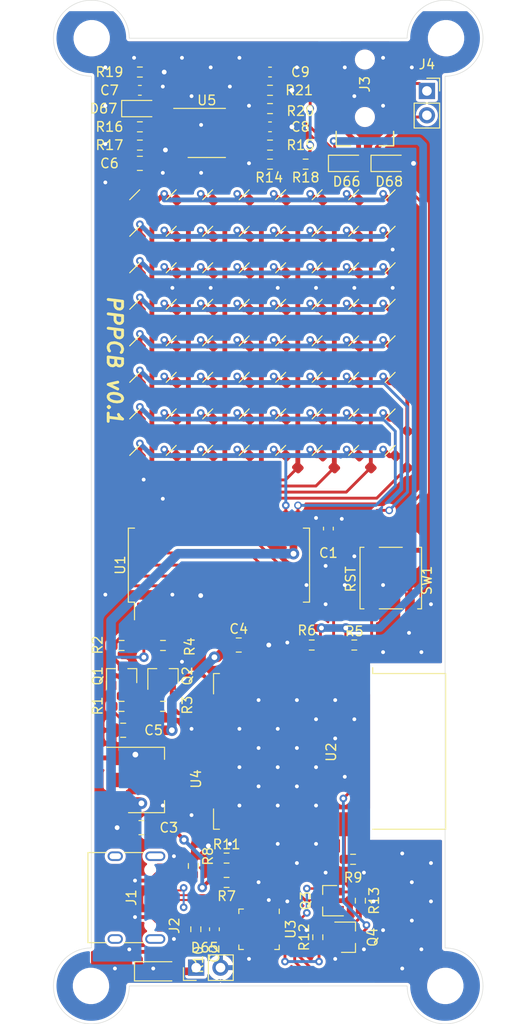
<source format=kicad_pcb>
(kicad_pcb (version 20171130) (host pcbnew "(5.1.9)-1")
  (layers (0 F.Cu signal) (31 B.Cu signal) (34 B.Paste user) (35 F.Paste user) (36 B.SilkS user) (37 F.SilkS user) (38 B.Mask user) (39 F.Mask user) (44 Edge.Cuts user))
  (net 0 "")
  (net 1 GND)
  (net 2 +5V)
  (net 3 "Net-(C2-Pad2)")
  (net 4 +3V3)
  (net 5 "Net-(C6-Pad2)")
  (net 6 "Net-(C6-Pad1)")
  (net 7 /ESP-12F/ADC_A0)
  (net 8 /LEDmatrix/G1)
  (net 9 /LEDmatrix/S1)
  (net 10 /LEDmatrix/S2)
  (net 11 /LEDmatrix/S3)
  (net 12 /LEDmatrix/S4)
  (net 13 /LEDmatrix/S5)
  (net 14 /LEDmatrix/S6)
  (net 15 /LEDmatrix/S7)
  (net 16 /LEDmatrix/S8)
  (net 17 /LEDmatrix/G2)
  (net 18 /LEDmatrix/G3)
  (net 19 /LEDmatrix/G4)
  (net 20 /LEDmatrix/G5)
  (net 21 /LEDmatrix/G6)
  (net 22 /LEDmatrix/G7)
  (net 23 /LEDmatrix/G8)
  (net 24 "Net-(D66-Pad2)")
  (net 25 "Net-(D67-Pad2)")
  (net 26 "Net-(J1-PadB8)")
  (net 27 "Net-(J1-PadA5)")
  (net 28 /ESP-12F/USB_D-)
  (net 29 /ESP-12F/USB_D+)
  (net 30 "Net-(J1-PadA8)")
  (net 31 "Net-(J1-PadB5)")
  (net 32 "Net-(J1-PadS1)")
  (net 33 DIN)
  (net 34 /ESP-12F/GPIO13)
  (net 35 SCLK)
  (net 36 /ESP-12F/GPIO14)
  (net 37 /ESP-12F/GPIO0)
  (net 38 /ESP-12F/DTR)
  (net 39 "Net-(Q3-Pad1)")
  (net 40 /ESP-12F/RESET)
  (net 41 /ESP-12F/RTS)
  (net 42 "Net-(Q4-Pad1)")
  (net 43 /ESP-12F/ENABLE)
  (net 44 "Net-(R7-Pad1)")
  (net 45 /ESP-12F/RXD)
  (net 46 /ESP-12F/USB_RX)
  (net 47 "Net-(R11-Pad2)")
  (net 48 /Sensor/Vref)
  (net 49 "Net-(R14-Pad1)")
  (net 50 "Net-(R16-Pad2)")
  (net 51 "Net-(U1-Pad28)")
  (net 52 "Net-(U1-Pad27)")
  (net 53 "Net-(U1-Pad26)")
  (net 54 "Net-(U1-Pad5)")
  (net 55 "Net-(U1-Pad4)")
  (net 56 "Net-(U1-Pad3)")
  (net 57 "Net-(U1-Pad2)")
  (net 58 "Net-(U1-Pad1)")
  (net 59 /ESP-12F/TXD)
  (net 60 "Net-(U2-Pad20)")
  (net 61 "Net-(U2-Pad19)")
  (net 62 "Net-(U2-Pad14)")
  (net 63 "Net-(U2-Pad13)")
  (net 64 "Net-(U2-Pad12)")
  (net 65 "Net-(U2-Pad11)")
  (net 66 "Net-(U2-Pad10)")
  (net 67 "Net-(U2-Pad9)")
  (net 68 "Net-(U2-Pad6)")
  (net 69 "Net-(U2-Pad4)")
  (net 70 "Net-(U3-Pad24)")
  (net 71 "Net-(U3-Pad22)")
  (net 72 "Net-(U3-Pad18)")
  (net 73 "Net-(U3-Pad17)")
  (net 74 "Net-(U3-Pad16)")
  (net 75 "Net-(U3-Pad15)")
  (net 76 "Net-(U3-Pad14)")
  (net 77 "Net-(U3-Pad13)")
  (net 78 "Net-(U3-Pad12)")
  (net 79 "Net-(U3-Pad11)")
  (net 80 "Net-(U3-Pad10)")
  (net 81 "Net-(U3-Pad9)")
  (net 82 "Net-(U3-Pad1)")
  (net 83 /ESP-12F/Vbat)
  (module Button_Switch_SMD:SW_Push_1P1T_NO_CK_KSC7xxJ (layer F.Cu) (at 195.109583 101.045114 90)
    (fp_text reference SW1 (at -1.87 4.35 90) (layer F.SilkS) (effects (justify left bottom)))
    (fp_text value RST (at -0.127 -4.191 90) (layer F.SilkS))
    (pad 2 smd rect (at 2.9 2 90) (size 2.8 1) (layers F.Cu F.Paste F.Mask) (net 1 GND))
    (pad 2 smd rect (at -2.9 2 90) (size 2.8 1) (layers F.Cu F.Paste F.Mask) (net 1 GND))
    (pad 1 smd rect (at 2.9 -2 90) (size 2.8 1) (layers F.Cu F.Paste F.Mask) (net 40 /ESP-12F/RESET))
    (pad 1 smd rect (at -2.9 -2 90) (size 2.8 1) (layers F.Cu F.Paste F.Mask) (net 40 /ESP-12F/RESET))
  )
  (module Connector_PinHeader_2.54mm:PinHeader_1x02_P2.54mm_Vertical (layer F.Cu) (at 174.789583 141.685114 90)
    (fp_text reference J2 (at 4.385 -2.27 90) (layer F.SilkS))
    (fp_text value EXT5V)
    (pad 2 thru_hole oval (at 0 2.54 90) (size 1.7 1.7) (drill 1) (layers *.Cu *.Mask) (net 1 GND))
    (pad 1 thru_hole rect (at 0 0 90) (size 1.7 1.7) (drill 1) (layers *.Cu *.Mask) (net 83 /ESP-12F/Vbat))
  )
  (module Diode_SMD:D_SOD-123 (layer F.Cu) (at 170.598583 142.066114)
    (fp_text reference D65 (at 5.08 -2.47) (layer F.SilkS))
    (fp_text value 1N5819)
    (pad 2 smd rect (at 1.65 0) (size 0.9 1.2) (layers F.Cu F.Paste F.Mask) (net 83 /ESP-12F/Vbat))
    (pad 1 smd rect (at -1.65 0) (size 0.9 1.2) (layers F.Cu F.Paste F.Mask) (net 2 +5V))
  )
  (module MountingHole:MountingHole_3.2mm_M3 (layer F.Cu) (at 200.804583 143.590114)
    (fp_text reference REF** hide)
    (fp_text value MountingHole_3.2mm_M3)
    (pad 1 np_thru_hole circle (at 0 0) (size 3.2 3.2) (drill 3.2) (layers *.Cu *.Mask))
  )
  (module MountingHole:MountingHole_3.2mm_M3 (layer F.Cu) (at 163.804583 143.590114)
    (fp_text reference REF** hide)
    (fp_text value MountingHole_3.2mm_M3)
    (pad 1 np_thru_hole circle (at 0 0) (size 3.2 3.2) (drill 3.2) (layers *.Cu *.Mask))
  )
  (module MountingHole:MountingHole_3.2mm_M3 (layer F.Cu) (at 163.88 44.73)
    (fp_text reference REF** hide)
    (fp_text value MountingHole_3.2mm_M3)
    (pad 1 np_thru_hole circle (at 0 0) (size 3.2 3.2) (drill 3.2) (layers *.Cu *.Mask))
  )
  (module MountingHole:MountingHole_3.2mm_M3 (layer F.Cu) (at 200.88 44.73)
    (fp_text reference REF** hide)
    (fp_text value MountingHole_3.2mm_M3)
    (pad 1 np_thru_hole circle (at 0 0) (size 3.2 3.2) (drill 3.2) (layers *.Cu *.Mask))
  )
  (module Diode_SMD:D_SOD-323_HandSoldering (layer F.Cu) (at 194.945 57.785)
    (fp_text reference D68 (at 0 1.905) (layer F.SilkS))
    (fp_text value 1N4148WS)
    (pad 2 smd rect (at 1.25 0) (size 1 1) (layers F.Cu F.Paste F.Mask) (net 1 GND))
    (pad 1 smd rect (at -1.25 0) (size 1 1) (layers F.Cu F.Paste F.Mask) (net 24 "Net-(D66-Pad2)"))
  )
  (module Diode_SMD:D_SOD-323_HandSoldering (layer F.Cu) (at 168.91 52.07)
    (fp_text reference D67 (at -3.81 0) (layer F.SilkS))
    (fp_text value 1N4148WS)
    (pad 2 smd rect (at 1.25 0) (size 1 1) (layers F.Cu F.Paste F.Mask) (net 25 "Net-(D67-Pad2)"))
    (pad 1 smd rect (at -1.25 0) (size 1 1) (layers F.Cu F.Paste F.Mask) (net 7 /ESP-12F/ADC_A0))
  )
  (module Diode_SMD:D_SOD-323_HandSoldering (layer F.Cu) (at 190.5 57.785)
    (fp_text reference D66 (at 0 1.905) (layer F.SilkS))
    (fp_text value 1N4148WS)
    (pad 2 smd rect (at 1.25 0) (size 1 1) (layers F.Cu F.Paste F.Mask) (net 24 "Net-(D66-Pad2)"))
    (pad 1 smd rect (at -1.25 0) (size 1 1) (layers F.Cu F.Paste F.Mask) (net 4 +3V3))
  )
  (module pppcb:PJ-313D (layer F.Cu) (at 192.405 44.45 270)
    (fp_text reference J3 (at 5.08 0 90) (layer F.SilkS))
    (fp_text value Piezo)
    (pad "" np_thru_hole circle (at 8.5 0 270) (size 1.5 1.5) (drill 1.5) (layers *.Cu *.Mask))
    (pad "" np_thru_hole circle (at 2.5 0 270) (size 1.5 1.5) (drill 1.5) (layers *.Cu *.Mask))
    (pad T smd roundrect (at 8.5 3.5 270) (size 1.6 2) (drill (offset 0 0.2)) (layers F.Cu F.Paste F.Mask) (roundrect_rratio 0.15) (net 24 "Net-(D66-Pad2)"))
    (pad R smd roundrect (at 5 3.5 270) (size 1.6 2) (drill (offset 0 0.2)) (layers F.Cu F.Paste F.Mask) (roundrect_rratio 0.15) (net 48 /Sensor/Vref))
    (pad T smd roundrect (at 8.5 -3.5 270) (size 1.6 2) (drill (offset 0 -0.2)) (layers F.Cu F.Paste F.Mask) (roundrect_rratio 0.15) (net 24 "Net-(D66-Pad2)"))
    (pad R smd roundrect (at 5 -3.5 270) (size 1.6 2) (drill (offset 0 -0.2)) (layers F.Cu F.Paste F.Mask) (roundrect_rratio 0.15) (net 48 /Sensor/Vref))
    (pad S smd roundrect (at 1.8 -3.5 270) (size 1.6 2) (drill (offset 0 -0.2)) (layers F.Cu F.Paste F.Mask) (roundrect_rratio 0.15) (net 48 /Sensor/Vref))
    (pad S smd roundrect (at 1.8 3.5 270) (size 1.6 2) (drill (offset 0 0.2)) (layers F.Cu F.Paste F.Mask) (roundrect_rratio 0.15) (net 48 /Sensor/Vref))
  )
  (module Connector_PinSocket_2.54mm:PinSocket_1x02_P2.54mm_Vertical (layer F.Cu) (at 198.88 50.23)
    (fp_text reference J4 (at 0 -2.77) (layer F.SilkS))
    (fp_text value sense hide)
    (pad 2 thru_hole oval (at 0 2.54) (size 1.7 1.7) (drill 1) (layers *.Cu *.Mask) (net 24 "Net-(D66-Pad2)"))
    (pad 1 thru_hole rect (at 0 0) (size 1.7 1.7) (drill 1) (layers *.Cu *.Mask) (net 48 /Sensor/Vref))
  )
  (module pppcb:LED_0603_1608Metric_Pad1.05x0.95mm_HandSolder-noref (layer F.Cu) (at 196.215 69.85 315)
    (fp_text reference D3 hide)
    (fp_text value LED_Small)
    (pad 1 smd roundrect (at -0.875 0 315) (size 1.05 0.95) (layers F.Cu F.Paste F.Mask) (net 11 /LEDmatrix/S3))
    (pad 2 smd roundrect (at 0.875 0 315) (size 1.05 0.95) (layers F.Cu F.Paste F.Mask) (net 8 /LEDmatrix/G1))
  )
  (module pppcb:LED_0603_1608Metric_Pad1.05x0.95mm_HandSolder-noref (layer F.Cu) (at 196.215 62.23 315)
    (fp_text reference D1 hide)
    (fp_text value LED_Small)
    (pad 1 smd roundrect (at -0.875 0 315) (size 1.05 0.95) (layers F.Cu F.Paste F.Mask) (net 9 /LEDmatrix/S1))
    (pad 2 smd roundrect (at 0.875 0 315) (size 1.05 0.95) (layers F.Cu F.Paste F.Mask) (net 8 /LEDmatrix/G1))
  )
  (module pppcb:LED_0603_1608Metric_Pad1.05x0.95mm_HandSolder-noref (layer F.Cu) (at 196.215 66.04 315)
    (fp_text reference D2 hide)
    (fp_text value LED_Small)
    (pad 1 smd roundrect (at -0.875 0 315) (size 1.05 0.95) (layers F.Cu F.Paste F.Mask) (net 10 /LEDmatrix/S2))
    (pad 2 smd roundrect (at 0.875 0 315) (size 1.05 0.95) (layers F.Cu F.Paste F.Mask) (net 8 /LEDmatrix/G1))
  )
  (module pppcb:LED_0603_1608Metric_Pad1.05x0.95mm_HandSolder-noref (layer F.Cu) (at 196.215 73.66 315)
    (fp_text reference D4 hide)
    (fp_text value LED_Small)
    (pad 1 smd roundrect (at -0.875 0 315) (size 1.05 0.95) (layers F.Cu F.Paste F.Mask) (net 12 /LEDmatrix/S4))
    (pad 2 smd roundrect (at 0.875 0 315) (size 1.05 0.95) (layers F.Cu F.Paste F.Mask) (net 8 /LEDmatrix/G1))
  )
  (module pppcb:LED_0603_1608Metric_Pad1.05x0.95mm_HandSolder-noref (layer F.Cu) (at 196.215 77.47 315)
    (fp_text reference D5 hide)
    (fp_text value LED_Small)
    (pad 1 smd roundrect (at -0.875 0 315) (size 1.05 0.95) (layers F.Cu F.Paste F.Mask) (net 13 /LEDmatrix/S5))
    (pad 2 smd roundrect (at 0.875 0 315) (size 1.05 0.95) (layers F.Cu F.Paste F.Mask) (net 8 /LEDmatrix/G1))
  )
  (module pppcb:LED_0603_1608Metric_Pad1.05x0.95mm_HandSolder-noref (layer F.Cu) (at 196.215 81.28 315)
    (fp_text reference D6 hide)
    (fp_text value LED_Small)
    (pad 1 smd roundrect (at -0.875 0 315) (size 1.05 0.95) (layers F.Cu F.Paste F.Mask) (net 14 /LEDmatrix/S6))
    (pad 2 smd roundrect (at 0.875 0 315) (size 1.05 0.95) (layers F.Cu F.Paste F.Mask) (net 8 /LEDmatrix/G1))
  )
  (module pppcb:LED_0603_1608Metric_Pad1.05x0.95mm_HandSolder-noref (layer F.Cu) (at 196.215 85.09 315)
    (fp_text reference D7 hide)
    (fp_text value LED_Small)
    (pad 1 smd roundrect (at -0.875 0 315) (size 1.05 0.95) (layers F.Cu F.Paste F.Mask) (net 15 /LEDmatrix/S7))
    (pad 2 smd roundrect (at 0.875 0 315) (size 1.05 0.95) (layers F.Cu F.Paste F.Mask) (net 8 /LEDmatrix/G1))
  )
  (module pppcb:LED_0603_1608Metric_Pad1.05x0.95mm_HandSolder-noref (layer F.Cu) (at 196.215 88.9 315)
    (fp_text reference D8 hide)
    (fp_text value LED_Small)
    (pad 1 smd roundrect (at -0.875 0 315) (size 1.05 0.95) (layers F.Cu F.Paste F.Mask) (net 16 /LEDmatrix/S8))
    (pad 2 smd roundrect (at 0.875 0 315) (size 1.05 0.95) (layers F.Cu F.Paste F.Mask) (net 8 /LEDmatrix/G1))
  )
  (module pppcb:LED_0603_1608Metric_Pad1.05x0.95mm_HandSolder-noref (layer F.Cu) (at 192.405 62.23 315)
    (fp_text reference D9 hide)
    (fp_text value LED_Small)
    (pad 1 smd roundrect (at -0.875 0 315) (size 1.05 0.95) (layers F.Cu F.Paste F.Mask) (net 9 /LEDmatrix/S1))
    (pad 2 smd roundrect (at 0.875 0 315) (size 1.05 0.95) (layers F.Cu F.Paste F.Mask) (net 17 /LEDmatrix/G2))
  )
  (module pppcb:LED_0603_1608Metric_Pad1.05x0.95mm_HandSolder-noref (layer F.Cu) (at 192.405 66.04 315)
    (fp_text reference D10 hide)
    (fp_text value LED_Small)
    (pad 1 smd roundrect (at -0.875 0 315) (size 1.05 0.95) (layers F.Cu F.Paste F.Mask) (net 10 /LEDmatrix/S2))
    (pad 2 smd roundrect (at 0.875 0 315) (size 1.05 0.95) (layers F.Cu F.Paste F.Mask) (net 17 /LEDmatrix/G2))
  )
  (module pppcb:LED_0603_1608Metric_Pad1.05x0.95mm_HandSolder-noref (layer F.Cu) (at 192.405 69.85 315)
    (fp_text reference D11 hide)
    (fp_text value LED_Small)
    (pad 1 smd roundrect (at -0.875 0 315) (size 1.05 0.95) (layers F.Cu F.Paste F.Mask) (net 11 /LEDmatrix/S3))
    (pad 2 smd roundrect (at 0.875 0 315) (size 1.05 0.95) (layers F.Cu F.Paste F.Mask) (net 17 /LEDmatrix/G2))
  )
  (module pppcb:LED_0603_1608Metric_Pad1.05x0.95mm_HandSolder-noref (layer F.Cu) (at 192.405 73.66 315)
    (fp_text reference D12 hide)
    (fp_text value LED_Small)
    (pad 1 smd roundrect (at -0.875 0 315) (size 1.05 0.95) (layers F.Cu F.Paste F.Mask) (net 12 /LEDmatrix/S4))
    (pad 2 smd roundrect (at 0.875 0 315) (size 1.05 0.95) (layers F.Cu F.Paste F.Mask) (net 17 /LEDmatrix/G2))
  )
  (module pppcb:LED_0603_1608Metric_Pad1.05x0.95mm_HandSolder-noref (layer F.Cu) (at 192.405 77.47 315)
    (fp_text reference D13 hide)
    (fp_text value LED_Small)
    (pad 1 smd roundrect (at -0.875 0 315) (size 1.05 0.95) (layers F.Cu F.Paste F.Mask) (net 13 /LEDmatrix/S5))
    (pad 2 smd roundrect (at 0.875 0 315) (size 1.05 0.95) (layers F.Cu F.Paste F.Mask) (net 17 /LEDmatrix/G2))
  )
  (module pppcb:LED_0603_1608Metric_Pad1.05x0.95mm_HandSolder-noref (layer F.Cu) (at 192.405 81.28 315)
    (fp_text reference D14 hide)
    (fp_text value LED_Small)
    (pad 1 smd roundrect (at -0.875 0 315) (size 1.05 0.95) (layers F.Cu F.Paste F.Mask) (net 14 /LEDmatrix/S6))
    (pad 2 smd roundrect (at 0.875 0 315) (size 1.05 0.95) (layers F.Cu F.Paste F.Mask) (net 17 /LEDmatrix/G2))
  )
  (module pppcb:LED_0603_1608Metric_Pad1.05x0.95mm_HandSolder-noref (layer F.Cu) (at 192.405 85.09 315)
    (fp_text reference D15 hide)
    (fp_text value LED_Small)
    (pad 1 smd roundrect (at -0.875 0 315) (size 1.05 0.95) (layers F.Cu F.Paste F.Mask) (net 15 /LEDmatrix/S7))
    (pad 2 smd roundrect (at 0.875 0 315) (size 1.05 0.95) (layers F.Cu F.Paste F.Mask) (net 17 /LEDmatrix/G2))
  )
  (module pppcb:LED_0603_1608Metric_Pad1.05x0.95mm_HandSolder-noref (layer F.Cu) (at 192.405 88.9 315)
    (fp_text reference D16 hide)
    (fp_text value LED_Small)
    (pad 1 smd roundrect (at -0.875 0 315) (size 1.05 0.95) (layers F.Cu F.Paste F.Mask) (net 16 /LEDmatrix/S8))
    (pad 2 smd roundrect (at 0.875 0 315) (size 1.05 0.95) (layers F.Cu F.Paste F.Mask) (net 17 /LEDmatrix/G2))
  )
  (module pppcb:LED_0603_1608Metric_Pad1.05x0.95mm_HandSolder-noref (layer F.Cu) (at 188.595 62.23 315)
    (fp_text reference D17 hide)
    (fp_text value LED_Small)
    (pad 1 smd roundrect (at -0.875 0 315) (size 1.05 0.95) (layers F.Cu F.Paste F.Mask) (net 9 /LEDmatrix/S1))
    (pad 2 smd roundrect (at 0.875 0 315) (size 1.05 0.95) (layers F.Cu F.Paste F.Mask) (net 18 /LEDmatrix/G3))
  )
  (module pppcb:LED_0603_1608Metric_Pad1.05x0.95mm_HandSolder-noref (layer F.Cu) (at 188.595 66.04 315)
    (fp_text reference D18 hide)
    (fp_text value LED_Small)
    (pad 1 smd roundrect (at -0.875 0 315) (size 1.05 0.95) (layers F.Cu F.Paste F.Mask) (net 10 /LEDmatrix/S2))
    (pad 2 smd roundrect (at 0.875 0 315) (size 1.05 0.95) (layers F.Cu F.Paste F.Mask) (net 18 /LEDmatrix/G3))
  )
  (module pppcb:LED_0603_1608Metric_Pad1.05x0.95mm_HandSolder-noref (layer F.Cu) (at 188.595 69.85 315)
    (fp_text reference D19 hide)
    (fp_text value LED_Small)
    (pad 1 smd roundrect (at -0.875 0 315) (size 1.05 0.95) (layers F.Cu F.Paste F.Mask) (net 11 /LEDmatrix/S3))
    (pad 2 smd roundrect (at 0.875 0 315) (size 1.05 0.95) (layers F.Cu F.Paste F.Mask) (net 18 /LEDmatrix/G3))
  )
  (module pppcb:LED_0603_1608Metric_Pad1.05x0.95mm_HandSolder-noref (layer F.Cu) (at 188.595 73.66 315)
    (fp_text reference D20 hide)
    (fp_text value LED_Small)
    (pad 1 smd roundrect (at -0.875 0 315) (size 1.05 0.95) (layers F.Cu F.Paste F.Mask) (net 12 /LEDmatrix/S4))
    (pad 2 smd roundrect (at 0.875 0 315) (size 1.05 0.95) (layers F.Cu F.Paste F.Mask) (net 18 /LEDmatrix/G3))
  )
  (module pppcb:LED_0603_1608Metric_Pad1.05x0.95mm_HandSolder-noref (layer F.Cu) (at 188.595 77.47 315)
    (fp_text reference D21 hide)
    (fp_text value LED_Small)
    (pad 1 smd roundrect (at -0.875 0 315) (size 1.05 0.95) (layers F.Cu F.Paste F.Mask) (net 13 /LEDmatrix/S5))
    (pad 2 smd roundrect (at 0.875 0 315) (size 1.05 0.95) (layers F.Cu F.Paste F.Mask) (net 18 /LEDmatrix/G3))
  )
  (module pppcb:LED_0603_1608Metric_Pad1.05x0.95mm_HandSolder-noref (layer F.Cu) (at 188.595 81.28 315)
    (fp_text reference D22 hide)
    (fp_text value LED_Small)
    (pad 1 smd roundrect (at -0.875 0 315) (size 1.05 0.95) (layers F.Cu F.Paste F.Mask) (net 14 /LEDmatrix/S6))
    (pad 2 smd roundrect (at 0.875 0 315) (size 1.05 0.95) (layers F.Cu F.Paste F.Mask) (net 18 /LEDmatrix/G3))
  )
  (module pppcb:LED_0603_1608Metric_Pad1.05x0.95mm_HandSolder-noref (layer F.Cu) (at 188.595 85.09 315)
    (fp_text reference D23 hide)
    (fp_text value LED_Small)
    (pad 1 smd roundrect (at -0.875 0 315) (size 1.05 0.95) (layers F.Cu F.Paste F.Mask) (net 15 /LEDmatrix/S7))
    (pad 2 smd roundrect (at 0.875 0 315) (size 1.05 0.95) (layers F.Cu F.Paste F.Mask) (net 18 /LEDmatrix/G3))
  )
  (module pppcb:LED_0603_1608Metric_Pad1.05x0.95mm_HandSolder-noref (layer F.Cu) (at 188.595 88.9 315)
    (fp_text reference D24 hide)
    (fp_text value LED_Small)
    (pad 1 smd roundrect (at -0.875 0 315) (size 1.05 0.95) (layers F.Cu F.Paste F.Mask) (net 16 /LEDmatrix/S8))
    (pad 2 smd roundrect (at 0.875 0 315) (size 1.05 0.95) (layers F.Cu F.Paste F.Mask) (net 18 /LEDmatrix/G3))
  )
  (module pppcb:LED_0603_1608Metric_Pad1.05x0.95mm_HandSolder-noref (layer F.Cu) (at 184.785 62.23 315)
    (fp_text reference D25 hide)
    (fp_text value LED_Small)
    (pad 1 smd roundrect (at -0.875 0 315) (size 1.05 0.95) (layers F.Cu F.Paste F.Mask) (net 9 /LEDmatrix/S1))
    (pad 2 smd roundrect (at 0.875 0 315) (size 1.05 0.95) (layers F.Cu F.Paste F.Mask) (net 19 /LEDmatrix/G4))
  )
  (module pppcb:LED_0603_1608Metric_Pad1.05x0.95mm_HandSolder-noref (layer F.Cu) (at 184.785 66.04 315)
    (fp_text reference D26 hide)
    (fp_text value LED_Small)
    (pad 1 smd roundrect (at -0.875 0 315) (size 1.05 0.95) (layers F.Cu F.Paste F.Mask) (net 10 /LEDmatrix/S2))
    (pad 2 smd roundrect (at 0.875 0 315) (size 1.05 0.95) (layers F.Cu F.Paste F.Mask) (net 19 /LEDmatrix/G4))
  )
  (module pppcb:LED_0603_1608Metric_Pad1.05x0.95mm_HandSolder-noref (layer F.Cu) (at 184.785 69.85 315)
    (fp_text reference D27 hide)
    (fp_text value LED_Small)
    (pad 1 smd roundrect (at -0.875 0 315) (size 1.05 0.95) (layers F.Cu F.Paste F.Mask) (net 11 /LEDmatrix/S3))
    (pad 2 smd roundrect (at 0.875 0 315) (size 1.05 0.95) (layers F.Cu F.Paste F.Mask) (net 19 /LEDmatrix/G4))
  )
  (module pppcb:LED_0603_1608Metric_Pad1.05x0.95mm_HandSolder-noref (layer F.Cu) (at 184.785 73.66 315)
    (fp_text reference D28 hide)
    (fp_text value LED_Small)
    (pad 1 smd roundrect (at -0.875 0 315) (size 1.05 0.95) (layers F.Cu F.Paste F.Mask) (net 12 /LEDmatrix/S4))
    (pad 2 smd roundrect (at 0.875 0 315) (size 1.05 0.95) (layers F.Cu F.Paste F.Mask) (net 19 /LEDmatrix/G4))
  )
  (module pppcb:LED_0603_1608Metric_Pad1.05x0.95mm_HandSolder-noref (layer F.Cu) (at 184.785 77.47 315)
    (fp_text reference D29 hide)
    (fp_text value LED_Small)
    (pad 1 smd roundrect (at -0.875 0 315) (size 1.05 0.95) (layers F.Cu F.Paste F.Mask) (net 13 /LEDmatrix/S5))
    (pad 2 smd roundrect (at 0.875 0 315) (size 1.05 0.95) (layers F.Cu F.Paste F.Mask) (net 19 /LEDmatrix/G4))
  )
  (module pppcb:LED_0603_1608Metric_Pad1.05x0.95mm_HandSolder-noref (layer F.Cu) (at 184.785 81.28 315)
    (fp_text reference D30 hide)
    (fp_text value LED_Small)
    (pad 1 smd roundrect (at -0.875 0 315) (size 1.05 0.95) (layers F.Cu F.Paste F.Mask) (net 14 /LEDmatrix/S6))
    (pad 2 smd roundrect (at 0.875 0 315) (size 1.05 0.95) (layers F.Cu F.Paste F.Mask) (net 19 /LEDmatrix/G4))
  )
  (module pppcb:LED_0603_1608Metric_Pad1.05x0.95mm_HandSolder-noref (layer F.Cu) (at 184.785 85.09 315)
    (fp_text reference D31 hide)
    (fp_text value LED_Small)
    (pad 1 smd roundrect (at -0.875 0 315) (size 1.05 0.95) (layers F.Cu F.Paste F.Mask) (net 15 /LEDmatrix/S7))
    (pad 2 smd roundrect (at 0.875 0 315) (size 1.05 0.95) (layers F.Cu F.Paste F.Mask) (net 19 /LEDmatrix/G4))
  )
  (module pppcb:LED_0603_1608Metric_Pad1.05x0.95mm_HandSolder-noref (layer F.Cu) (at 184.785 88.9 315)
    (fp_text reference D32 hide)
    (fp_text value LED_Small)
    (pad 1 smd roundrect (at -0.875 0 315) (size 1.05 0.95) (layers F.Cu F.Paste F.Mask) (net 16 /LEDmatrix/S8))
    (pad 2 smd roundrect (at 0.875 0 315) (size 1.05 0.95) (layers F.Cu F.Paste F.Mask) (net 19 /LEDmatrix/G4))
  )
  (module pppcb:LED_0603_1608Metric_Pad1.05x0.95mm_HandSolder-noref (layer F.Cu) (at 180.975 62.23 315)
    (fp_text reference D33 hide)
    (fp_text value LED_Small)
    (pad 1 smd roundrect (at -0.875 0 315) (size 1.05 0.95) (layers F.Cu F.Paste F.Mask) (net 9 /LEDmatrix/S1))
    (pad 2 smd roundrect (at 0.875 0 315) (size 1.05 0.95) (layers F.Cu F.Paste F.Mask) (net 20 /LEDmatrix/G5))
  )
  (module pppcb:LED_0603_1608Metric_Pad1.05x0.95mm_HandSolder-noref (layer F.Cu) (at 180.975 66.04 315)
    (fp_text reference D34 hide)
    (fp_text value LED_Small)
    (pad 1 smd roundrect (at -0.875 0 315) (size 1.05 0.95) (layers F.Cu F.Paste F.Mask) (net 10 /LEDmatrix/S2))
    (pad 2 smd roundrect (at 0.875 0 315) (size 1.05 0.95) (layers F.Cu F.Paste F.Mask) (net 20 /LEDmatrix/G5))
  )
  (module pppcb:LED_0603_1608Metric_Pad1.05x0.95mm_HandSolder-noref (layer F.Cu) (at 180.975 69.85 315)
    (fp_text reference D35 hide)
    (fp_text value LED_Small)
    (pad 1 smd roundrect (at -0.875 0 315) (size 1.05 0.95) (layers F.Cu F.Paste F.Mask) (net 11 /LEDmatrix/S3))
    (pad 2 smd roundrect (at 0.875 0 315) (size 1.05 0.95) (layers F.Cu F.Paste F.Mask) (net 20 /LEDmatrix/G5))
  )
  (module pppcb:LED_0603_1608Metric_Pad1.05x0.95mm_HandSolder-noref (layer F.Cu) (at 180.975 73.66 315)
    (fp_text reference D36 hide)
    (fp_text value LED_Small)
    (pad 1 smd roundrect (at -0.875 0 315) (size 1.05 0.95) (layers F.Cu F.Paste F.Mask) (net 12 /LEDmatrix/S4))
    (pad 2 smd roundrect (at 0.875 0 315) (size 1.05 0.95) (layers F.Cu F.Paste F.Mask) (net 20 /LEDmatrix/G5))
  )
  (module pppcb:LED_0603_1608Metric_Pad1.05x0.95mm_HandSolder-noref (layer F.Cu) (at 180.975 77.47 315)
    (fp_text reference D37 hide)
    (fp_text value LED_Small)
    (pad 1 smd roundrect (at -0.875 0 315) (size 1.05 0.95) (layers F.Cu F.Paste F.Mask) (net 13 /LEDmatrix/S5))
    (pad 2 smd roundrect (at 0.875 0 315) (size 1.05 0.95) (layers F.Cu F.Paste F.Mask) (net 20 /LEDmatrix/G5))
  )
  (module pppcb:LED_0603_1608Metric_Pad1.05x0.95mm_HandSolder-noref (layer F.Cu) (at 180.975 81.28 315)
    (fp_text reference D38 hide)
    (fp_text value LED_Small)
    (pad 1 smd roundrect (at -0.875 0 315) (size 1.05 0.95) (layers F.Cu F.Paste F.Mask) (net 14 /LEDmatrix/S6))
    (pad 2 smd roundrect (at 0.875 0 315) (size 1.05 0.95) (layers F.Cu F.Paste F.Mask) (net 20 /LEDmatrix/G5))
  )
  (module pppcb:LED_0603_1608Metric_Pad1.05x0.95mm_HandSolder-noref (layer F.Cu) (at 180.975 85.09 315)
    (fp_text reference D39 hide)
    (fp_text value LED_Small)
    (pad 1 smd roundrect (at -0.875 0 315) (size 1.05 0.95) (layers F.Cu F.Paste F.Mask) (net 15 /LEDmatrix/S7))
    (pad 2 smd roundrect (at 0.875 0 315) (size 1.05 0.95) (layers F.Cu F.Paste F.Mask) (net 20 /LEDmatrix/G5))
  )
  (module pppcb:LED_0603_1608Metric_Pad1.05x0.95mm_HandSolder-noref (layer F.Cu) (at 180.975 88.9 315)
    (fp_text reference D40 hide)
    (fp_text value LED_Small)
    (pad 1 smd roundrect (at -0.875 0 315) (size 1.05 0.95) (layers F.Cu F.Paste F.Mask) (net 16 /LEDmatrix/S8))
    (pad 2 smd roundrect (at 0.875 0 315) (size 1.05 0.95) (layers F.Cu F.Paste F.Mask) (net 20 /LEDmatrix/G5))
  )
  (module pppcb:LED_0603_1608Metric_Pad1.05x0.95mm_HandSolder-noref (layer F.Cu) (at 177.165 62.23 315)
    (fp_text reference D41 hide)
    (fp_text value LED_Small)
    (pad 1 smd roundrect (at -0.875 0 315) (size 1.05 0.95) (layers F.Cu F.Paste F.Mask) (net 9 /LEDmatrix/S1))
    (pad 2 smd roundrect (at 0.875 0 315) (size 1.05 0.95) (layers F.Cu F.Paste F.Mask) (net 21 /LEDmatrix/G6))
  )
  (module pppcb:LED_0603_1608Metric_Pad1.05x0.95mm_HandSolder-noref (layer F.Cu) (at 177.165 66.04 315)
    (fp_text reference D42 hide)
    (fp_text value LED_Small)
    (pad 1 smd roundrect (at -0.875 0 315) (size 1.05 0.95) (layers F.Cu F.Paste F.Mask) (net 10 /LEDmatrix/S2))
    (pad 2 smd roundrect (at 0.875 0 315) (size 1.05 0.95) (layers F.Cu F.Paste F.Mask) (net 21 /LEDmatrix/G6))
  )
  (module pppcb:LED_0603_1608Metric_Pad1.05x0.95mm_HandSolder-noref (layer F.Cu) (at 177.165 69.85 315)
    (fp_text reference D43 hide)
    (fp_text value LED_Small)
    (pad 1 smd roundrect (at -0.875 0 315) (size 1.05 0.95) (layers F.Cu F.Paste F.Mask) (net 11 /LEDmatrix/S3))
    (pad 2 smd roundrect (at 0.875 0 315) (size 1.05 0.95) (layers F.Cu F.Paste F.Mask) (net 21 /LEDmatrix/G6))
  )
  (module pppcb:LED_0603_1608Metric_Pad1.05x0.95mm_HandSolder-noref (layer F.Cu) (at 177.165 73.66 315)
    (fp_text reference D44 hide)
    (fp_text value LED_Small)
    (pad 1 smd roundrect (at -0.875 0 315) (size 1.05 0.95) (layers F.Cu F.Paste F.Mask) (net 12 /LEDmatrix/S4))
    (pad 2 smd roundrect (at 0.875 0 315) (size 1.05 0.95) (layers F.Cu F.Paste F.Mask) (net 21 /LEDmatrix/G6))
  )
  (module pppcb:LED_0603_1608Metric_Pad1.05x0.95mm_HandSolder-noref (layer F.Cu) (at 177.165 77.47 315)
    (fp_text reference D45 hide)
    (fp_text value LED_Small)
    (pad 1 smd roundrect (at -0.875 0 315) (size 1.05 0.95) (layers F.Cu F.Paste F.Mask) (net 13 /LEDmatrix/S5))
    (pad 2 smd roundrect (at 0.875 0 315) (size 1.05 0.95) (layers F.Cu F.Paste F.Mask) (net 21 /LEDmatrix/G6))
  )
  (module pppcb:LED_0603_1608Metric_Pad1.05x0.95mm_HandSolder-noref (layer F.Cu) (at 177.165 81.28 315)
    (fp_text reference D46 hide)
    (fp_text value LED_Small)
    (pad 1 smd roundrect (at -0.875 0 315) (size 1.05 0.95) (layers F.Cu F.Paste F.Mask) (net 14 /LEDmatrix/S6))
    (pad 2 smd roundrect (at 0.875 0 315) (size 1.05 0.95) (layers F.Cu F.Paste F.Mask) (net 21 /LEDmatrix/G6))
  )
  (module pppcb:LED_0603_1608Metric_Pad1.05x0.95mm_HandSolder-noref (layer F.Cu) (at 177.165 85.09 315)
    (fp_text reference D47 hide)
    (fp_text value LED_Small)
    (pad 1 smd roundrect (at -0.875 0 315) (size 1.05 0.95) (layers F.Cu F.Paste F.Mask) (net 15 /LEDmatrix/S7))
    (pad 2 smd roundrect (at 0.875 0 315) (size 1.05 0.95) (layers F.Cu F.Paste F.Mask) (net 21 /LEDmatrix/G6))
  )
  (module pppcb:LED_0603_1608Metric_Pad1.05x0.95mm_HandSolder-noref (layer F.Cu) (at 177.165 88.9 315)
    (fp_text reference D48 hide)
    (fp_text value LED_Small)
    (pad 1 smd roundrect (at -0.875 0 315) (size 1.05 0.95) (layers F.Cu F.Paste F.Mask) (net 16 /LEDmatrix/S8))
    (pad 2 smd roundrect (at 0.875 0 315) (size 1.05 0.95) (layers F.Cu F.Paste F.Mask) (net 21 /LEDmatrix/G6))
  )
  (module pppcb:LED_0603_1608Metric_Pad1.05x0.95mm_HandSolder-noref (layer F.Cu) (at 173.355 62.23 315)
    (fp_text reference D49 hide)
    (fp_text value LED_Small)
    (pad 1 smd roundrect (at -0.875 0 315) (size 1.05 0.95) (layers F.Cu F.Paste F.Mask) (net 9 /LEDmatrix/S1))
    (pad 2 smd roundrect (at 0.875 0 315) (size 1.05 0.95) (layers F.Cu F.Paste F.Mask) (net 22 /LEDmatrix/G7))
  )
  (module pppcb:LED_0603_1608Metric_Pad1.05x0.95mm_HandSolder-noref (layer F.Cu) (at 173.355 66.04 315)
    (fp_text reference D50 hide)
    (fp_text value LED_Small)
    (pad 1 smd roundrect (at -0.875 0 315) (size 1.05 0.95) (layers F.Cu F.Paste F.Mask) (net 10 /LEDmatrix/S2))
    (pad 2 smd roundrect (at 0.875 0 315) (size 1.05 0.95) (layers F.Cu F.Paste F.Mask) (net 22 /LEDmatrix/G7))
  )
  (module pppcb:LED_0603_1608Metric_Pad1.05x0.95mm_HandSolder-noref (layer F.Cu) (at 173.355 69.85 315)
    (fp_text reference D51 hide)
    (fp_text value LED_Small)
    (pad 1 smd roundrect (at -0.875 0 315) (size 1.05 0.95) (layers F.Cu F.Paste F.Mask) (net 11 /LEDmatrix/S3))
    (pad 2 smd roundrect (at 0.875 0 315) (size 1.05 0.95) (layers F.Cu F.Paste F.Mask) (net 22 /LEDmatrix/G7))
  )
  (module pppcb:LED_0603_1608Metric_Pad1.05x0.95mm_HandSolder-noref (layer F.Cu) (at 173.355 73.66 315)
    (fp_text reference D52 hide)
    (fp_text value LED_Small)
    (pad 1 smd roundrect (at -0.875 0 315) (size 1.05 0.95) (layers F.Cu F.Paste F.Mask) (net 12 /LEDmatrix/S4))
    (pad 2 smd roundrect (at 0.875 0 315) (size 1.05 0.95) (layers F.Cu F.Paste F.Mask) (net 22 /LEDmatrix/G7))
  )
  (module pppcb:LED_0603_1608Metric_Pad1.05x0.95mm_HandSolder-noref (layer F.Cu) (at 173.355 77.47 315)
    (fp_text reference D53 hide)
    (fp_text value LED_Small)
    (pad 1 smd roundrect (at -0.875 0 315) (size 1.05 0.95) (layers F.Cu F.Paste F.Mask) (net 13 /LEDmatrix/S5))
    (pad 2 smd roundrect (at 0.875 0 315) (size 1.05 0.95) (layers F.Cu F.Paste F.Mask) (net 22 /LEDmatrix/G7))
  )
  (module pppcb:LED_0603_1608Metric_Pad1.05x0.95mm_HandSolder-noref (layer F.Cu) (at 173.355 81.28 315)
    (fp_text reference D54 hide)
    (fp_text value LED_Small)
    (pad 1 smd roundrect (at -0.875 0 315) (size 1.05 0.95) (layers F.Cu F.Paste F.Mask) (net 14 /LEDmatrix/S6))
    (pad 2 smd roundrect (at 0.875 0 315) (size 1.05 0.95) (layers F.Cu F.Paste F.Mask) (net 22 /LEDmatrix/G7))
  )
  (module pppcb:LED_0603_1608Metric_Pad1.05x0.95mm_HandSolder-noref (layer F.Cu) (at 173.355 85.09 315)
    (fp_text reference D55 hide)
    (fp_text value LED_Small)
    (pad 1 smd roundrect (at -0.875 0 315) (size 1.05 0.95) (layers F.Cu F.Paste F.Mask) (net 15 /LEDmatrix/S7))
    (pad 2 smd roundrect (at 0.875 0 315) (size 1.05 0.95) (layers F.Cu F.Paste F.Mask) (net 22 /LEDmatrix/G7))
  )
  (module pppcb:LED_0603_1608Metric_Pad1.05x0.95mm_HandSolder-noref (layer F.Cu) (at 173.355 88.9 315)
    (fp_text reference D56 hide)
    (fp_text value LED_Small)
    (pad 1 smd roundrect (at -0.875 0 315) (size 1.05 0.95) (layers F.Cu F.Paste F.Mask) (net 16 /LEDmatrix/S8))
    (pad 2 smd roundrect (at 0.875 0 315) (size 1.05 0.95) (layers F.Cu F.Paste F.Mask) (net 22 /LEDmatrix/G7))
  )
  (module pppcb:LED_0603_1608Metric_Pad1.05x0.95mm_HandSolder-noref (layer F.Cu) (at 169.545 62.23 315)
    (fp_text reference D57 hide)
    (fp_text value LED_Small)
    (pad 1 smd roundrect (at -0.875 0 315) (size 1.05 0.95) (layers F.Cu F.Paste F.Mask) (net 9 /LEDmatrix/S1))
    (pad 2 smd roundrect (at 0.875 0 315) (size 1.05 0.95) (layers F.Cu F.Paste F.Mask) (net 23 /LEDmatrix/G8))
  )
  (module pppcb:LED_0603_1608Metric_Pad1.05x0.95mm_HandSolder-noref (layer F.Cu) (at 169.545 66.04 315)
    (fp_text reference D58 hide)
    (fp_text value LED_Small)
    (pad 1 smd roundrect (at -0.875 0 315) (size 1.05 0.95) (layers F.Cu F.Paste F.Mask) (net 10 /LEDmatrix/S2))
    (pad 2 smd roundrect (at 0.875 0 315) (size 1.05 0.95) (layers F.Cu F.Paste F.Mask) (net 23 /LEDmatrix/G8))
  )
  (module pppcb:LED_0603_1608Metric_Pad1.05x0.95mm_HandSolder-noref (layer F.Cu) (at 169.545 69.85 315)
    (fp_text reference D59 hide)
    (fp_text value LED_Small)
    (pad 1 smd roundrect (at -0.875 0 315) (size 1.05 0.95) (layers F.Cu F.Paste F.Mask) (net 11 /LEDmatrix/S3))
    (pad 2 smd roundrect (at 0.875 0 315) (size 1.05 0.95) (layers F.Cu F.Paste F.Mask) (net 23 /LEDmatrix/G8))
  )
  (module pppcb:LED_0603_1608Metric_Pad1.05x0.95mm_HandSolder-noref (layer F.Cu) (at 169.545 73.66 315)
    (fp_text reference D60 hide)
    (fp_text value LED_Small)
    (pad 1 smd roundrect (at -0.875 0 315) (size 1.05 0.95) (layers F.Cu F.Paste F.Mask) (net 12 /LEDmatrix/S4))
    (pad 2 smd roundrect (at 0.875 0 315) (size 1.05 0.95) (layers F.Cu F.Paste F.Mask) (net 23 /LEDmatrix/G8))
  )
  (module pppcb:LED_0603_1608Metric_Pad1.05x0.95mm_HandSolder-noref (layer F.Cu) (at 169.545 77.47 315)
    (fp_text reference D61 hide)
    (fp_text value LED_Small)
    (pad 1 smd roundrect (at -0.875 0 315) (size 1.05 0.95) (layers F.Cu F.Paste F.Mask) (net 13 /LEDmatrix/S5))
    (pad 2 smd roundrect (at 0.875 0 315) (size 1.05 0.95) (layers F.Cu F.Paste F.Mask) (net 23 /LEDmatrix/G8))
  )
  (module pppcb:LED_0603_1608Metric_Pad1.05x0.95mm_HandSolder-noref (layer F.Cu) (at 169.545 81.28 315)
    (fp_text reference D62 hide)
    (fp_text value LED_Small)
    (pad 1 smd roundrect (at -0.875 0 315) (size 1.05 0.95) (layers F.Cu F.Paste F.Mask) (net 14 /LEDmatrix/S6))
    (pad 2 smd roundrect (at 0.875 0 315) (size 1.05 0.95) (layers F.Cu F.Paste F.Mask) (net 23 /LEDmatrix/G8))
  )
  (module pppcb:LED_0603_1608Metric_Pad1.05x0.95mm_HandSolder-noref (layer F.Cu) (at 169.545 85.09 315)
    (fp_text reference D63 hide)
    (fp_text value LED_Small)
    (pad 1 smd roundrect (at -0.875 0 315) (size 1.05 0.95) (layers F.Cu F.Paste F.Mask) (net 15 /LEDmatrix/S7))
    (pad 2 smd roundrect (at 0.875 0 315) (size 1.05 0.95) (layers F.Cu F.Paste F.Mask) (net 23 /LEDmatrix/G8))
  )
  (module pppcb:LED_0603_1608Metric_Pad1.05x0.95mm_HandSolder-noref (layer F.Cu) (at 169.545 88.9 315)
    (fp_text reference D64 hide)
    (fp_text value LED_Small)
    (pad 1 smd roundrect (at -0.875 0 315) (size 1.05 0.95) (layers F.Cu F.Paste F.Mask) (net 16 /LEDmatrix/S8))
    (pad 2 smd roundrect (at 0.875 0 315) (size 1.05 0.95) (layers F.Cu F.Paste F.Mask) (net 23 /LEDmatrix/G8))
  )
  (module Package_SO:SOIC-8_3.9x4.9mm_P1.27mm (layer F.Cu) (at 175.895 54.61)
    (fp_text reference U5 (at 0 -3.4) (layer F.SilkS))
    (fp_text value MCP6002-xSN)
    (pad 8 smd roundrect (at 2.475 -1.905) (size 1.95 0.6) (layers F.Cu F.Paste F.Mask) (net 4 +3V3))
    (pad 7 smd roundrect (at 2.475 -0.635) (size 1.95 0.6) (layers F.Cu F.Paste F.Mask) (net 5 "Net-(C6-Pad2)"))
    (pad 6 smd roundrect (at 2.475 0.635) (size 1.95 0.6) (layers F.Cu F.Paste F.Mask) (net 49 "Net-(R14-Pad1)"))
    (pad 5 smd roundrect (at 2.475 1.905) (size 1.95 0.6) (layers F.Cu F.Paste F.Mask) (net 24 "Net-(D66-Pad2)"))
    (pad 4 smd roundrect (at -2.475 1.905) (size 1.95 0.6) (layers F.Cu F.Paste F.Mask) (net 1 GND))
    (pad 3 smd roundrect (at -2.475 0.635) (size 1.95 0.6) (layers F.Cu F.Paste F.Mask) (net 1 GND))
    (pad 2 smd roundrect (at -2.475 -0.635) (size 1.95 0.6) (layers F.Cu F.Paste F.Mask) (net 50 "Net-(R16-Pad2)"))
    (pad 1 smd roundrect (at -2.475 -1.905) (size 1.95 0.6) (layers F.Cu F.Paste F.Mask) (net 25 "Net-(D67-Pad2)"))
  )
  (module Package_TO_SOT_SMD:SOT-223-3_TabPin2 (layer F.Cu) (at 169.573697 122.107531)
    (fp_text reference U4 (at 5.215886 -0.107417 270) (layer F.SilkS))
    (fp_text value AMS1117-3.3)
    (pad 1 smd rect (at -3.15 -2.3) (size 2 1.5) (layers F.Cu F.Paste F.Mask) (net 1 GND))
    (pad 3 smd rect (at -3.15 2.3) (size 2 1.5) (layers F.Cu F.Paste F.Mask) (net 2 +5V))
    (pad 2 smd rect (at -3.15 0) (size 2 1.5) (layers F.Cu F.Paste F.Mask) (net 4 +3V3))
    (pad 2 smd rect (at 3.15 0) (size 2 3.8) (layers F.Cu F.Paste F.Mask) (net 4 +3V3))
  )
  (module Package_DFN_QFN:QFN-24-1EP_4x4mm_P0.5mm_EP2.6x2.6mm (layer F.Cu) (at 181.356166 137.679228 270)
    (fp_text reference U3 (at 0 -3.3 90) (layer F.SilkS))
    (fp_text value CP2104)
    (pad 1 smd roundrect (at -1.9375 -1.25 270) (size 0.825 0.25) (layers F.Cu F.Paste F.Mask) (net 82 "Net-(U3-Pad1)"))
    (pad 2 smd roundrect (at -1.9375 -0.75 270) (size 0.825 0.25) (layers F.Cu F.Paste F.Mask) (net 1 GND))
    (pad 3 smd roundrect (at -1.9375 -0.25 270) (size 0.825 0.25) (layers F.Cu F.Paste F.Mask) (net 29 /ESP-12F/USB_D+))
    (pad 4 smd roundrect (at -1.9375 0.25 270) (size 0.825 0.25) (layers F.Cu F.Paste F.Mask) (net 28 /ESP-12F/USB_D-))
    (pad 5 smd roundrect (at -1.9375 0.75 270) (size 0.825 0.25) (layers F.Cu F.Paste F.Mask) (net 3 "Net-(C2-Pad2)"))
    (pad 6 smd roundrect (at -1.9375 1.25 270) (size 0.825 0.25) (layers F.Cu F.Paste F.Mask) (net 3 "Net-(C2-Pad2)"))
    (pad 7 smd roundrect (at -1.25 1.9375 270) (size 0.25 0.825) (layers F.Cu F.Paste F.Mask) (net 2 +5V))
    (pad 8 smd roundrect (at -0.75 1.9375 270) (size 0.25 0.825) (layers F.Cu F.Paste F.Mask) (net 2 +5V))
    (pad 9 smd roundrect (at -0.25 1.9375 270) (size 0.25 0.825) (layers F.Cu F.Paste F.Mask) (net 81 "Net-(U3-Pad9)"))
    (pad 10 smd roundrect (at 0.25 1.9375 270) (size 0.25 0.825) (layers F.Cu F.Paste F.Mask) (net 80 "Net-(U3-Pad10)"))
    (pad 11 smd roundrect (at 0.75 1.9375 270) (size 0.25 0.825) (layers F.Cu F.Paste F.Mask) (net 79 "Net-(U3-Pad11)"))
    (pad 12 smd roundrect (at 1.25 1.9375 270) (size 0.25 0.825) (layers F.Cu F.Paste F.Mask) (net 78 "Net-(U3-Pad12)"))
    (pad 13 smd roundrect (at 1.9375 1.25 270) (size 0.825 0.25) (layers F.Cu F.Paste F.Mask) (net 77 "Net-(U3-Pad13)"))
    (pad 14 smd roundrect (at 1.9375 0.75 270) (size 0.825 0.25) (layers F.Cu F.Paste F.Mask) (net 76 "Net-(U3-Pad14)"))
    (pad 15 smd roundrect (at 1.9375 0.25 270) (size 0.825 0.25) (layers F.Cu F.Paste F.Mask) (net 75 "Net-(U3-Pad15)"))
    (pad 16 smd roundrect (at 1.9375 -0.25 270) (size 0.825 0.25) (layers F.Cu F.Paste F.Mask) (net 74 "Net-(U3-Pad16)"))
    (pad 17 smd roundrect (at 1.9375 -0.75 270) (size 0.825 0.25) (layers F.Cu F.Paste F.Mask) (net 73 "Net-(U3-Pad17)"))
    (pad 18 smd roundrect (at 1.9375 -1.25 270) (size 0.825 0.25) (layers F.Cu F.Paste F.Mask) (net 72 "Net-(U3-Pad18)"))
    (pad 19 smd roundrect (at 1.25 -1.9375 270) (size 0.25 0.825) (layers F.Cu F.Paste F.Mask) (net 41 /ESP-12F/RTS))
    (pad 20 smd roundrect (at 0.75 -1.9375 270) (size 0.25 0.825) (layers F.Cu F.Paste F.Mask) (net 59 /ESP-12F/TXD))
    (pad 21 smd roundrect (at 0.25 -1.9375 270) (size 0.25 0.825) (layers F.Cu F.Paste F.Mask) (net 46 /ESP-12F/USB_RX))
    (pad 22 smd roundrect (at -0.25 -1.9375 270) (size 0.25 0.825) (layers F.Cu F.Paste F.Mask) (net 71 "Net-(U3-Pad22)"))
    (pad 23 smd roundrect (at -0.75 -1.9375 270) (size 0.25 0.825) (layers F.Cu F.Paste F.Mask) (net 38 /ESP-12F/DTR))
    (pad 24 smd roundrect (at -1.25 -1.9375 270) (size 0.25 0.825) (layers F.Cu F.Paste F.Mask) (net 70 "Net-(U3-Pad24)"))
    (pad 25 smd rect (at 0 0 270) (size 2.6 2.6) (layers F.Cu F.Mask) (net 1 GND))
  )
  (module RF_Module:ESP-12E (layer F.Cu) (at 188.722 119.126 270)
    (fp_text reference U2 (at 0.080114 -0.164583 90) (layer F.SilkS))
    (fp_text value ESP-12E)
    (pad 1 smd rect (at -7.6 -3.5 270) (size 2.5 1) (layers F.Cu F.Paste F.Mask) (net 40 /ESP-12F/RESET))
    (pad 2 smd rect (at -7.6 -1.5 270) (size 2.5 1) (layers F.Cu F.Paste F.Mask) (net 7 /ESP-12F/ADC_A0))
    (pad 3 smd rect (at -7.6 0.5 270) (size 2.5 1) (layers F.Cu F.Paste F.Mask) (net 43 /ESP-12F/ENABLE))
    (pad 4 smd rect (at -7.6 2.5 270) (size 2.5 1) (layers F.Cu F.Paste F.Mask) (net 69 "Net-(U2-Pad4)"))
    (pad 5 smd rect (at -7.6 4.5 270) (size 2.5 1) (layers F.Cu F.Paste F.Mask) (net 36 /ESP-12F/GPIO14))
    (pad 6 smd rect (at -7.6 6.5 270) (size 2.5 1) (layers F.Cu F.Paste F.Mask) (net 68 "Net-(U2-Pad6)"))
    (pad 7 smd rect (at -7.6 8.5 270) (size 2.5 1) (layers F.Cu F.Paste F.Mask) (net 34 /ESP-12F/GPIO13))
    (pad 8 smd rect (at -7.6 10.5 270) (size 2.5 1) (layers F.Cu F.Paste F.Mask) (net 4 +3V3))
    (pad 9 smd rect (at -5 12 270) (size 1 1.8) (layers F.Cu F.Paste F.Mask) (net 67 "Net-(U2-Pad9)"))
    (pad 10 smd rect (at -3 12 270) (size 1 1.8) (layers F.Cu F.Paste F.Mask) (net 66 "Net-(U2-Pad10)"))
    (pad 11 smd rect (at -1 12 270) (size 1 1.8) (layers F.Cu F.Paste F.Mask) (net 65 "Net-(U2-Pad11)"))
    (pad 12 smd rect (at 1 12 270) (size 1 1.8) (layers F.Cu F.Paste F.Mask) (net 64 "Net-(U2-Pad12)"))
    (pad 13 smd rect (at 3 12 270) (size 1 1.8) (layers F.Cu F.Paste F.Mask) (net 63 "Net-(U2-Pad13)"))
    (pad 14 smd rect (at 5 12 270) (size 1 1.8) (layers F.Cu F.Paste F.Mask) (net 62 "Net-(U2-Pad14)"))
    (pad 15 smd rect (at 7.6 10.5 270) (size 2.5 1) (layers F.Cu F.Paste F.Mask) (net 1 GND))
    (pad 16 smd rect (at 7.6 8.5 270) (size 2.5 1) (layers F.Cu F.Paste F.Mask) (net 47 "Net-(R11-Pad2)"))
    (pad 17 smd rect (at 7.6 6.5 270) (size 2.5 1) (layers F.Cu F.Paste F.Mask) (net 44 "Net-(R7-Pad1)"))
    (pad 18 smd rect (at 7.6 4.5 270) (size 2.5 1) (layers F.Cu F.Paste F.Mask) (net 37 /ESP-12F/GPIO0))
    (pad 19 smd rect (at 7.6 2.5 270) (size 2.5 1) (layers F.Cu F.Paste F.Mask) (net 61 "Net-(U2-Pad19)"))
    (pad 20 smd rect (at 7.6 0.5 270) (size 2.5 1) (layers F.Cu F.Paste F.Mask) (net 60 "Net-(U2-Pad20)"))
    (pad 21 smd rect (at 7.6 -1.5 270) (size 2.5 1) (layers F.Cu F.Paste F.Mask) (net 45 /ESP-12F/RXD))
    (pad 22 smd rect (at 7.6 -3.5 270) (size 2.5 1) (layers F.Cu F.Paste F.Mask) (net 59 /ESP-12F/TXD))
  )
  (module Package_SO:SOIC-28W_7.5x18.7mm_P1.27mm (layer F.Cu) (at 177.165 99.695 90)
    (fp_text reference U1 (at 0 -10.3 90) (layer F.SilkS))
    (fp_text value TM1640)
    (pad 1 smd roundrect (at -4.8 -8.255 90) (size 1.8 0.6) (layers F.Cu F.Paste F.Mask) (net 58 "Net-(U1-Pad1)"))
    (pad 2 smd roundrect (at -4.8 -6.985 90) (size 1.8 0.6) (layers F.Cu F.Paste F.Mask) (net 57 "Net-(U1-Pad2)"))
    (pad 3 smd roundrect (at -4.8 -5.715 90) (size 1.8 0.6) (layers F.Cu F.Paste F.Mask) (net 56 "Net-(U1-Pad3)"))
    (pad 4 smd roundrect (at -4.8 -4.445 90) (size 1.8 0.6) (layers F.Cu F.Paste F.Mask) (net 55 "Net-(U1-Pad4)"))
    (pad 5 smd roundrect (at -4.8 -3.175 90) (size 1.8 0.6) (layers F.Cu F.Paste F.Mask) (net 54 "Net-(U1-Pad5)"))
    (pad 6 smd roundrect (at -4.8 -1.905 90) (size 1.8 0.6) (layers F.Cu F.Paste F.Mask) (net 1 GND))
    (pad 7 smd roundrect (at -4.8 -0.635 90) (size 1.8 0.6) (layers F.Cu F.Paste F.Mask) (net 33 DIN))
    (pad 8 smd roundrect (at -4.8 0.635 90) (size 1.8 0.6) (layers F.Cu F.Paste F.Mask) (net 35 SCLK))
    (pad 9 smd roundrect (at -4.8 1.905 90) (size 1.8 0.6) (layers F.Cu F.Paste F.Mask) (net 9 /LEDmatrix/S1))
    (pad 10 smd roundrect (at -4.8 3.175 90) (size 1.8 0.6) (layers F.Cu F.Paste F.Mask) (net 10 /LEDmatrix/S2))
    (pad 11 smd roundrect (at -4.8 4.445 90) (size 1.8 0.6) (layers F.Cu F.Paste F.Mask) (net 11 /LEDmatrix/S3))
    (pad 12 smd roundrect (at -4.8 5.715 90) (size 1.8 0.6) (layers F.Cu F.Paste F.Mask) (net 12 /LEDmatrix/S4))
    (pad 13 smd roundrect (at -4.8 6.985 90) (size 1.8 0.6) (layers F.Cu F.Paste F.Mask) (net 13 /LEDmatrix/S5))
    (pad 14 smd roundrect (at -4.8 8.255 90) (size 1.8 0.6) (layers F.Cu F.Paste F.Mask) (net 14 /LEDmatrix/S6))
    (pad 15 smd roundrect (at 4.8 8.255 90) (size 1.8 0.6) (layers F.Cu F.Paste F.Mask) (net 15 /LEDmatrix/S7))
    (pad 16 smd roundrect (at 4.8 6.985 90) (size 1.8 0.6) (layers F.Cu F.Paste F.Mask) (net 16 /LEDmatrix/S8))
    (pad 17 smd roundrect (at 4.8 5.715 90) (size 1.8 0.6) (layers F.Cu F.Paste F.Mask) (net 2 +5V))
    (pad 18 smd roundrect (at 4.8 4.445 90) (size 1.8 0.6) (layers F.Cu F.Paste F.Mask) (net 8 /LEDmatrix/G1))
    (pad 19 smd roundrect (at 4.8 3.175 90) (size 1.8 0.6) (layers F.Cu F.Paste F.Mask) (net 17 /LEDmatrix/G2))
    (pad 20 smd roundrect (at 4.8 1.905 90) (size 1.8 0.6) (layers F.Cu F.Paste F.Mask) (net 18 /LEDmatrix/G3))
    (pad 21 smd roundrect (at 4.8 0.635 90) (size 1.8 0.6) (layers F.Cu F.Paste F.Mask) (net 19 /LEDmatrix/G4))
    (pad 22 smd roundrect (at 4.8 -0.635 90) (size 1.8 0.6) (layers F.Cu F.Paste F.Mask) (net 20 /LEDmatrix/G5))
    (pad 23 smd roundrect (at 4.8 -1.905 90) (size 1.8 0.6) (layers F.Cu F.Paste F.Mask) (net 21 /LEDmatrix/G6))
    (pad 24 smd roundrect (at 4.8 -3.175 90) (size 1.8 0.6) (layers F.Cu F.Paste F.Mask) (net 22 /LEDmatrix/G7))
    (pad 25 smd roundrect (at 4.8 -4.445 90) (size 1.8 0.6) (layers F.Cu F.Paste F.Mask) (net 23 /LEDmatrix/G8))
    (pad 26 smd roundrect (at 4.8 -5.715 90) (size 1.8 0.6) (layers F.Cu F.Paste F.Mask) (net 53 "Net-(U1-Pad26)"))
    (pad 27 smd roundrect (at 4.8 -6.985 90) (size 1.8 0.6) (layers F.Cu F.Paste F.Mask) (net 52 "Net-(U1-Pad27)"))
    (pad 28 smd roundrect (at 4.8 -8.255 90) (size 1.8 0.6) (layers F.Cu F.Paste F.Mask) (net 51 "Net-(U1-Pad28)"))
  )
  (module Resistor_SMD:R_0603_1608Metric_Pad0.98x0.95mm_HandSolder (layer F.Cu) (at 182.499 50.165)
    (fp_text reference R21 (at 3.048 0) (layer F.SilkS))
    (fp_text value 3.3k)
    (pad 2 smd roundrect (at 0.9125 0) (size 0.975 0.95) (layers F.Cu F.Paste F.Mask) (net 1 GND))
    (pad 1 smd roundrect (at -0.9125 0) (size 0.975 0.95) (layers F.Cu F.Paste F.Mask) (net 48 /Sensor/Vref))
  )
  (module Resistor_SMD:R_0603_1608Metric_Pad0.98x0.95mm_HandSolder (layer F.Cu) (at 182.499 52.07 180)
    (fp_text reference R20 (at -3.175 -0.254) (layer F.SilkS))
    (fp_text value 3.3k)
    (pad 2 smd roundrect (at 0.9125 0 180) (size 0.975 0.95) (layers F.Cu F.Paste F.Mask) (net 48 /Sensor/Vref))
    (pad 1 smd roundrect (at -0.9125 0 180) (size 0.975 0.95) (layers F.Cu F.Paste F.Mask) (net 4 +3V3))
  )
  (module Resistor_SMD:R_0603_1608Metric_Pad0.98x0.95mm_HandSolder (layer F.Cu) (at 168.91 48.26 180)
    (fp_text reference R19 (at 3.175 0) (layer F.SilkS))
    (fp_text value 100k)
    (pad 2 smd roundrect (at 0.9125 0 180) (size 0.975 0.95) (layers F.Cu F.Paste F.Mask) (net 7 /ESP-12F/ADC_A0))
    (pad 1 smd roundrect (at -0.9125 0 180) (size 0.975 0.95) (layers F.Cu F.Paste F.Mask) (net 1 GND))
  )
  (module Resistor_SMD:R_0603_1608Metric_Pad0.98x0.95mm_HandSolder (layer F.Cu) (at 186.219583 57.865114 180)
    (fp_text reference R18 (at 0 -1.397) (layer F.SilkS))
    (fp_text value 1M)
    (pad 2 smd roundrect (at 0.9125 0 180) (size 0.975 0.95) (layers F.Cu F.Paste F.Mask) (net 48 /Sensor/Vref))
    (pad 1 smd roundrect (at -0.9125 0 180) (size 0.975 0.95) (layers F.Cu F.Paste F.Mask) (net 24 "Net-(D66-Pad2)"))
  )
  (module Resistor_SMD:R_0603_1608Metric_Pad0.98x0.95mm_HandSolder (layer F.Cu) (at 168.91 55.88 180)
    (fp_text reference R17 (at 3.175 0) (layer F.SilkS))
    (fp_text value 100k)
    (pad 2 smd roundrect (at 0.9125 0 180) (size 0.975 0.95) (layers F.Cu F.Paste F.Mask) (net 6 "Net-(C6-Pad1)"))
    (pad 1 smd roundrect (at -0.9125 0 180) (size 0.975 0.95) (layers F.Cu F.Paste F.Mask) (net 50 "Net-(R16-Pad2)"))
  )
  (module Resistor_SMD:R_0603_1608Metric_Pad0.98x0.95mm_HandSolder (layer F.Cu) (at 168.91 53.975)
    (fp_text reference R16 (at -3.175 0) (layer F.SilkS))
    (fp_text value 100k)
    (pad 2 smd roundrect (at 0.9125 0) (size 0.975 0.95) (layers F.Cu F.Paste F.Mask) (net 50 "Net-(R16-Pad2)"))
    (pad 1 smd roundrect (at -0.9125 0) (size 0.975 0.95) (layers F.Cu F.Paste F.Mask) (net 7 /ESP-12F/ADC_A0))
  )
  (module Resistor_SMD:R_0603_1608Metric_Pad0.98x0.95mm_HandSolder (layer F.Cu) (at 182.499 55.88)
    (fp_text reference R15 (at 3.175 0) (layer F.SilkS))
    (fp_text value 47k)
    (pad 2 smd roundrect (at 0.9125 0) (size 0.975 0.95) (layers F.Cu F.Paste F.Mask) (net 49 "Net-(R14-Pad1)"))
    (pad 1 smd roundrect (at -0.9125 0) (size 0.975 0.95) (layers F.Cu F.Paste F.Mask) (net 5 "Net-(C6-Pad2)"))
  )
  (module Resistor_SMD:R_0603_1608Metric_Pad0.98x0.95mm_HandSolder (layer F.Cu) (at 182.499 57.865114)
    (fp_text reference R14 (at -0.089417 1.397) (layer F.SilkS))
    (fp_text value 10k)
    (pad 2 smd roundrect (at 0.9125 0) (size 0.975 0.95) (layers F.Cu F.Paste F.Mask) (net 48 /Sensor/Vref))
    (pad 1 smd roundrect (at -0.9125 0) (size 0.975 0.95) (layers F.Cu F.Paste F.Mask) (net 49 "Net-(R14-Pad1)"))
  )
  (module Resistor_SMD:R_0603_1608Metric_Pad0.98x0.95mm_HandSolder (layer F.Cu) (at 191.934583 134.700114 270)
    (fp_text reference R13 (at 0 -1.43 90) (layer F.SilkS))
    (fp_text value 10K)
    (pad 2 smd roundrect (at 0.9125 0 270) (size 0.975 0.95) (layers F.Cu F.Paste F.Mask) (net 42 "Net-(Q4-Pad1)"))
    (pad 1 smd roundrect (at -0.9125 0 270) (size 0.975 0.95) (layers F.Cu F.Paste F.Mask) (net 38 /ESP-12F/DTR))
  )
  (module Resistor_SMD:R_0603_1608Metric_Pad0.98x0.95mm_HandSolder (layer F.Cu) (at 187.489583 138.510114 90)
    (fp_text reference R12 (at 0 -1.43 90) (layer F.SilkS))
    (fp_text value 10K)
    (pad 2 smd roundrect (at 0.9125 0 90) (size 0.975 0.95) (layers F.Cu F.Paste F.Mask) (net 39 "Net-(Q3-Pad1)"))
    (pad 1 smd roundrect (at -0.9125 0 90) (size 0.975 0.95) (layers F.Cu F.Paste F.Mask) (net 41 /ESP-12F/RTS))
  )
  (module Resistor_SMD:R_0603_1608Metric_Pad0.98x0.95mm_HandSolder (layer F.Cu) (at 177.964583 130.255114)
    (fp_text reference R11 (at 0 -1.43) (layer F.SilkS))
    (fp_text value 5.1K)
    (pad 2 smd roundrect (at 0.9125 0) (size 0.975 0.95) (layers F.Cu F.Paste F.Mask) (net 47 "Net-(R11-Pad2)"))
    (pad 1 smd roundrect (at -0.9125 0) (size 0.975 0.95) (layers F.Cu F.Paste F.Mask) (net 1 GND))
  )
  (module Resistor_SMD:R_0603_1608Metric_Pad0.98x0.95mm_HandSolder (layer F.Cu) (at 174.752166 137.679228 90)
    (fp_text reference R10 (at -3.175 0.254 90) (layer F.SilkS))
    (fp_text value 5.1K)
    (pad 1 smd roundrect (at -0.9125 0 90) (size 0.975 0.95) (layers F.Cu F.Paste F.Mask) (net 1 GND))
    (pad 2 smd roundrect (at 0.9125 0 90) (size 0.975 0.95) (layers F.Cu F.Paste F.Mask) (net 31 "Net-(J1-PadB5)"))
  )
  (module Resistor_SMD:R_0603_1608Metric_Pad0.98x0.95mm_HandSolder (layer F.Cu) (at 191.172583 130.382114 180)
    (fp_text reference R9 (at 0 -1.905) (layer F.SilkS))
    (fp_text value 1K)
    (pad 2 smd roundrect (at 0.9125 0 180) (size 0.975 0.95) (layers F.Cu F.Paste F.Mask) (net 45 /ESP-12F/RXD))
    (pad 1 smd roundrect (at -0.9125 0 180) (size 0.975 0.95) (layers F.Cu F.Paste F.Mask) (net 46 /ESP-12F/USB_RX))
  )
  (module Resistor_SMD:R_0603_1608Metric_Pad0.98x0.95mm_HandSolder (layer F.Cu) (at 174.498166 131.075228 270)
    (fp_text reference R8 (at -1.016 -1.524 90) (layer F.SilkS))
    (fp_text value 5.1K)
    (pad 1 smd roundrect (at -0.9125 0 270) (size 0.975 0.95) (layers F.Cu F.Paste F.Mask) (net 1 GND))
    (pad 2 smd roundrect (at 0.9125 0 270) (size 0.975 0.95) (layers F.Cu F.Paste F.Mask) (net 27 "Net-(J1-PadA5)"))
  )
  (module Resistor_SMD:R_0603_1608Metric_Pad0.98x0.95mm_HandSolder (layer F.Cu) (at 177.964583 132.795114 180)
    (fp_text reference R7 (at 0 -1.43) (layer F.SilkS))
    (fp_text value 10K)
    (pad 2 smd roundrect (at 0.9125 0 180) (size 0.975 0.95) (layers F.Cu F.Paste F.Mask) (net 4 +3V3))
    (pad 1 smd roundrect (at -0.9125 0 180) (size 0.975 0.95) (layers F.Cu F.Paste F.Mask) (net 44 "Net-(R7-Pad1)"))
  )
  (module Resistor_SMD:R_0603_1608Metric_Pad0.98x0.95mm_HandSolder (layer F.Cu) (at 186.854583 108.030114 180)
    (fp_text reference R6 (at 0.508 1.524) (layer F.SilkS))
    (fp_text value 10K)
    (pad 2 smd roundrect (at 0.9125 0 180) (size 0.975 0.95) (layers F.Cu F.Paste F.Mask) (net 43 /ESP-12F/ENABLE))
    (pad 1 smd roundrect (at -0.9125 0 180) (size 0.975 0.95) (layers F.Cu F.Paste F.Mask) (net 4 +3V3))
  )
  (module Resistor_SMD:R_0603_1608Metric_Pad0.98x0.95mm_HandSolder (layer F.Cu) (at 191.299583 108.030114)
    (fp_text reference R5 (at 0 -1.43) (layer F.SilkS))
    (fp_text value 10K)
    (pad 2 smd roundrect (at 0.9125 0) (size 0.975 0.95) (layers F.Cu F.Paste F.Mask) (net 40 /ESP-12F/RESET))
    (pad 1 smd roundrect (at -0.9125 0) (size 0.975 0.95) (layers F.Cu F.Paste F.Mask) (net 4 +3V3))
  )
  (module Resistor_SMD:R_0603_1608Metric_Pad0.98x0.95mm_HandSolder (layer F.Cu) (at 171.323 108.077)
    (fp_text reference R4 (at 2.794 0.127 90) (layer F.SilkS))
    (fp_text value 10K)
    (pad 2 smd roundrect (at 0.9125 0) (size 0.975 0.95) (layers F.Cu F.Paste F.Mask) (net 35 SCLK))
    (pad 1 smd roundrect (at -0.9125 0) (size 0.975 0.95) (layers F.Cu F.Paste F.Mask) (net 2 +5V))
  )
  (module Resistor_SMD:R_0603_1608Metric_Pad0.98x0.95mm_HandSolder (layer F.Cu) (at 171.323 114.427)
    (fp_text reference R3 (at 2.54 -0.127 90) (layer F.SilkS))
    (fp_text value 10K)
    (pad 2 smd roundrect (at 0.9125 0) (size 0.975 0.95) (layers F.Cu F.Paste F.Mask) (net 36 /ESP-12F/GPIO14))
    (pad 1 smd roundrect (at -0.9125 0) (size 0.975 0.95) (layers F.Cu F.Paste F.Mask) (net 4 +3V3))
  )
  (module Resistor_SMD:R_0603_1608Metric_Pad0.98x0.95mm_HandSolder (layer F.Cu) (at 167.005 108.077 180)
    (fp_text reference R2 (at 2.502417 0.046886 90) (layer F.SilkS))
    (fp_text value 10K)
    (pad 2 smd roundrect (at 0.9125 0 180) (size 0.975 0.95) (layers F.Cu F.Paste F.Mask) (net 33 DIN))
    (pad 1 smd roundrect (at -0.9125 0 180) (size 0.975 0.95) (layers F.Cu F.Paste F.Mask) (net 2 +5V))
  )
  (module Resistor_SMD:R_0603_1608Metric_Pad0.98x0.95mm_HandSolder (layer F.Cu) (at 167.005 114.427)
    (fp_text reference R1 (at -2.502417 -0.046886 90) (layer F.SilkS))
    (fp_text value 10K)
    (pad 2 smd roundrect (at 0.9125 0) (size 0.975 0.95) (layers F.Cu F.Paste F.Mask) (net 34 /ESP-12F/GPIO13))
    (pad 1 smd roundrect (at -0.9125 0) (size 0.975 0.95) (layers F.Cu F.Paste F.Mask) (net 4 +3V3))
  )
  (module Package_TO_SOT_SMD:SOT-23 (layer F.Cu) (at 190.664583 138.510114)
    (fp_text reference Q4 (at 2.54 0 270) (layer F.SilkS))
    (fp_text value MMBT3904)
    (pad 3 smd rect (at 1 0) (size 0.9 0.8) (layers F.Cu F.Paste F.Mask) (net 40 /ESP-12F/RESET))
    (pad 2 smd rect (at -1 0.95) (size 0.9 0.8) (layers F.Cu F.Paste F.Mask) (net 41 /ESP-12F/RTS))
    (pad 1 smd rect (at -1 -0.95) (size 0.9 0.8) (layers F.Cu F.Paste F.Mask) (net 42 "Net-(Q4-Pad1)"))
  )
  (module Package_TO_SOT_SMD:SOT-23 (layer F.Cu) (at 188.759583 134.700114 180)
    (fp_text reference Q3 (at 2.54 0 90) (layer F.SilkS))
    (fp_text value MMBT3904)
    (pad 3 smd rect (at 1 0 180) (size 0.9 0.8) (layers F.Cu F.Paste F.Mask) (net 37 /ESP-12F/GPIO0))
    (pad 2 smd rect (at -1 0.95 180) (size 0.9 0.8) (layers F.Cu F.Paste F.Mask) (net 38 /ESP-12F/DTR))
    (pad 1 smd rect (at -1 -0.95 180) (size 0.9 0.8) (layers F.Cu F.Paste F.Mask) (net 39 "Net-(Q3-Pad1)"))
  )
  (module Package_TO_SOT_SMD:SOT-23 (layer F.Cu) (at 171.323 111.252 90)
    (fp_text reference Q2 (at 0 2.54 90) (layer F.SilkS))
    (fp_text value BSS138)
    (pad 3 smd rect (at 1 0 90) (size 0.9 0.8) (layers F.Cu F.Paste F.Mask) (net 35 SCLK))
    (pad 2 smd rect (at -1 0.95 90) (size 0.9 0.8) (layers F.Cu F.Paste F.Mask) (net 36 /ESP-12F/GPIO14))
    (pad 1 smd rect (at -1 -0.95 90) (size 0.9 0.8) (layers F.Cu F.Paste F.Mask) (net 4 +3V3))
  )
  (module Package_TO_SOT_SMD:SOT-23 (layer F.Cu) (at 167.005 111.252 90)
    (fp_text reference Q1 (at 0 -2.5 90) (layer F.SilkS))
    (fp_text value BSS138)
    (pad 3 smd rect (at 1 0 90) (size 0.9 0.8) (layers F.Cu F.Paste F.Mask) (net 33 DIN))
    (pad 2 smd rect (at -1 0.95 90) (size 0.9 0.8) (layers F.Cu F.Paste F.Mask) (net 34 /ESP-12F/GPIO13))
    (pad 1 smd rect (at -1 -0.95 90) (size 0.9 0.8) (layers F.Cu F.Paste F.Mask) (net 4 +3V3))
  )
  (module Connector_USB:USB_C_Receptacle_HRO_TYPE-C-31-M-12 (layer F.Cu) (at 167.386166 134.377228 270)
    (fp_text reference J1 (at 0 -0.635 90) (layer F.SilkS))
    (fp_text value USB_C_Receptacle_USB2.0)
    (pad B1 smd rect (at 3.25 -4.045 270) (size 0.6 1.45) (layers F.Cu F.Paste F.Mask) (net 1 GND))
    (pad A9 smd rect (at 2.45 -4.045 270) (size 0.6 1.45) (layers F.Cu F.Paste F.Mask) (net 2 +5V))
    (pad B9 smd rect (at -2.45 -4.045 270) (size 0.6 1.45) (layers F.Cu F.Paste F.Mask) (net 2 +5V))
    (pad B12 smd rect (at -3.25 -4.045 270) (size 0.6 1.45) (layers F.Cu F.Paste F.Mask) (net 1 GND))
    (pad A1 smd rect (at -3.25 -4.045 270) (size 0.6 1.45) (layers F.Cu F.Paste F.Mask) (net 1 GND))
    (pad A4 smd rect (at -2.45 -4.045 270) (size 0.6 1.45) (layers F.Cu F.Paste F.Mask) (net 2 +5V))
    (pad B4 smd rect (at 2.45 -4.045 270) (size 0.6 1.45) (layers F.Cu F.Paste F.Mask) (net 2 +5V))
    (pad A12 smd rect (at 3.25 -4.045 270) (size 0.6 1.45) (layers F.Cu F.Paste F.Mask) (net 1 GND))
    (pad B8 smd rect (at -1.75 -4.045 270) (size 0.3 1.45) (layers F.Cu F.Paste F.Mask) (net 26 "Net-(J1-PadB8)"))
    (pad A5 smd rect (at -1.25 -4.045 270) (size 0.3 1.45) (layers F.Cu F.Paste F.Mask) (net 27 "Net-(J1-PadA5)"))
    (pad B7 smd rect (at -0.75 -4.045 270) (size 0.3 1.45) (layers F.Cu F.Paste F.Mask) (net 28 /ESP-12F/USB_D-))
    (pad A7 smd rect (at 0.25 -4.045 270) (size 0.3 1.45) (layers F.Cu F.Paste F.Mask) (net 28 /ESP-12F/USB_D-))
    (pad B6 smd rect (at 0.75 -4.045 270) (size 0.3 1.45) (layers F.Cu F.Paste F.Mask) (net 29 /ESP-12F/USB_D+))
    (pad A8 smd rect (at 1.25 -4.045 270) (size 0.3 1.45) (layers F.Cu F.Paste F.Mask) (net 30 "Net-(J1-PadA8)"))
    (pad B5 smd rect (at 1.75 -4.045 270) (size 0.3 1.45) (layers F.Cu F.Paste F.Mask) (net 31 "Net-(J1-PadB5)"))
    (pad A6 smd rect (at -0.25 -4.045 270) (size 0.3 1.45) (layers F.Cu F.Paste F.Mask) (net 29 /ESP-12F/USB_D+))
    (pad S1 thru_hole oval (at 4.32 -3.13 270) (size 1 2.1) (drill oval 0.6 1.7) (layers *.Cu *.Mask) (net 32 "Net-(J1-PadS1)"))
    (pad S1 thru_hole oval (at -4.32 -3.13 270) (size 1 2.1) (drill oval 0.6 1.7) (layers *.Cu *.Mask) (net 32 "Net-(J1-PadS1)"))
    (pad "" np_thru_hole circle (at -2.89 -2.6 270) (size 0.65 0.65) (drill 0.65) (layers *.Cu *.Mask))
    (pad S1 thru_hole oval (at -4.32 1.05 270) (size 1 1.6) (drill oval 0.6 1.2) (layers *.Cu *.Mask) (net 32 "Net-(J1-PadS1)"))
    (pad "" np_thru_hole circle (at 2.89 -2.6 270) (size 0.65 0.65) (drill 0.65) (layers *.Cu *.Mask))
    (pad S1 thru_hole oval (at 4.32 1.05 270) (size 1 1.6) (drill oval 0.6 1.2) (layers *.Cu *.Mask) (net 32 "Net-(J1-PadS1)"))
  )
  (module Capacitor_SMD:C_0603_1608Metric_Pad1.08x0.95mm_HandSolder (layer F.Cu) (at 182.499 48.26)
    (fp_text reference C9 (at 3.175 0) (layer F.SilkS))
    (fp_text value 100n)
    (pad 2 smd roundrect (at 0.8625 0) (size 1.075 0.95) (layers F.Cu F.Paste F.Mask) (net 1 GND))
    (pad 1 smd roundrect (at -0.8625 0) (size 1.075 0.95) (layers F.Cu F.Paste F.Mask) (net 48 /Sensor/Vref))
  )
  (module Capacitor_SMD:C_0603_1608Metric_Pad1.08x0.95mm_HandSolder (layer F.Cu) (at 182.499 53.975)
    (fp_text reference C8 (at 3.175 0) (layer F.SilkS))
    (fp_text value 1u)
    (pad 2 smd roundrect (at 0.8625 0) (size 1.075 0.95) (layers F.Cu F.Paste F.Mask) (net 1 GND))
    (pad 1 smd roundrect (at -0.8625 0) (size 1.075 0.95) (layers F.Cu F.Paste F.Mask) (net 4 +3V3))
  )
  (module Capacitor_SMD:C_0603_1608Metric_Pad1.08x0.95mm_HandSolder (layer F.Cu) (at 168.91 50.165)
    (fp_text reference C7 (at -3.175 0) (layer F.SilkS))
    (fp_text value 100n)
    (pad 2 smd roundrect (at 0.8625 0) (size 1.075 0.95) (layers F.Cu F.Paste F.Mask) (net 1 GND))
    (pad 1 smd roundrect (at -0.8625 0) (size 1.075 0.95) (layers F.Cu F.Paste F.Mask) (net 7 /ESP-12F/ADC_A0))
  )
  (module Capacitor_SMD:C_0805_2012Metric (layer F.Cu) (at 168.91 57.785)
    (fp_text reference C6 (at -3.175 0) (layer F.SilkS))
    (fp_text value 10u)
    (pad 2 smd roundrect (at 0.95 0) (size 1 1.45) (layers F.Cu F.Paste F.Mask) (net 5 "Net-(C6-Pad2)"))
    (pad 1 smd roundrect (at -0.95 0) (size 1 1.45) (layers F.Cu F.Paste F.Mask) (net 6 "Net-(C6-Pad1)"))
  )
  (module Capacitor_SMD:C_0805_2012Metric (layer F.Cu) (at 167.169583 116.920114 180)
    (fp_text reference C5 (at -3.175 0) (layer F.SilkS))
    (fp_text value 10u)
    (pad 2 smd roundrect (at 0.95 0 180) (size 1 1.45) (layers F.Cu F.Paste F.Mask) (net 1 GND))
    (pad 1 smd roundrect (at -0.95 0 180) (size 1 1.45) (layers F.Cu F.Paste F.Mask) (net 4 +3V3))
  )
  (module Capacitor_SMD:C_0805_2012Metric (layer F.Cu) (at 179.234583 108.030114)
    (fp_text reference C4 (at 0 -1.68) (layer F.SilkS))
    (fp_text value 10u)
    (pad 1 smd roundrect (at -0.95 0) (size 1 1.45) (layers F.Cu F.Paste F.Mask) (net 4 +3V3))
    (pad 2 smd roundrect (at 0.95 0) (size 1 1.45) (layers F.Cu F.Paste F.Mask) (net 1 GND))
  )
  (module Capacitor_SMD:C_0805_2012Metric (layer F.Cu) (at 169.074583 127.080114)
    (fp_text reference C3 (at 2.86 0) (layer F.SilkS))
    (fp_text value 10u)
    (pad 2 smd roundrect (at 0.95 0) (size 1 1.45) (layers F.Cu F.Paste F.Mask) (net 1 GND))
    (pad 1 smd roundrect (at -0.95 0) (size 1 1.45) (layers F.Cu F.Paste F.Mask) (net 2 +5V))
  )
  (module Capacitor_SMD:C_0603_1608Metric_Pad1.08x0.95mm_HandSolder (layer F.Cu) (at 176.694583 137.679228 90)
    (fp_text reference C2 (at -2.54 0 90) (layer F.SilkS))
    (fp_text value 1u)
    (pad 2 smd roundrect (at 0.8625 0 90) (size 1.075 0.95) (layers F.Cu F.Paste F.Mask) (net 3 "Net-(C2-Pad2)"))
    (pad 1 smd roundrect (at -0.8625 0 90) (size 1.075 0.95) (layers F.Cu F.Paste F.Mask) (net 1 GND))
  )
  (module Capacitor_SMD:C_0603_1608Metric_Pad1.08x0.95mm_HandSolder (layer F.Cu) (at 188.595 95.885 90)
    (fp_text reference C1 (at -2.54 0 180) (layer F.SilkS))
    (fp_text value 100n)
    (pad 1 smd roundrect (at -0.8625 0 90) (size 1.075 0.95) (layers F.Cu F.Paste F.Mask) (net 2 +5V))
    (pad 2 smd roundrect (at 0.8625 0 90) (size 1.075 0.95) (layers F.Cu F.Paste F.Mask) (net 1 GND))
  )
  (gr_text "PPPCB v0.1\n" (at 166.280583 78.312114 270) (layer F.SilkS) (effects (font (size 1.5 1.5) (thickness 0.3) italic)))
  (gr_curve (pts (xy 200.778797 48.692548) (xy 202.967061 48.69229) (xy 204.740856 46.918265) (xy 204.740829 44.73)) (layer Edge.Cuts) (width 0.05))
  (gr_line (start 167.804583 143.590114) (end 196.816249 143.590114) (layer Edge.Cuts) (width 0.05))
  (gr_curve (pts (xy 167.804583 44.73) (xy 167.804611 42.541735) (xy 166.030817 40.767708) (xy 163.842551 40.767449)) (layer Edge.Cuts) (width 0.05))
  (gr_line (start 200.778797 139.627563) (end 200.778797 48.692548) (layer Edge.Cuts) (width 0.05))
  (gr_curve (pts (xy 197.976837 41.928039) (xy 197.233712 42.671165) (xy 196.816235 43.679063) (xy 196.816249 44.73)) (layer Edge.Cuts) (width 0.05))
  (gr_curve (pts (xy 200.778797 40.767449) (xy 199.727859 40.767436) (xy 198.719962 41.184914) (xy 197.976837 41.928039)) (layer Edge.Cuts) (width 0.05))
  (gr_curve (pts (xy 204.740829 143.590114) (xy 204.740857 141.401848) (xy 202.967062 139.627821) (xy 200.778797 139.627563)) (layer Edge.Cuts) (width 0.05))
  (gr_curve (pts (xy 200.778797 147.552662) (xy 202.967061 147.552404) (xy 204.740856 145.778379) (xy 204.740829 143.590114)) (layer Edge.Cuts) (width 0.05))
  (gr_curve (pts (xy 163.842551 147.552662) (xy 166.030816 147.552404) (xy 167.80461 145.778379) (xy 167.804583 143.590114)) (layer Edge.Cuts) (width 0.05))
  (gr_curve (pts (xy 163.817228 40.767449) (xy 161.638656 40.781344) (xy 159.879928 42.551384) (xy 159.88 44.73)) (layer Edge.Cuts) (width 0.05))
  (gr_curve (pts (xy 159.88 143.590114) (xy 159.879988 144.641052) (xy 160.297465 145.648949) (xy 161.040591 146.392074)) (layer Edge.Cuts) (width 0.05))
  (gr_curve (pts (xy 161.04059 140.788152) (xy 160.297464 141.531278) (xy 159.879987 142.539176) (xy 159.88 143.590114)) (layer Edge.Cuts) (width 0.05))
  (gr_curve (pts (xy 161.040591 146.392074) (xy 161.783716 147.135199) (xy 162.791614 147.552676) (xy 163.842551 147.552662)) (layer Edge.Cuts) (width 0.05))
  (gr_curve (pts (xy 197.976838 146.392073) (xy 198.719963 147.135198) (xy 199.72786 147.552675) (xy 200.778797 147.552662)) (layer Edge.Cuts) (width 0.05))
  (gr_curve (pts (xy 196.816249 143.590114) (xy 196.816236 144.641051) (xy 197.233713 145.648948) (xy 197.976838 146.392073)) (layer Edge.Cuts) (width 0.05))
  (gr_curve (pts (xy 163.842551 139.627563) (xy 162.791613 139.62755) (xy 161.783715 140.045027) (xy 161.04059 140.788152)) (layer Edge.Cuts) (width 0.05))
  (gr_line (start 163.817228 40.767449) (end 163.817228 40.767449) (layer Edge.Cuts) (width 0.05))
  (gr_line (start 196.816249 44.73) (end 167.804583 44.73) (layer Edge.Cuts) (width 0.05))
  (gr_curve (pts (xy 161.040591 47.53196) (xy 161.783716 48.275085) (xy 162.791614 48.692562) (xy 163.842551 48.692548)) (layer Edge.Cuts) (width 0.05))
  (gr_curve (pts (xy 163.842551 40.767449) (xy 163.83411 40.767422) (xy 163.825669 40.767422) (xy 163.817228 40.767449)) (layer Edge.Cuts) (width 0.05))
  (gr_curve (pts (xy 204.740829 44.73) (xy 204.740857 42.541734) (xy 202.967062 40.767707) (xy 200.778797 40.767449)) (layer Edge.Cuts) (width 0.05))
  (gr_line (start 163.842551 48.692548) (end 163.842551 139.627563) (layer Edge.Cuts) (width 0.05))
  (gr_curve (pts (xy 159.88 44.73) (xy 159.879988 45.780938) (xy 160.297465 46.788835) (xy 161.040591 47.53196)) (layer Edge.Cuts) (width 0.05))
  (via (at 167.804583 139.780114) (size 0.8) (drill 0.4) (layers F.Cu B.Cu) (net 2))
  (via (at 171.45 87.63) (size 0.8) (drill 0.4) (layers F.Cu B.Cu) (net 16))
  (via (at 189.992 94.869) (size 0.8) (drill 0.4) (layers F.Cu B.Cu) (net 1))
  (segment (start 189.9655 94.8425) (end 189.992 94.869) (width 0.5) (layer F.Cu) (net 1))
  (segment (start 188.849 94.8425) (end 189.9655 94.8425) (width 0.5) (layer F.Cu) (net 1))
  (segment (start 183.4115 48.31) (end 183.3615 48.26) (width 0.3) (layer F.Cu) (net 1))
  (segment (start 183.4115 50.165) (end 183.4115 48.31) (width 0.3) (layer F.Cu) (net 1))
  (segment (start 173.42 56.515) (end 173.42 55.245) (width 0.4) (layer F.Cu) (net 1))
  (via (at 171.577 56.388) (size 0.8) (drill 0.5) (layers F.Cu B.Cu) (net 1))
  (segment (start 171.704 56.515) (end 171.577 56.388) (width 0.4) (layer F.Cu) (net 1))
  (segment (start 173.42 56.515) (end 171.704 56.515) (width 0.4) (layer F.Cu) (net 1))
  (via (at 197.485 57.785) (size 0.8) (drill 0.5) (layers F.Cu B.Cu) (net 1))
  (segment (start 196.195 57.785) (end 197.485 57.785) (width 0.5) (layer F.Cu) (net 1))
  (via (at 184.785 53.975) (size 0.8) (drill 0.5) (layers F.Cu B.Cu) (net 1))
  (segment (start 183.3615 53.975) (end 184.785 53.975) (width 0.3) (layer F.Cu) (net 1))
  (segment (start 183.4115 50.165) (end 184.785 50.165) (width 0.3) (layer F.Cu) (net 1))
  (via (at 184.785 50.165) (size 0.8) (drill 0.5) (layers F.Cu B.Cu) (net 1))
  (segment (start 169.7725 48.31) (end 169.8225 48.26) (width 0.3) (layer F.Cu) (net 1))
  (segment (start 169.7725 50.165) (end 169.7725 48.31) (width 0.3) (layer F.Cu) (net 1))
  (via (at 171.45 48.26) (size 0.8) (drill 0.5) (layers F.Cu B.Cu) (net 1))
  (segment (start 169.8225 48.26) (end 171.45 48.26) (width 0.3) (layer F.Cu) (net 1))
  (via (at 175.26 102.870006) (size 1) (drill 0.5) (layers F.Cu B.Cu) (net 1))
  (segment (start 175.26 104.495) (end 175.26 102.870006) (width 0.4) (layer F.Cu) (net 1))
  (via (at 172.466166 130.059208) (size 0.8) (drill 0.4) (layers F.Cu B.Cu) (net 1))
  (segment (start 171.431166 131.127228) (end 172.466166 130.092228) (width 0.25) (layer F.Cu) (net 1))
  (segment (start 172.466166 130.092228) (end 172.466166 130.059208) (width 0.25) (layer F.Cu) (net 1))
  (via (at 172.466166 138.695228) (size 0.8) (drill 0.4) (layers F.Cu B.Cu) (net 1))
  (segment (start 171.431166 137.627228) (end 172.466166 138.662228) (width 0.25) (layer F.Cu) (net 1))
  (segment (start 172.466166 138.662228) (end 172.466166 138.695228) (width 0.25) (layer F.Cu) (net 1))
  (segment (start 172.569666 138.591728) (end 172.466166 138.695228) (width 0.4) (layer F.Cu) (net 1))
  (segment (start 174.498166 138.591728) (end 172.569666 138.591728) (width 0.4) (layer F.Cu) (net 1))
  (segment (start 172.466186 130.059228) (end 172.466166 130.059208) (width 0.4) (layer F.Cu) (net 1))
  (segment (start 174.394666 130.059228) (end 172.466186 130.059228) (width 0.4) (layer F.Cu) (net 1))
  (segment (start 174.498166 130.162728) (end 174.394666 130.059228) (width 0.4) (layer F.Cu) (net 1))
  (segment (start 182.106166 136.929228) (end 181.356166 137.679228) (width 0.2) (layer F.Cu) (net 1))
  (segment (start 182.106166 135.741728) (end 182.106166 136.929228) (width 0.2) (layer F.Cu) (net 1))
  (via (at 182.372166 134.631228) (size 0.8) (drill 0.4) (layers F.Cu B.Cu) (net 1))
  (segment (start 182.106166 135.741728) (end 182.106166 134.897228) (width 0.2) (layer F.Cu) (net 1))
  (segment (start 182.106166 134.897228) (end 182.372166 134.631228) (width 0.2) (layer F.Cu) (net 1))
  (segment (start 180.184583 108.030114) (end 182.372 108.030114) (width 0.4) (layer F.Cu) (net 1))
  (via (at 182.372 108.030114) (size 1) (drill 0.5) (layers F.Cu B.Cu) (net 1))
  (segment (start 174.802166 138.541728) (end 174.752166 138.591728) (width 0.4) (layer F.Cu) (net 1))
  (segment (start 176.694583 138.541728) (end 174.802166 138.541728) (width 0.4) (layer F.Cu) (net 1))
  (segment (start 174.498166 130.162728) (end 174.881969 130.162728) (width 0.3) (layer F.Cu) (net 1))
  (via (at 176.059583 128.985114) (size 1) (drill 0.5) (layers F.Cu B.Cu) (net 1))
  (segment (start 174.881969 130.162728) (end 176.059583 128.985114) (width 0.3) (layer F.Cu) (net 1))
  (segment (start 178.222 126.822697) (end 176.059583 128.985114) (width 0.3) (layer F.Cu) (net 1))
  (segment (start 178.222 126.726) (end 178.222 126.822697) (width 0.3) (layer F.Cu) (net 1))
  (segment (start 177.052083 129.977614) (end 176.059583 128.985114) (width 0.3) (layer F.Cu) (net 1))
  (segment (start 177.052083 130.255114) (end 177.052083 129.977614) (width 0.3) (layer F.Cu) (net 1))
  (segment (start 166.219583 119.603417) (end 166.423697 119.807531) (width 0.4) (layer F.Cu) (net 1))
  (segment (start 166.219583 116.920114) (end 166.219583 119.603417) (width 0.4) (layer F.Cu) (net 1))
  (via (at 168.439583 119.460114) (size 1.2) (drill 0.6) (layers F.Cu B.Cu) (net 1))
  (segment (start 168.092166 119.807531) (end 168.439583 119.460114) (width 0.8) (layer F.Cu) (net 1))
  (segment (start 166.423697 119.807531) (end 168.092166 119.807531) (width 0.8) (layer F.Cu) (net 1))
  (segment (start 197.109583 103.945114) (end 197.109583 98.145114) (width 0.3) (layer F.Cu) (net 1))
  (via (at 197.014583 106.760114) (size 0.8) (drill 0.4) (layers F.Cu B.Cu) (net 1))
  (segment (start 197.109583 106.665114) (end 197.014583 106.760114) (width 0.3) (layer F.Cu) (net 1))
  (segment (start 197.109583 103.945114) (end 197.109583 106.665114) (width 0.3) (layer F.Cu) (net 1))
  (segment (start 172.466166 128.947697) (end 172.466166 130.059208) (width 0.3) (layer F.Cu) (net 1))
  (segment (start 170.598583 127.080114) (end 172.466166 128.947697) (width 0.3) (layer F.Cu) (net 1))
  (segment (start 170.024583 127.080114) (end 170.598583 127.080114) (width 0.3) (layer F.Cu) (net 1))
  (via (at 165.305 47.7725) (size 0.8) (drill 0.4) (layers F.Cu B.Cu) (net 1))
  (via (at 165.305 51.7725) (size 0.8) (drill 0.4) (layers F.Cu B.Cu) (net 1))
  (via (at 165.305 55.7725) (size 0.8) (drill 0.4) (layers F.Cu B.Cu) (net 1))
  (via (at 165.305 59.7725) (size 0.8) (drill 0.4) (layers F.Cu B.Cu) (net 1))
  (via (at 165.305 102.7725) (size 0.8) (drill 0.4) (layers F.Cu B.Cu) (net 1))
  (via (at 166.305 141.7725) (size 0.8) (drill 0.4) (layers F.Cu B.Cu) (net 1))
  (via (at 168.305 46.7725) (size 0.8) (drill 0.4) (layers F.Cu B.Cu) (net 1))
  (via (at 169.305 90.7725) (size 0.8) (drill 0.4) (layers F.Cu B.Cu) (net 1))
  (via (at 170.305 141.7725) (size 0.8) (drill 0.4) (layers F.Cu B.Cu) (net 1))
  (via (at 171.305 49.7725) (size 0.8) (drill 0.4) (layers F.Cu B.Cu) (net 1))
  (via (at 171.305 58.7725) (size 0.8) (drill 0.4) (layers F.Cu B.Cu) (net 1))
  (via (at 171.305 92.7725) (size 0.8) (drill 0.4) (layers F.Cu B.Cu) (net 1))
  (via (at 171.305 124.7725) (size 0.8) (drill 0.4) (layers F.Cu B.Cu) (net 1))
  (via (at 172.305 70.7725) (size 0.8) (drill 0.4) (layers F.Cu B.Cu) (net 1))
  (via (at 172.305 102.7725) (size 0.8) (drill 0.4) (layers F.Cu B.Cu) (net 1))
  (via (at 173.305 46.7725) (size 0.8) (drill 0.4) (layers F.Cu B.Cu) (net 1))
  (via (at 173.305 109.7725) (size 0.8) (drill 0.4) (layers F.Cu B.Cu) (net 1))
  (via (at 174.305 50.7725) (size 0.8) (drill 0.4) (layers F.Cu B.Cu) (net 1))
  (via (at 174.305 116.7725) (size 0.8) (drill 0.4) (layers F.Cu B.Cu) (net 1))
  (via (at 174.305 125.7725) (size 0.8) (drill 0.4) (layers F.Cu B.Cu) (net 1))
  (via (at 175.305 53.7725) (size 0.8) (drill 0.4) (layers F.Cu B.Cu) (net 1))
  (via (at 175.305 58.7725) (size 0.8) (drill 0.4) (layers F.Cu B.Cu) (net 1))
  (via (at 176.305 47.7725) (size 0.8) (drill 0.4) (layers F.Cu B.Cu) (net 1))
  (via (at 176.305 70.7725) (size 0.8) (drill 0.4) (layers F.Cu B.Cu) (net 1))
  (via (at 178.305 49.7725) (size 0.8) (drill 0.4) (layers F.Cu B.Cu) (net 1))
  (via (at 178.305 128.7725) (size 0.8) (drill 0.4) (layers F.Cu B.Cu) (net 1))
  (via (at 179.305 46.7725) (size 0.8) (drill 0.4) (layers F.Cu B.Cu) (net 1))
  (via (at 179.305 116.7725) (size 0.8) (drill 0.4) (layers F.Cu B.Cu) (net 1))
  (via (at 179.305 120.7725) (size 0.8) (drill 0.4) (layers F.Cu B.Cu) (net 1))
  (via (at 179.305 124.7725) (size 0.8) (drill 0.4) (layers F.Cu B.Cu) (net 1))
  (via (at 180.305 51.7725) (size 0.8) (drill 0.4) (layers F.Cu B.Cu) (net 1))
  (via (at 180.305 57.7725) (size 0.8) (drill 0.4) (layers F.Cu B.Cu) (net 1))
  (via (at 180.305 140.7725) (size 0.8) (drill 0.4) (layers F.Cu B.Cu) (net 1))
  (via (at 181.305 113.7725) (size 0.8) (drill 0.4) (layers F.Cu B.Cu) (net 1))
  (via (at 181.305 118.7725) (size 0.8) (drill 0.4) (layers F.Cu B.Cu) (net 1))
  (via (at 181.305 122.7725) (size 0.8) (drill 0.4) (layers F.Cu B.Cu) (net 1))
  (via (at 181.305 132.7725) (size 0.8) (drill 0.4) (layers F.Cu B.Cu) (net 1))
  (via (at 183.305 70.7725) (size 0.8) (drill 0.4) (layers F.Cu B.Cu) (net 1))
  (via (at 183.305 116.7725) (size 0.8) (drill 0.4) (layers F.Cu B.Cu) (net 1))
  (via (at 183.305 120.7725) (size 0.8) (drill 0.4) (layers F.Cu B.Cu) (net 1))
  (via (at 183.305 124.7725) (size 0.8) (drill 0.4) (layers F.Cu B.Cu) (net 1))
  (via (at 183.305 128.7725) (size 0.8) (drill 0.4) (layers F.Cu B.Cu) (net 1))
  (via (at 184.305 107.7725) (size 0.8) (drill 0.4) (layers F.Cu B.Cu) (net 1))
  (via (at 184.305 134.7725) (size 0.8) (drill 0.4) (layers F.Cu B.Cu) (net 1))
  (via (at 185.305 47.7725) (size 0.8) (drill 0.4) (layers F.Cu B.Cu) (net 1))
  (via (at 185.305 113.7725) (size 0.8) (drill 0.4) (layers F.Cu B.Cu) (net 1))
  (via (at 185.305 118.7725) (size 0.8) (drill 0.4) (layers F.Cu B.Cu) (net 1))
  (via (at 185.305 122.7725) (size 0.8) (drill 0.4) (layers F.Cu B.Cu) (net 1))
  (via (at 185.305 130.7725) (size 0.8) (drill 0.4) (layers F.Cu B.Cu) (net 1))
  (via (at 186.305 101.7725) (size 0.8) (drill 0.4) (layers F.Cu B.Cu) (net 1))
  (via (at 186.305 137.7725) (size 0.8) (drill 0.4) (layers F.Cu B.Cu) (net 1))
  (via (at 187.305 70.7725) (size 0.8) (drill 0.4) (layers F.Cu B.Cu) (net 1))
  (via (at 187.305 94.7725) (size 0.8) (drill 0.4) (layers F.Cu B.Cu) (net 1))
  (via (at 187.305 115.7725) (size 0.8) (drill 0.4) (layers F.Cu B.Cu) (net 1))
  (via (at 187.305 120.7725) (size 0.8) (drill 0.4) (layers F.Cu B.Cu) (net 1))
  (via (at 187.305 124.7725) (size 0.8) (drill 0.4) (layers F.Cu B.Cu) (net 1))
  (via (at 187.305 128.7725) (size 0.8) (drill 0.4) (layers F.Cu B.Cu) (net 1))
  (via (at 188.305 99.7725) (size 0.8) (drill 0.4) (layers F.Cu B.Cu) (net 1))
  (via (at 188.305 103.7725) (size 0.8) (drill 0.4) (layers F.Cu B.Cu) (net 1))
  (via (at 188.305 131.7725) (size 0.8) (drill 0.4) (layers F.Cu B.Cu) (net 1))
  (via (at 189.305 113.7725) (size 0.8) (drill 0.4) (layers F.Cu B.Cu) (net 1))
  (via (at 189.305 117.7725) (size 0.8) (drill 0.4) (layers F.Cu B.Cu) (net 1))
  (via (at 189.305 140.7725) (size 0.8) (drill 0.4) (layers F.Cu B.Cu) (net 1))
  (via (at 190.305 47.7725) (size 0.8) (drill 0.4) (layers F.Cu B.Cu) (net 1))
  (via (at 190.305 101.7725) (size 0.8) (drill 0.4) (layers F.Cu B.Cu) (net 1))
  (via (at 190.305 121.7725) (size 0.8) (drill 0.4) (layers F.Cu B.Cu) (net 1))
  (via (at 191.305 50.7725) (size 0.8) (drill 0.4) (layers F.Cu B.Cu) (net 1))
  (via (at 191.305 70.7725) (size 0.8) (drill 0.4) (layers F.Cu B.Cu) (net 1))
  (via (at 191.305 98.7725) (size 0.8) (drill 0.4) (layers F.Cu B.Cu) (net 1))
  (via (at 191.305 115.7725) (size 0.8) (drill 0.4) (layers F.Cu B.Cu) (net 1))
  (via (at 192.305 131.7725) (size 0.8) (drill 0.4) (layers F.Cu B.Cu) (net 1))
  (via (at 192.305 139.7725) (size 0.8) (drill 0.4) (layers F.Cu B.Cu) (net 1))
  (via (at 193.305 134.7725) (size 0.8) (drill 0.4) (layers F.Cu B.Cu) (net 1))
  (via (at 194.305 46.7725) (size 0.8) (drill 0.4) (layers F.Cu B.Cu) (net 1))
  (via (at 194.305 51.7725) (size 0.8) (drill 0.4) (layers F.Cu B.Cu) (net 1))
  (via (at 194.305 101.7725) (size 0.8) (drill 0.4) (layers F.Cu B.Cu) (net 1))
  (via (at 194.305 108.7725) (size 0.8) (drill 0.4) (layers F.Cu B.Cu) (net 1))
  (via (at 194.305 137.7725) (size 0.8) (drill 0.4) (layers F.Cu B.Cu) (net 1))
  (via (at 195.305 66.7725) (size 0.8) (drill 0.4) (layers F.Cu B.Cu) (net 1))
  (via (at 195.305 70.7725) (size 0.8) (drill 0.4) (layers F.Cu B.Cu) (net 1))
  (via (at 196.305 129.7725) (size 0.8) (drill 0.4) (layers F.Cu B.Cu) (net 1))
  (via (at 196.305 141.7725) (size 0.8) (drill 0.4) (layers F.Cu B.Cu) (net 1))
  (via (at 197.305 47.7725) (size 0.8) (drill 0.4) (layers F.Cu B.Cu) (net 1))
  (via (at 197.305 132.7725) (size 0.8) (drill 0.4) (layers F.Cu B.Cu) (net 1))
  (via (at 197.305 136.7725) (size 0.8) (drill 0.4) (layers F.Cu B.Cu) (net 1))
  (via (at 198.305 108.7725) (size 0.8) (drill 0.4) (layers F.Cu B.Cu) (net 1))
  (via (at 198.305 139.7725) (size 0.8) (drill 0.4) (layers F.Cu B.Cu) (net 1))
  (via (at 199.305 103.7725) (size 0.8) (drill 0.4) (layers F.Cu B.Cu) (net 1))
  (via (at 199.305 130.7725) (size 0.8) (drill 0.4) (layers F.Cu B.Cu) (net 1))
  (via (at 199.305 134.7725) (size 0.8) (drill 0.4) (layers F.Cu B.Cu) (net 1))
  (segment (start 180.106166 135.741728) (end 179.864666 135.741728) (width 0.2) (layer F.Cu) (net 3))
  (segment (start 179.864666 135.741728) (end 180.606166 135.741728) (width 0.2) (layer F.Cu) (net 3))
  (segment (start 176.694583 135.970114) (end 176.694583 136.816728) (width 0.2) (layer F.Cu) (net 3))
  (segment (start 176.922969 135.741728) (end 176.694583 135.970114) (width 0.2) (layer F.Cu) (net 3))
  (segment (start 179.864666 135.741728) (end 176.922969 135.741728) (width 0.2) (layer F.Cu) (net 3))
  (via (at 168.402166 132.599228) (size 0.8) (drill 0.4) (layers F.Cu B.Cu) (net 2))
  (segment (start 169.947168 132.599228) (end 168.402166 132.599228) (width 0.4) (layer F.Cu) (net 2))
  (segment (start 170.619168 131.927228) (end 169.947168 132.599228) (width 0.4) (layer F.Cu) (net 2))
  (segment (start 171.431166 131.927228) (end 170.619168 131.927228) (width 0.4) (layer F.Cu) (net 2))
  (via (at 168.402166 136.409228) (size 0.8) (drill 0.4) (layers F.Cu B.Cu) (net 2))
  (segment (start 170.201168 136.409228) (end 168.402166 136.409228) (width 0.4) (layer F.Cu) (net 2))
  (segment (start 170.619168 136.827228) (end 170.201168 136.409228) (width 0.4) (layer F.Cu) (net 2))
  (segment (start 171.431166 136.827228) (end 170.619168 136.827228) (width 0.4) (layer F.Cu) (net 2))
  (via (at 166.534583 127.080114) (size 1) (drill 0.5) (layers F.Cu B.Cu) (net 2))
  (segment (start 168.124583 127.080114) (end 166.534583 127.080114) (width 0.5) (layer F.Cu) (net 2))
  (segment (start 166.423697 126.969228) (end 166.534583 127.080114) (width 0.5) (layer F.Cu) (net 2))
  (segment (start 166.423697 124.407531) (end 166.423697 126.969228) (width 0.5) (layer F.Cu) (net 2))
  (segment (start 178.275469 136.929228) (end 177.964583 137.240114) (width 0.2) (layer F.Cu) (net 2))
  (segment (start 179.418666 136.929228) (end 178.275469 136.929228) (width 0.2) (layer F.Cu) (net 2))
  (segment (start 177.964583 136.605114) (end 177.964583 137.240114) (width 0.4) (layer F.Cu) (net 2))
  (segment (start 178.140469 136.429228) (end 177.964583 136.605114) (width 0.2) (layer F.Cu) (net 2))
  (segment (start 179.418666 136.429228) (end 178.140469 136.429228) (width 0.2) (layer F.Cu) (net 2))
  (segment (start 168.058583 140.034114) (end 167.804583 139.780114) (width 0.4) (layer F.Cu) (net 2))
  (segment (start 177.175928 140.034114) (end 168.058583 140.034114) (width 0.4) (layer F.Cu) (net 2))
  (segment (start 177.964583 139.245459) (end 177.175928 140.034114) (width 0.4) (layer F.Cu) (net 2))
  (segment (start 177.964583 137.240114) (end 177.964583 139.245459) (width 0.4) (layer F.Cu) (net 2))
  (segment (start 166.423697 124.407531) (end 166.159166 124.407531) (width 1) (layer F.Cu) (net 2))
  (via (at 169.074583 124.540114) (size 1.2) (drill 0.6) (layers F.Cu B.Cu) (net 2))
  (segment (start 168.942 124.407531) (end 169.074583 124.540114) (width 1) (layer F.Cu) (net 2))
  (segment (start 166.423697 124.407531) (end 168.942 124.407531) (width 1) (layer F.Cu) (net 2))
  (segment (start 182.88 94.895) (end 182.88 96.52) (width 0.5) (layer F.Cu) (net 2))
  (segment (start 182.88 96.52) (end 183.515 97.155) (width 0.5) (layer F.Cu) (net 2))
  (segment (start 188.1875 97.155) (end 188.595 96.7475) (width 0.5) (layer F.Cu) (net 2))
  (segment (start 183.515 97.155) (end 188.1875 97.155) (width 0.5) (layer F.Cu) (net 2))
  (via (at 184.949599 98.505114) (size 1.2) (drill 0.6) (layers F.Cu B.Cu) (net 2))
  (segment (start 184.949599 98.505114) (end 184.949599 97.23513) (width 0.8) (layer F.Cu) (net 2))
  (segment (start 172.884583 98.505114) (end 184.949599 98.505114) (width 1) (layer B.Cu) (net 2))
  (segment (start 165.899583 105.490114) (end 172.884583 98.505114) (width 1) (layer B.Cu) (net 2))
  (segment (start 165.899583 108.030114) (end 165.899583 105.490114) (width 1) (layer B.Cu) (net 2))
  (segment (start 166.55628 124.540114) (end 165.899583 123.883417) (width 1) (layer B.Cu) (net 2))
  (segment (start 169.074583 124.540114) (end 166.55628 124.540114) (width 1) (layer B.Cu) (net 2))
  (segment (start 167.9175 108.077) (end 168.011697 108.077) (width 0.3) (layer F.Cu) (net 2))
  (via (at 169.328583 109.300114) (size 1) (drill 0.5) (layers F.Cu B.Cu) (net 2))
  (segment (start 168.011697 108.077) (end 169.121469 108.077) (width 0.3) (layer F.Cu) (net 2))
  (segment (start 169.121469 108.077) (end 170.4105 108.077) (width 0.3) (layer F.Cu) (net 2))
  (segment (start 166.026583 109.300114) (end 165.899583 109.173114) (width 0.3) (layer B.Cu) (net 2))
  (segment (start 165.899583 109.173114) (end 165.899583 108.030114) (width 1) (layer B.Cu) (net 2))
  (segment (start 169.328583 109.300114) (end 166.026583 109.300114) (width 0.3) (layer B.Cu) (net 2))
  (segment (start 165.899583 123.883417) (end 165.899583 109.173114) (width 1) (layer B.Cu) (net 2))
  (segment (start 169.328583 108.123886) (end 169.328583 109.300114) (width 0.3) (layer F.Cu) (net 2))
  (segment (start 169.281697 108.077) (end 169.328583 108.123886) (width 0.3) (layer F.Cu) (net 2))
  (segment (start 169.121469 108.077) (end 169.281697 108.077) (width 0.3) (layer F.Cu) (net 2))
  (segment (start 168.820583 140.796114) (end 167.804583 139.780114) (width 0.8) (layer F.Cu) (net 2))
  (segment (start 168.820583 141.304114) (end 168.820583 140.796114) (width 0.8) (layer F.Cu) (net 2))
  (segment (start 168.948583 141.432114) (end 168.820583 141.304114) (width 0.8) (layer F.Cu) (net 2))
  (segment (start 168.948583 142.066114) (end 168.948583 141.432114) (width 0.8) (layer F.Cu) (net 2))
  (segment (start 180.1125 52.705) (end 178.37 52.705) (width 0.3) (layer F.Cu) (net 4))
  (segment (start 181.3825 53.975) (end 180.1125 52.705) (width 0.3) (layer F.Cu) (net 4))
  (segment (start 183.4115 52.2) (end 181.6365 53.975) (width 0.3) (layer F.Cu) (net 4))
  (segment (start 183.4115 52.07) (end 183.4115 52.2) (width 0.3) (layer F.Cu) (net 4))
  (segment (start 189.25 56.535) (end 189.25 57.785) (width 0.3) (layer F.Cu) (net 4))
  (segment (start 184.785 52.07) (end 189.25 56.535) (width 0.3) (layer F.Cu) (net 4))
  (segment (start 183.4115 52.07) (end 184.785 52.07) (width 0.3) (layer F.Cu) (net 4))
  (segment (start 170.024583 121.894948) (end 170.237166 122.107531) (width 1) (layer F.Cu) (net 4))
  (segment (start 170.024583 116.920114) (end 170.024583 121.894948) (width 1) (layer F.Cu) (net 4))
  (segment (start 170.237166 122.107531) (end 172.723697 122.107531) (width 1) (layer F.Cu) (net 4))
  (segment (start 166.423697 122.107531) (end 170.237166 122.107531) (width 1) (layer F.Cu) (net 4))
  (segment (start 168.119583 116.920114) (end 170.024583 116.920114) (width 1) (layer F.Cu) (net 4))
  (segment (start 170.373 112.252) (end 170.4105 112.2895) (width 0.3) (layer F.Cu) (net 4))
  (segment (start 170.373 114.3895) (end 170.4105 114.427) (width 0.3) (layer F.Cu) (net 4))
  (segment (start 170.373 112.252) (end 170.373 114.3895) (width 0.3) (layer F.Cu) (net 4))
  (segment (start 166.055 114.3895) (end 166.0925 114.427) (width 0.3) (layer F.Cu) (net 4))
  (segment (start 166.055 112.252) (end 166.055 114.3895) (width 0.3) (layer F.Cu) (net 4))
  (segment (start 166.0925 114.893031) (end 168.119583 116.920114) (width 0.3) (layer F.Cu) (net 4))
  (segment (start 166.0925 114.427) (end 166.0925 114.893031) (width 0.3) (layer F.Cu) (net 4))
  (segment (start 170.4105 116.534197) (end 170.024583 116.920114) (width 0.3) (layer F.Cu) (net 4))
  (segment (start 170.4105 114.427) (end 170.4105 116.534197) (width 0.3) (layer F.Cu) (net 4))
  (segment (start 178.222 108.092697) (end 178.284583 108.030114) (width 0.4) (layer F.Cu) (net 4))
  (segment (start 178.222 111.526) (end 178.222 108.092697) (width 1) (layer F.Cu) (net 4))
  (via (at 172.249583 116.920114) (size 1.2) (drill 0.6) (layers F.Cu B.Cu) (net 4))
  (segment (start 170.024583 116.920114) (end 172.249583 116.920114) (width 1) (layer F.Cu) (net 4))
  (via (at 176.694591 109.300114) (size 1.2) (drill 0.6) (layers F.Cu B.Cu) (net 4))
  (segment (start 172.249583 116.920114) (end 172.249583 113.745122) (width 1) (layer B.Cu) (net 4))
  (segment (start 172.249583 113.745122) (end 176.694591 109.300114) (width 1) (layer B.Cu) (net 4))
  (segment (start 178.284583 108.030114) (end 177.014583 109.300114) (width 1) (layer F.Cu) (net 4))
  (segment (start 177.014583 109.300114) (end 176.694591 109.300114) (width 1) (layer F.Cu) (net 4))
  (via (at 175.424583 133.327228) (size 1) (drill 0.5) (layers F.Cu B.Cu) (net 4))
  (segment (start 175.956697 132.795114) (end 175.424583 133.327228) (width 0.4) (layer F.Cu) (net 4))
  (segment (start 177.052083 132.795114) (end 175.956697 132.795114) (width 0.4) (layer F.Cu) (net 4))
  (via (at 173.519583 128.350114) (size 1) (drill 0.5) (layers F.Cu B.Cu) (net 4))
  (segment (start 175.424583 130.255114) (end 173.519583 128.350114) (width 0.4) (layer B.Cu) (net 4))
  (segment (start 175.424583 133.327228) (end 175.424583 130.255114) (width 0.4) (layer B.Cu) (net 4))
  (segment (start 172.723697 127.554228) (end 172.723697 122.107531) (width 0.4) (layer F.Cu) (net 4))
  (segment (start 173.519583 128.350114) (end 172.723697 127.554228) (width 0.4) (layer F.Cu) (net 4))
  (via (at 187.870583 106.252114) (size 1) (drill 0.5) (layers F.Cu B.Cu) (net 4))
  (segment (start 187.767083 106.355614) (end 187.870583 106.252114) (width 0.3) (layer F.Cu) (net 4))
  (segment (start 187.767083 108.030114) (end 187.767083 106.355614) (width 0.3) (layer F.Cu) (net 4))
  (segment (start 187.870583 106.252114) (end 190.410583 106.252114) (width 0.8) (layer B.Cu) (net 4))
  (via (at 190.410583 106.252114) (size 1) (drill 0.5) (layers F.Cu B.Cu) (net 4))
  (segment (start 190.410583 108.006614) (end 190.387083 108.030114) (width 0.3) (layer F.Cu) (net 4))
  (segment (start 190.410583 106.252114) (end 190.410583 108.006614) (width 0.3) (layer F.Cu) (net 4))
  (via (at 189.140583 55.452114) (size 0.8) (drill 0.4) (layers F.Cu B.Cu) (net 4))
  (segment (start 189.25 55.561531) (end 189.140583 55.452114) (width 0.3) (layer F.Cu) (net 4))
  (segment (start 189.25 57.785) (end 189.25 55.561531) (width 0.3) (layer F.Cu) (net 4))
  (segment (start 178.284583 107.202114) (end 178.284583 108.030114) (width 0.8) (layer F.Cu) (net 4))
  (segment (start 179.234583 106.252114) (end 178.284583 107.202114) (width 0.8) (layer F.Cu) (net 4))
  (segment (start 187.870583 106.252114) (end 179.234583 106.252114) (width 0.8) (layer F.Cu) (net 4))
  (segment (start 193.966583 106.252114) (end 190.410583 106.252114) (width 0.8) (layer B.Cu) (net 4))
  (segment (start 198.485001 101.733696) (end 193.966583 106.252114) (width 0.8) (layer B.Cu) (net 4))
  (segment (start 198.485001 55.906532) (end 198.485001 101.733696) (width 0.8) (layer B.Cu) (net 4))
  (segment (start 198.030583 55.452114) (end 198.485001 55.906532) (width 0.8) (layer B.Cu) (net 4))
  (segment (start 189.140583 55.452114) (end 198.030583 55.452114) (width 0.8) (layer B.Cu) (net 4))
  (segment (start 180.1565 53.975) (end 178.37 53.975) (width 0.3) (layer F.Cu) (net 5))
  (segment (start 181.5865 55.405) (end 180.1565 53.975) (width 0.3) (layer F.Cu) (net 5))
  (segment (start 181.5865 55.88) (end 181.5865 55.405) (width 0.3) (layer F.Cu) (net 5))
  (segment (start 169.987 57.912) (end 169.86 57.785) (width 0.3) (layer F.Cu) (net 5))
  (segment (start 174.879 57.912) (end 169.987 57.912) (width 0.3) (layer F.Cu) (net 5))
  (segment (start 176.149 56.642) (end 174.879 57.912) (width 0.3) (layer F.Cu) (net 5))
  (segment (start 176.149 55.221) (end 176.149 56.642) (width 0.3) (layer F.Cu) (net 5))
  (segment (start 177.395 53.975) (end 176.149 55.221) (width 0.3) (layer F.Cu) (net 5))
  (segment (start 178.37 53.975) (end 177.395 53.975) (width 0.3) (layer F.Cu) (net 5))
  (segment (start 167.9975 57.7475) (end 167.96 57.785) (width 0.3) (layer F.Cu) (net 6))
  (segment (start 167.9975 55.88) (end 167.9975 57.7475) (width 0.3) (layer F.Cu) (net 6))
  (segment (start 167.9975 50.115) (end 168.0475 50.165) (width 0.3) (layer F.Cu) (net 7))
  (segment (start 167.9975 48.26) (end 167.9975 50.115) (width 0.3) (layer F.Cu) (net 7))
  (segment (start 168.0475 51.6825) (end 167.66 52.07) (width 0.3) (layer F.Cu) (net 7))
  (segment (start 168.0475 50.165) (end 168.0475 51.6825) (width 0.3) (layer F.Cu) (net 7))
  (segment (start 167.9975 52.4075) (end 167.66 52.07) (width 0.3) (layer F.Cu) (net 7))
  (segment (start 167.9975 53.975) (end 167.9975 52.4075) (width 0.3) (layer F.Cu) (net 7))
  (segment (start 190.222 110.127531) (end 190.222 111.526) (width 0.3) (layer F.Cu) (net 7))
  (segment (start 189.140583 109.046114) (end 190.222 110.127531) (width 0.3) (layer F.Cu) (net 7))
  (segment (start 189.140583 105.236114) (end 189.140583 109.046114) (width 0.3) (layer F.Cu) (net 7))
  (segment (start 194.982583 99.394114) (end 189.140583 105.236114) (width 0.3) (layer F.Cu) (net 7))
  (segment (start 198.538583 92.028114) (end 194.982583 95.584114) (width 0.3) (layer F.Cu) (net 7))
  (segment (start 198.538583 62.056114) (end 198.538583 92.028114) (width 0.3) (layer F.Cu) (net 7))
  (segment (start 196.506583 60.024114) (end 198.538583 62.056114) (width 0.3) (layer F.Cu) (net 7))
  (segment (start 167.296583 60.024114) (end 196.506583 60.024114) (width 0.3) (layer F.Cu) (net 7))
  (segment (start 166.280583 59.008114) (end 167.296583 60.024114) (width 0.3) (layer F.Cu) (net 7))
  (segment (start 166.280583 54.944114) (end 166.280583 59.008114) (width 0.3) (layer F.Cu) (net 7))
  (segment (start 167.249697 53.975) (end 166.280583 54.944114) (width 0.3) (layer F.Cu) (net 7))
  (segment (start 194.982583 95.584114) (end 194.982583 99.394114) (width 0.3) (layer F.Cu) (net 7))
  (segment (start 167.9975 53.975) (end 167.249697 53.975) (width 0.3) (layer F.Cu) (net 7))
  (segment (start 194.961282 88.281282) (end 194.31 87.63) (width 0.5) (layer F.Cu) (net 16))
  (segment (start 195.596282 88.281282) (end 194.961282 88.281282) (width 0.5) (layer F.Cu) (net 16))
  (segment (start 184.166282 88.281282) (end 183.531282 88.281282) (width 0.5) (layer F.Cu) (net 16))
  (segment (start 183.531282 88.281282) (end 182.88 87.63) (width 0.5) (layer F.Cu) (net 16))
  (segment (start 180.356282 88.281282) (end 179.721282 88.281282) (width 0.5) (layer F.Cu) (net 16))
  (segment (start 175.911282 88.281282) (end 175.26 87.63) (width 0.5) (layer F.Cu) (net 16))
  (segment (start 179.721282 88.281282) (end 179.07 87.63) (width 0.5) (layer F.Cu) (net 16))
  (segment (start 176.546282 88.281282) (end 175.911282 88.281282) (width 0.5) (layer F.Cu) (net 16))
  (segment (start 172.736282 88.281282) (end 172.101282 88.281282) (width 0.5) (layer F.Cu) (net 16))
  (segment (start 172.101282 88.281282) (end 171.45 87.63) (width 0.5) (layer F.Cu) (net 16))
  (via (at 186.69 87.63) (size 0.8) (drill 0.4) (layers F.Cu B.Cu) (net 16))
  (via (at 190.5 87.63) (size 0.8) (drill 0.4) (layers F.Cu B.Cu) (net 16))
  (segment (start 191.786282 88.281282) (end 191.151282 88.281282) (width 0.5) (layer F.Cu) (net 16))
  (segment (start 191.151282 88.281282) (end 190.5 87.63) (width 0.5) (layer F.Cu) (net 16))
  (segment (start 187.341282 88.281282) (end 186.69 87.63) (width 0.5) (layer F.Cu) (net 16))
  (segment (start 187.976282 88.281282) (end 187.341282 88.281282) (width 0.5) (layer F.Cu) (net 16))
  (segment (start 186.69 87.63) (end 186.69 88.265) (width 0.5) (layer B.Cu) (net 16))
  (segment (start 171.45 88.265) (end 171.45 87.63) (width 0.5) (layer B.Cu) (net 16))
  (segment (start 182.88 87.63) (end 182.88 88.265) (width 0.5) (layer B.Cu) (net 16))
  (segment (start 179.07 88.265) (end 175.26 88.265) (width 0.5) (layer B.Cu) (net 16))
  (segment (start 182.88 88.265) (end 179.07 88.265) (width 0.5) (layer B.Cu) (net 16))
  (segment (start 179.07 87.63) (end 179.07 88.265) (width 0.5) (layer B.Cu) (net 16))
  (segment (start 190.5 87.63) (end 190.5 88.265) (width 0.5) (layer B.Cu) (net 16))
  (segment (start 194.31 88.265) (end 190.5 88.265) (width 0.5) (layer B.Cu) (net 16))
  (segment (start 175.26 88.265) (end 175.26 87.63) (width 0.5) (layer B.Cu) (net 16))
  (segment (start 175.26 88.265) (end 171.45 88.265) (width 0.5) (layer B.Cu) (net 16))
  (segment (start 194.31 87.63) (end 194.31 88.265) (width 0.5) (layer B.Cu) (net 16))
  (segment (start 194.961282 84.471282) (end 194.31 83.82) (width 0.5) (layer F.Cu) (net 15))
  (segment (start 195.596282 84.471282) (end 194.961282 84.471282) (width 0.5) (layer F.Cu) (net 15))
  (segment (start 184.166282 84.471282) (end 183.531282 84.471282) (width 0.5) (layer F.Cu) (net 15))
  (segment (start 183.531282 84.471282) (end 182.88 83.82) (width 0.5) (layer F.Cu) (net 15))
  (segment (start 180.356282 84.471282) (end 179.721282 84.471282) (width 0.5) (layer F.Cu) (net 15))
  (segment (start 175.911282 84.471282) (end 175.26 83.82) (width 0.5) (layer F.Cu) (net 15))
  (segment (start 179.721282 84.471282) (end 179.07 83.82) (width 0.5) (layer F.Cu) (net 15))
  (segment (start 176.546282 84.471282) (end 175.911282 84.471282) (width 0.5) (layer F.Cu) (net 15))
  (segment (start 172.736282 84.471282) (end 172.101282 84.471282) (width 0.5) (layer F.Cu) (net 15))
  (segment (start 172.101282 84.471282) (end 171.45 83.82) (width 0.5) (layer F.Cu) (net 15))
  (segment (start 191.786282 84.471282) (end 191.151282 84.471282) (width 0.5) (layer F.Cu) (net 15))
  (segment (start 191.151282 84.471282) (end 190.5 83.82) (width 0.5) (layer F.Cu) (net 15))
  (segment (start 187.341282 84.471282) (end 186.69 83.82) (width 0.5) (layer F.Cu) (net 15))
  (segment (start 187.976282 84.471282) (end 187.341282 84.471282) (width 0.5) (layer F.Cu) (net 15))
  (segment (start 186.69 84.455) (end 182.88 84.455) (width 0.5) (layer B.Cu) (net 15))
  (segment (start 186.69 83.82) (end 186.69 84.455) (width 0.5) (layer B.Cu) (net 15))
  (segment (start 171.45 84.455) (end 171.45 83.82) (width 0.5) (layer B.Cu) (net 15))
  (segment (start 182.88 83.82) (end 182.88 84.455) (width 0.5) (layer B.Cu) (net 15))
  (segment (start 179.07 84.455) (end 175.26 84.455) (width 0.5) (layer B.Cu) (net 15))
  (segment (start 182.88 84.455) (end 179.07 84.455) (width 0.5) (layer B.Cu) (net 15))
  (segment (start 179.07 83.82) (end 179.07 84.455) (width 0.5) (layer B.Cu) (net 15))
  (segment (start 190.5 84.455) (end 186.69 84.455) (width 0.5) (layer B.Cu) (net 15))
  (segment (start 190.5 83.82) (end 190.5 84.455) (width 0.5) (layer B.Cu) (net 15))
  (segment (start 194.31 84.455) (end 190.5 84.455) (width 0.5) (layer B.Cu) (net 15))
  (segment (start 175.26 84.455) (end 175.26 83.82) (width 0.5) (layer B.Cu) (net 15))
  (segment (start 175.26 84.455) (end 171.45 84.455) (width 0.5) (layer B.Cu) (net 15))
  (segment (start 194.31 83.82) (end 194.31 84.455) (width 0.5) (layer B.Cu) (net 15))
  (segment (start 194.961282 80.661282) (end 194.31 80.01) (width 0.5) (layer F.Cu) (net 14))
  (segment (start 195.596282 80.661282) (end 194.961282 80.661282) (width 0.5) (layer F.Cu) (net 14))
  (segment (start 184.166282 80.661282) (end 183.531282 80.661282) (width 0.5) (layer F.Cu) (net 14))
  (segment (start 183.531282 80.661282) (end 182.88 80.01) (width 0.5) (layer F.Cu) (net 14))
  (segment (start 180.356282 80.661282) (end 179.721282 80.661282) (width 0.5) (layer F.Cu) (net 14))
  (segment (start 175.911282 80.661282) (end 175.26 80.01) (width 0.5) (layer F.Cu) (net 14))
  (segment (start 179.721282 80.661282) (end 179.07 80.01) (width 0.5) (layer F.Cu) (net 14))
  (segment (start 176.546282 80.661282) (end 175.911282 80.661282) (width 0.5) (layer F.Cu) (net 14))
  (segment (start 172.736282 80.661282) (end 172.101282 80.661282) (width 0.5) (layer F.Cu) (net 14))
  (segment (start 172.101282 80.661282) (end 171.45 80.01) (width 0.5) (layer F.Cu) (net 14))
  (segment (start 191.786282 80.661282) (end 191.151282 80.661282) (width 0.5) (layer F.Cu) (net 14))
  (segment (start 191.151282 80.661282) (end 190.5 80.01) (width 0.5) (layer F.Cu) (net 14))
  (segment (start 187.341282 80.661282) (end 186.69 80.01) (width 0.5) (layer F.Cu) (net 14))
  (segment (start 187.976282 80.661282) (end 187.341282 80.661282) (width 0.5) (layer F.Cu) (net 14))
  (segment (start 186.69 80.645) (end 182.88 80.645) (width 0.5) (layer B.Cu) (net 14))
  (segment (start 186.69 80.01) (end 186.69 80.645) (width 0.5) (layer B.Cu) (net 14))
  (segment (start 171.45 80.645) (end 171.45 80.01) (width 0.5) (layer B.Cu) (net 14))
  (segment (start 182.88 80.01) (end 182.88 80.645) (width 0.5) (layer B.Cu) (net 14))
  (segment (start 179.07 80.645) (end 175.26 80.645) (width 0.5) (layer B.Cu) (net 14))
  (segment (start 182.88 80.645) (end 179.07 80.645) (width 0.5) (layer B.Cu) (net 14))
  (segment (start 179.07 80.01) (end 179.07 80.645) (width 0.5) (layer B.Cu) (net 14))
  (segment (start 190.5 80.645) (end 186.69 80.645) (width 0.5) (layer B.Cu) (net 14))
  (segment (start 190.5 80.01) (end 190.5 80.645) (width 0.5) (layer B.Cu) (net 14))
  (segment (start 194.31 80.645) (end 190.5 80.645) (width 0.5) (layer B.Cu) (net 14))
  (segment (start 175.26 80.645) (end 175.26 80.01) (width 0.5) (layer B.Cu) (net 14))
  (segment (start 175.26 80.645) (end 171.45 80.645) (width 0.5) (layer B.Cu) (net 14))
  (segment (start 194.31 80.01) (end 194.31 80.645) (width 0.5) (layer B.Cu) (net 14))
  (segment (start 194.961282 76.851282) (end 194.31 76.2) (width 0.5) (layer F.Cu) (net 13))
  (segment (start 195.596282 76.851282) (end 194.961282 76.851282) (width 0.5) (layer F.Cu) (net 13))
  (segment (start 184.166282 76.851282) (end 183.531282 76.851282) (width 0.5) (layer F.Cu) (net 13))
  (segment (start 183.531282 76.851282) (end 182.88 76.2) (width 0.5) (layer F.Cu) (net 13))
  (segment (start 180.356282 76.851282) (end 179.721282 76.851282) (width 0.5) (layer F.Cu) (net 13))
  (segment (start 175.911282 76.851282) (end 175.26 76.2) (width 0.5) (layer F.Cu) (net 13))
  (segment (start 179.721282 76.851282) (end 179.07 76.2) (width 0.5) (layer F.Cu) (net 13))
  (segment (start 176.546282 76.851282) (end 175.911282 76.851282) (width 0.5) (layer F.Cu) (net 13))
  (segment (start 172.736282 76.851282) (end 172.101282 76.851282) (width 0.5) (layer F.Cu) (net 13))
  (segment (start 172.101282 76.851282) (end 171.45 76.2) (width 0.5) (layer F.Cu) (net 13))
  (via (at 190.5 76.2) (size 0.8) (drill 0.4) (layers F.Cu B.Cu) (net 13))
  (segment (start 191.786282 76.851282) (end 191.151282 76.851282) (width 0.5) (layer F.Cu) (net 13))
  (segment (start 191.151282 76.851282) (end 190.5 76.2) (width 0.5) (layer F.Cu) (net 13))
  (segment (start 187.341282 76.851282) (end 186.69 76.2) (width 0.5) (layer F.Cu) (net 13))
  (segment (start 187.976282 76.851282) (end 187.341282 76.851282) (width 0.5) (layer F.Cu) (net 13))
  (segment (start 186.69 76.835) (end 182.88 76.835) (width 0.5) (layer B.Cu) (net 13))
  (segment (start 186.69 76.2) (end 186.69 76.835) (width 0.5) (layer B.Cu) (net 13))
  (segment (start 171.45 76.835) (end 171.45 76.2) (width 0.5) (layer B.Cu) (net 13))
  (segment (start 182.88 76.2) (end 182.88 76.835) (width 0.5) (layer B.Cu) (net 13))
  (via (at 194.31 76.2) (size 0.8) (drill 0.4) (layers F.Cu B.Cu) (net 13))
  (segment (start 179.07 76.835) (end 175.26 76.835) (width 0.5) (layer B.Cu) (net 13))
  (segment (start 182.88 76.835) (end 179.07 76.835) (width 0.5) (layer B.Cu) (net 13))
  (segment (start 179.07 76.2) (end 179.07 76.835) (width 0.5) (layer B.Cu) (net 13))
  (segment (start 190.5 76.835) (end 186.69 76.835) (width 0.5) (layer B.Cu) (net 13))
  (segment (start 190.5 76.2) (end 190.5 76.835) (width 0.5) (layer B.Cu) (net 13))
  (segment (start 194.31 76.835) (end 190.5 76.835) (width 0.5) (layer B.Cu) (net 13))
  (segment (start 175.26 76.835) (end 175.26 76.2) (width 0.5) (layer B.Cu) (net 13))
  (segment (start 175.26 76.835) (end 171.45 76.835) (width 0.5) (layer B.Cu) (net 13))
  (segment (start 194.31 76.2) (end 194.31 76.835) (width 0.5) (layer B.Cu) (net 13))
  (segment (start 194.961282 73.041282) (end 194.31 72.39) (width 0.5) (layer F.Cu) (net 12))
  (segment (start 195.596282 73.041282) (end 194.961282 73.041282) (width 0.5) (layer F.Cu) (net 12))
  (segment (start 184.166282 73.041282) (end 183.531282 73.041282) (width 0.5) (layer F.Cu) (net 12))
  (segment (start 183.531282 73.041282) (end 182.88 72.39) (width 0.5) (layer F.Cu) (net 12))
  (segment (start 180.356282 73.041282) (end 179.721282 73.041282) (width 0.5) (layer F.Cu) (net 12))
  (segment (start 175.911282 73.041282) (end 175.26 72.39) (width 0.5) (layer F.Cu) (net 12))
  (segment (start 179.721282 73.041282) (end 179.07 72.39) (width 0.5) (layer F.Cu) (net 12))
  (segment (start 176.546282 73.041282) (end 175.911282 73.041282) (width 0.5) (layer F.Cu) (net 12))
  (segment (start 172.736282 73.041282) (end 172.101282 73.041282) (width 0.5) (layer F.Cu) (net 12))
  (segment (start 172.101282 73.041282) (end 171.45 72.39) (width 0.5) (layer F.Cu) (net 12))
  (segment (start 191.786282 73.041282) (end 191.151282 73.041282) (width 0.5) (layer F.Cu) (net 12))
  (segment (start 191.151282 73.041282) (end 190.5 72.39) (width 0.5) (layer F.Cu) (net 12))
  (segment (start 187.341282 73.041282) (end 186.69 72.39) (width 0.5) (layer F.Cu) (net 12))
  (segment (start 187.976282 73.041282) (end 187.341282 73.041282) (width 0.5) (layer F.Cu) (net 12))
  (segment (start 186.69 73.025) (end 182.88 73.025) (width 0.5) (layer B.Cu) (net 12))
  (segment (start 186.69 72.39) (end 186.69 73.025) (width 0.5) (layer B.Cu) (net 12))
  (segment (start 171.45 73.025) (end 171.45 72.39) (width 0.5) (layer B.Cu) (net 12))
  (segment (start 182.88 72.39) (end 182.88 73.025) (width 0.5) (layer B.Cu) (net 12))
  (segment (start 179.07 73.025) (end 175.26 73.025) (width 0.5) (layer B.Cu) (net 12))
  (segment (start 182.88 73.025) (end 179.07 73.025) (width 0.5) (layer B.Cu) (net 12))
  (segment (start 179.07 72.39) (end 179.07 73.025) (width 0.5) (layer B.Cu) (net 12))
  (segment (start 190.5 73.025) (end 186.69 73.025) (width 0.5) (layer B.Cu) (net 12))
  (segment (start 190.5 72.39) (end 190.5 73.025) (width 0.5) (layer B.Cu) (net 12))
  (segment (start 194.31 73.025) (end 190.5 73.025) (width 0.5) (layer B.Cu) (net 12))
  (segment (start 175.26 73.025) (end 175.26 72.39) (width 0.5) (layer B.Cu) (net 12))
  (segment (start 175.26 73.025) (end 171.45 73.025) (width 0.5) (layer B.Cu) (net 12))
  (segment (start 194.31 72.39) (end 194.31 73.025) (width 0.5) (layer B.Cu) (net 12))
  (segment (start 194.961282 69.231282) (end 194.31 68.58) (width 0.5) (layer F.Cu) (net 11))
  (segment (start 195.596282 69.231282) (end 194.961282 69.231282) (width 0.5) (layer F.Cu) (net 11))
  (segment (start 184.166282 69.231282) (end 183.531282 69.231282) (width 0.5) (layer F.Cu) (net 11))
  (segment (start 183.531282 69.231282) (end 182.88 68.58) (width 0.5) (layer F.Cu) (net 11))
  (segment (start 180.356282 69.231282) (end 179.721282 69.231282) (width 0.5) (layer F.Cu) (net 11))
  (segment (start 175.911282 69.231282) (end 175.26 68.58) (width 0.5) (layer F.Cu) (net 11))
  (segment (start 179.721282 69.231282) (end 179.07 68.58) (width 0.5) (layer F.Cu) (net 11))
  (segment (start 176.546282 69.231282) (end 175.911282 69.231282) (width 0.5) (layer F.Cu) (net 11))
  (segment (start 172.736282 69.231282) (end 172.101282 69.231282) (width 0.5) (layer F.Cu) (net 11))
  (segment (start 172.101282 69.231282) (end 171.45 68.58) (width 0.5) (layer F.Cu) (net 11))
  (via (at 186.69 68.58) (size 0.8) (drill 0.4) (layers F.Cu B.Cu) (net 11))
  (segment (start 191.786282 69.231282) (end 191.151282 69.231282) (width 0.5) (layer F.Cu) (net 11))
  (segment (start 191.151282 69.231282) (end 190.5 68.58) (width 0.5) (layer F.Cu) (net 11))
  (segment (start 187.341282 69.231282) (end 186.69 68.58) (width 0.5) (layer F.Cu) (net 11))
  (segment (start 187.976282 69.231282) (end 187.341282 69.231282) (width 0.5) (layer F.Cu) (net 11))
  (segment (start 186.69 69.215) (end 182.88 69.215) (width 0.5) (layer B.Cu) (net 11))
  (segment (start 186.69 68.58) (end 186.69 69.215) (width 0.5) (layer B.Cu) (net 11))
  (segment (start 171.45 69.215) (end 171.45 68.58) (width 0.5) (layer B.Cu) (net 11))
  (segment (start 182.88 68.58) (end 182.88 69.215) (width 0.5) (layer B.Cu) (net 11))
  (segment (start 179.07 69.215) (end 175.26 69.215) (width 0.5) (layer B.Cu) (net 11))
  (segment (start 182.88 69.215) (end 179.07 69.215) (width 0.5) (layer B.Cu) (net 11))
  (segment (start 179.07 68.58) (end 179.07 69.215) (width 0.5) (layer B.Cu) (net 11))
  (segment (start 190.5 69.215) (end 186.69 69.215) (width 0.5) (layer B.Cu) (net 11))
  (segment (start 190.5 68.58) (end 190.5 69.215) (width 0.5) (layer B.Cu) (net 11))
  (segment (start 194.31 69.215) (end 190.5 69.215) (width 0.5) (layer B.Cu) (net 11))
  (segment (start 175.26 69.215) (end 175.26 68.58) (width 0.5) (layer B.Cu) (net 11))
  (segment (start 194.31 68.58) (end 194.31 69.215) (width 0.5) (layer B.Cu) (net 11))
  (segment (start 194.961282 65.421282) (end 194.31 64.77) (width 0.5) (layer F.Cu) (net 10))
  (segment (start 195.596282 65.421282) (end 194.961282 65.421282) (width 0.5) (layer F.Cu) (net 10))
  (segment (start 184.166282 65.421282) (end 183.531282 65.421282) (width 0.5) (layer F.Cu) (net 10))
  (segment (start 183.531282 65.421282) (end 182.88 64.77) (width 0.5) (layer F.Cu) (net 10))
  (segment (start 180.356282 65.421282) (end 179.721282 65.421282) (width 0.5) (layer F.Cu) (net 10))
  (segment (start 175.911282 65.421282) (end 175.26 64.77) (width 0.5) (layer F.Cu) (net 10))
  (segment (start 179.721282 65.421282) (end 179.07 64.77) (width 0.5) (layer F.Cu) (net 10))
  (segment (start 176.546282 65.421282) (end 175.911282 65.421282) (width 0.5) (layer F.Cu) (net 10))
  (segment (start 172.736282 65.421282) (end 172.101282 65.421282) (width 0.5) (layer F.Cu) (net 10))
  (segment (start 172.101282 65.421282) (end 171.45 64.77) (width 0.5) (layer F.Cu) (net 10))
  (segment (start 191.786282 65.421282) (end 191.151282 65.421282) (width 0.5) (layer F.Cu) (net 10))
  (segment (start 191.151282 65.421282) (end 190.5 64.77) (width 0.5) (layer F.Cu) (net 10))
  (segment (start 187.341282 65.421282) (end 186.69 64.77) (width 0.5) (layer F.Cu) (net 10))
  (segment (start 187.976282 65.421282) (end 187.341282 65.421282) (width 0.5) (layer F.Cu) (net 10))
  (segment (start 186.69 65.405) (end 182.88 65.405) (width 0.5) (layer B.Cu) (net 10))
  (segment (start 186.69 64.77) (end 186.69 65.405) (width 0.5) (layer B.Cu) (net 10))
  (segment (start 171.45 65.405) (end 171.45 64.77) (width 0.5) (layer B.Cu) (net 10))
  (segment (start 182.88 64.77) (end 182.88 65.405) (width 0.5) (layer B.Cu) (net 10))
  (segment (start 179.07 65.405) (end 175.26 65.405) (width 0.5) (layer B.Cu) (net 10))
  (segment (start 182.88 65.405) (end 179.07 65.405) (width 0.5) (layer B.Cu) (net 10))
  (segment (start 179.07 64.77) (end 179.07 65.405) (width 0.5) (layer B.Cu) (net 10))
  (segment (start 190.5 65.405) (end 186.69 65.405) (width 0.5) (layer B.Cu) (net 10))
  (segment (start 190.5 64.77) (end 190.5 65.405) (width 0.5) (layer B.Cu) (net 10))
  (segment (start 194.31 65.405) (end 190.5 65.405) (width 0.5) (layer B.Cu) (net 10))
  (segment (start 175.26 65.405) (end 175.26 64.77) (width 0.5) (layer B.Cu) (net 10))
  (segment (start 175.26 65.405) (end 171.45 65.405) (width 0.5) (layer B.Cu) (net 10))
  (segment (start 194.31 64.77) (end 194.31 65.405) (width 0.5) (layer B.Cu) (net 10))
  (segment (start 194.961282 84.471282) (end 194.31 83.82) (width 0.5) (layer F.Cu) (net 15))
  (segment (start 195.596282 84.471282) (end 194.961282 84.471282) (width 0.5) (layer F.Cu) (net 15))
  (segment (start 184.166282 84.471282) (end 183.531282 84.471282) (width 0.5) (layer F.Cu) (net 15))
  (segment (start 183.531282 84.471282) (end 182.88 83.82) (width 0.5) (layer F.Cu) (net 15))
  (segment (start 180.356282 84.471282) (end 179.721282 84.471282) (width 0.5) (layer F.Cu) (net 15))
  (segment (start 175.911282 84.471282) (end 175.26 83.82) (width 0.5) (layer F.Cu) (net 15))
  (segment (start 179.721282 84.471282) (end 179.07 83.82) (width 0.5) (layer F.Cu) (net 15))
  (segment (start 176.546282 84.471282) (end 175.911282 84.471282) (width 0.5) (layer F.Cu) (net 15))
  (segment (start 172.736282 84.471282) (end 172.101282 84.471282) (width 0.5) (layer F.Cu) (net 15))
  (segment (start 172.101282 84.471282) (end 171.45 83.82) (width 0.5) (layer F.Cu) (net 15))
  (via (at 171.45 83.82) (size 0.8) (drill 0.4) (layers F.Cu B.Cu) (net 15))
  (via (at 182.88 83.82) (size 0.8) (drill 0.4) (layers F.Cu B.Cu) (net 15))
  (via (at 186.69 83.82) (size 0.8) (drill 0.4) (layers F.Cu B.Cu) (net 15))
  (via (at 190.5 83.82) (size 0.8) (drill 0.4) (layers F.Cu B.Cu) (net 15))
  (segment (start 191.786282 84.471282) (end 191.151282 84.471282) (width 0.5) (layer F.Cu) (net 15))
  (segment (start 191.151282 84.471282) (end 190.5 83.82) (width 0.5) (layer F.Cu) (net 15))
  (segment (start 187.341282 84.471282) (end 186.69 83.82) (width 0.5) (layer F.Cu) (net 15))
  (segment (start 187.976282 84.471282) (end 187.341282 84.471282) (width 0.5) (layer F.Cu) (net 15))
  (via (at 194.31 83.82) (size 0.8) (drill 0.4) (layers F.Cu B.Cu) (net 15))
  (segment (start 194.961282 80.661282) (end 194.31 80.01) (width 0.5) (layer F.Cu) (net 14))
  (segment (start 195.596282 80.661282) (end 194.961282 80.661282) (width 0.5) (layer F.Cu) (net 14))
  (segment (start 184.166282 80.661282) (end 183.531282 80.661282) (width 0.5) (layer F.Cu) (net 14))
  (segment (start 183.531282 80.661282) (end 182.88 80.01) (width 0.5) (layer F.Cu) (net 14))
  (segment (start 180.356282 80.661282) (end 179.721282 80.661282) (width 0.5) (layer F.Cu) (net 14))
  (segment (start 175.911282 80.661282) (end 175.26 80.01) (width 0.5) (layer F.Cu) (net 14))
  (segment (start 179.721282 80.661282) (end 179.07 80.01) (width 0.5) (layer F.Cu) (net 14))
  (segment (start 176.546282 80.661282) (end 175.911282 80.661282) (width 0.5) (layer F.Cu) (net 14))
  (segment (start 172.736282 80.661282) (end 172.101282 80.661282) (width 0.5) (layer F.Cu) (net 14))
  (segment (start 172.101282 80.661282) (end 171.45 80.01) (width 0.5) (layer F.Cu) (net 14))
  (via (at 171.45 80.01) (size 0.8) (drill 0.4) (layers F.Cu B.Cu) (net 14))
  (via (at 182.88 80.01) (size 0.8) (drill 0.4) (layers F.Cu B.Cu) (net 14))
  (via (at 179.07 80.01) (size 0.8) (drill 0.4) (layers F.Cu B.Cu) (net 14))
  (via (at 175.26 80.01) (size 0.8) (drill 0.4) (layers F.Cu B.Cu) (net 14))
  (via (at 186.69 80.01) (size 0.8) (drill 0.4) (layers F.Cu B.Cu) (net 14))
  (via (at 190.5 80.01) (size 0.8) (drill 0.4) (layers F.Cu B.Cu) (net 14))
  (segment (start 191.786282 80.661282) (end 191.151282 80.661282) (width 0.5) (layer F.Cu) (net 14))
  (segment (start 191.151282 80.661282) (end 190.5 80.01) (width 0.5) (layer F.Cu) (net 14))
  (segment (start 187.341282 80.661282) (end 186.69 80.01) (width 0.5) (layer F.Cu) (net 14))
  (segment (start 187.976282 80.661282) (end 187.341282 80.661282) (width 0.5) (layer F.Cu) (net 14))
  (via (at 194.31 80.01) (size 0.8) (drill 0.4) (layers F.Cu B.Cu) (net 14))
  (segment (start 194.961282 76.851282) (end 194.31 76.2) (width 0.5) (layer F.Cu) (net 13))
  (segment (start 195.596282 76.851282) (end 194.961282 76.851282) (width 0.5) (layer F.Cu) (net 13))
  (segment (start 184.166282 76.851282) (end 183.531282 76.851282) (width 0.5) (layer F.Cu) (net 13))
  (segment (start 183.531282 76.851282) (end 182.88 76.2) (width 0.5) (layer F.Cu) (net 13))
  (segment (start 180.356282 76.851282) (end 179.721282 76.851282) (width 0.5) (layer F.Cu) (net 13))
  (segment (start 175.911282 76.851282) (end 175.26 76.2) (width 0.5) (layer F.Cu) (net 13))
  (segment (start 179.721282 76.851282) (end 179.07 76.2) (width 0.5) (layer F.Cu) (net 13))
  (segment (start 176.546282 76.851282) (end 175.911282 76.851282) (width 0.5) (layer F.Cu) (net 13))
  (segment (start 172.736282 76.851282) (end 172.101282 76.851282) (width 0.5) (layer F.Cu) (net 13))
  (segment (start 172.101282 76.851282) (end 171.45 76.2) (width 0.5) (layer F.Cu) (net 13))
  (via (at 171.45 76.2) (size 0.8) (drill 0.4) (layers F.Cu B.Cu) (net 13))
  (via (at 182.88 76.2) (size 0.8) (drill 0.4) (layers F.Cu B.Cu) (net 13))
  (via (at 179.07 76.2) (size 0.8) (drill 0.4) (layers F.Cu B.Cu) (net 13))
  (via (at 175.26 76.2) (size 0.8) (drill 0.4) (layers F.Cu B.Cu) (net 13))
  (via (at 186.69 76.2) (size 0.8) (drill 0.4) (layers F.Cu B.Cu) (net 13))
  (segment (start 191.786282 76.851282) (end 191.151282 76.851282) (width 0.5) (layer F.Cu) (net 13))
  (segment (start 191.151282 76.851282) (end 190.5 76.2) (width 0.5) (layer F.Cu) (net 13))
  (segment (start 187.341282 76.851282) (end 186.69 76.2) (width 0.5) (layer F.Cu) (net 13))
  (segment (start 187.976282 76.851282) (end 187.341282 76.851282) (width 0.5) (layer F.Cu) (net 13))
  (segment (start 194.961282 73.041282) (end 194.31 72.39) (width 0.5) (layer F.Cu) (net 12))
  (segment (start 195.596282 73.041282) (end 194.961282 73.041282) (width 0.5) (layer F.Cu) (net 12))
  (segment (start 184.166282 73.041282) (end 183.531282 73.041282) (width 0.5) (layer F.Cu) (net 12))
  (segment (start 183.531282 73.041282) (end 182.88 72.39) (width 0.5) (layer F.Cu) (net 12))
  (segment (start 180.356282 73.041282) (end 179.721282 73.041282) (width 0.5) (layer F.Cu) (net 12))
  (segment (start 175.911282 73.041282) (end 175.26 72.39) (width 0.5) (layer F.Cu) (net 12))
  (segment (start 179.721282 73.041282) (end 179.07 72.39) (width 0.5) (layer F.Cu) (net 12))
  (segment (start 176.546282 73.041282) (end 175.911282 73.041282) (width 0.5) (layer F.Cu) (net 12))
  (segment (start 172.736282 73.041282) (end 172.101282 73.041282) (width 0.5) (layer F.Cu) (net 12))
  (segment (start 172.101282 73.041282) (end 171.45 72.39) (width 0.5) (layer F.Cu) (net 12))
  (via (at 171.45 72.39) (size 0.8) (drill 0.4) (layers F.Cu B.Cu) (net 12))
  (via (at 182.88 72.39) (size 0.8) (drill 0.4) (layers F.Cu B.Cu) (net 12))
  (via (at 179.07 72.39) (size 0.8) (drill 0.4) (layers F.Cu B.Cu) (net 12))
  (via (at 175.26 72.39) (size 0.8) (drill 0.4) (layers F.Cu B.Cu) (net 12))
  (via (at 186.69 72.39) (size 0.8) (drill 0.4) (layers F.Cu B.Cu) (net 12))
  (via (at 190.5 72.39) (size 0.8) (drill 0.4) (layers F.Cu B.Cu) (net 12))
  (segment (start 191.786282 73.041282) (end 191.151282 73.041282) (width 0.5) (layer F.Cu) (net 12))
  (segment (start 191.151282 73.041282) (end 190.5 72.39) (width 0.5) (layer F.Cu) (net 12))
  (segment (start 187.341282 73.041282) (end 186.69 72.39) (width 0.5) (layer F.Cu) (net 12))
  (segment (start 187.976282 73.041282) (end 187.341282 73.041282) (width 0.5) (layer F.Cu) (net 12))
  (via (at 194.31 72.39) (size 0.8) (drill 0.4) (layers F.Cu B.Cu) (net 12))
  (segment (start 194.961282 69.231282) (end 194.31 68.58) (width 0.5) (layer F.Cu) (net 11))
  (segment (start 195.596282 69.231282) (end 194.961282 69.231282) (width 0.5) (layer F.Cu) (net 11))
  (segment (start 184.166282 69.231282) (end 183.531282 69.231282) (width 0.5) (layer F.Cu) (net 11))
  (segment (start 183.531282 69.231282) (end 182.88 68.58) (width 0.5) (layer F.Cu) (net 11))
  (segment (start 180.356282 69.231282) (end 179.721282 69.231282) (width 0.5) (layer F.Cu) (net 11))
  (segment (start 175.911282 69.231282) (end 175.26 68.58) (width 0.5) (layer F.Cu) (net 11))
  (segment (start 179.721282 69.231282) (end 179.07 68.58) (width 0.5) (layer F.Cu) (net 11))
  (segment (start 176.546282 69.231282) (end 175.911282 69.231282) (width 0.5) (layer F.Cu) (net 11))
  (segment (start 172.736282 69.231282) (end 172.101282 69.231282) (width 0.5) (layer F.Cu) (net 11))
  (segment (start 172.101282 69.231282) (end 171.45 68.58) (width 0.5) (layer F.Cu) (net 11))
  (via (at 171.45 68.58) (size 0.8) (drill 0.4) (layers F.Cu B.Cu) (net 11))
  (via (at 182.88 68.58) (size 0.8) (drill 0.4) (layers F.Cu B.Cu) (net 11))
  (via (at 179.07 68.58) (size 0.8) (drill 0.4) (layers F.Cu B.Cu) (net 11))
  (via (at 175.26 68.58) (size 0.8) (drill 0.4) (layers F.Cu B.Cu) (net 11))
  (via (at 190.5 68.58) (size 0.8) (drill 0.4) (layers F.Cu B.Cu) (net 11))
  (segment (start 191.786282 69.231282) (end 191.151282 69.231282) (width 0.5) (layer F.Cu) (net 11))
  (segment (start 191.151282 69.231282) (end 190.5 68.58) (width 0.5) (layer F.Cu) (net 11))
  (segment (start 187.341282 69.231282) (end 186.69 68.58) (width 0.5) (layer F.Cu) (net 11))
  (segment (start 187.976282 69.231282) (end 187.341282 69.231282) (width 0.5) (layer F.Cu) (net 11))
  (via (at 194.31 68.58) (size 0.8) (drill 0.4) (layers F.Cu B.Cu) (net 11))
  (segment (start 194.961282 65.421282) (end 194.31 64.77) (width 0.5) (layer F.Cu) (net 10))
  (segment (start 195.596282 65.421282) (end 194.961282 65.421282) (width 0.5) (layer F.Cu) (net 10))
  (via (at 194.31 64.77) (size 0.8) (drill 0.4) (layers F.Cu B.Cu) (net 10))
  (segment (start 191.151282 65.421282) (end 190.5 64.77) (width 0.5) (layer F.Cu) (net 10))
  (segment (start 191.786282 65.421282) (end 191.151282 65.421282) (width 0.5) (layer F.Cu) (net 10))
  (via (at 190.5 64.77) (size 0.8) (drill 0.4) (layers F.Cu B.Cu) (net 10))
  (segment (start 187.341282 65.421282) (end 186.69 64.77) (width 0.5) (layer F.Cu) (net 10))
  (segment (start 187.976282 65.421282) (end 187.341282 65.421282) (width 0.5) (layer F.Cu) (net 10))
  (via (at 186.69 64.77) (size 0.8) (drill 0.4) (layers F.Cu B.Cu) (net 10))
  (segment (start 183.531282 65.421282) (end 182.88 64.77) (width 0.5) (layer F.Cu) (net 10))
  (segment (start 184.166282 65.421282) (end 183.531282 65.421282) (width 0.5) (layer F.Cu) (net 10))
  (via (at 182.88 64.77) (size 0.8) (drill 0.4) (layers F.Cu B.Cu) (net 10))
  (segment (start 179.721282 65.421282) (end 179.07 64.77) (width 0.5) (layer F.Cu) (net 10))
  (segment (start 180.356282 65.421282) (end 179.721282 65.421282) (width 0.5) (layer F.Cu) (net 10))
  (via (at 179.07 64.77) (size 0.8) (drill 0.4) (layers F.Cu B.Cu) (net 10))
  (segment (start 175.911282 65.421282) (end 175.26 64.77) (width 0.5) (layer F.Cu) (net 10))
  (segment (start 176.546282 65.421282) (end 175.911282 65.421282) (width 0.5) (layer F.Cu) (net 10))
  (via (at 175.26 64.77) (size 0.8) (drill 0.4) (layers F.Cu B.Cu) (net 10))
  (segment (start 172.101282 65.421282) (end 171.45 64.77) (width 0.5) (layer F.Cu) (net 10))
  (segment (start 172.736282 65.421282) (end 172.101282 65.421282) (width 0.5) (layer F.Cu) (net 10))
  (via (at 171.45 64.77) (size 0.8) (drill 0.4) (layers F.Cu B.Cu) (net 10))
  (segment (start 172.101282 61.611282) (end 171.45 60.96) (width 0.5) (layer F.Cu) (net 9))
  (segment (start 172.736282 61.611282) (end 172.101282 61.611282) (width 0.5) (layer F.Cu) (net 9))
  (via (at 171.45 60.96) (size 0.8) (drill 0.4) (layers F.Cu B.Cu) (net 9))
  (segment (start 175.911282 61.611282) (end 175.26 60.96) (width 0.5) (layer F.Cu) (net 9))
  (segment (start 176.546282 61.611282) (end 175.911282 61.611282) (width 0.5) (layer F.Cu) (net 9))
  (via (at 175.26 60.96) (size 0.8) (drill 0.4) (layers F.Cu B.Cu) (net 9))
  (segment (start 179.721282 61.611282) (end 179.07 60.96) (width 0.5) (layer F.Cu) (net 9))
  (segment (start 180.356282 61.611282) (end 179.721282 61.611282) (width 0.5) (layer F.Cu) (net 9))
  (via (at 179.07 60.96) (size 0.8) (drill 0.4) (layers F.Cu B.Cu) (net 9))
  (segment (start 183.531282 61.611282) (end 182.88 60.96) (width 0.5) (layer F.Cu) (net 9))
  (segment (start 184.166282 61.611282) (end 183.531282 61.611282) (width 0.5) (layer F.Cu) (net 9))
  (via (at 182.88 60.96) (size 0.8) (drill 0.4) (layers F.Cu B.Cu) (net 9))
  (segment (start 187.341282 61.611282) (end 186.69 60.96) (width 0.5) (layer F.Cu) (net 9))
  (segment (start 187.976282 61.611282) (end 187.341282 61.611282) (width 0.5) (layer F.Cu) (net 9))
  (via (at 186.69 60.96) (size 0.8) (drill 0.4) (layers F.Cu B.Cu) (net 9))
  (segment (start 191.151282 61.611282) (end 190.5 60.96) (width 0.5) (layer F.Cu) (net 9))
  (segment (start 191.786282 61.611282) (end 191.151282 61.611282) (width 0.5) (layer F.Cu) (net 9))
  (via (at 190.5 60.96) (size 0.8) (drill 0.4) (layers F.Cu B.Cu) (net 9))
  (via (at 194.31 60.96) (size 0.8) (drill 0.4) (layers F.Cu B.Cu) (net 9))
  (segment (start 196.833718 62.848718) (end 196.85 62.865) (width 0.4) (layer F.Cu) (net 8))
  (segment (start 196.833718 62.848718) (end 196.833718 89.518718) (width 0.4) (layer F.Cu) (net 8))
  (segment (start 181.61 93.995) (end 182.895 92.71) (width 0.3) (layer F.Cu) (net 8))
  (segment (start 181.61 94.895) (end 181.61 93.995) (width 0.3) (layer F.Cu) (net 8))
  (segment (start 182.895 92.71) (end 193.642436 92.71) (width 0.3) (layer F.Cu) (net 8))
  (segment (start 193.642436 92.71) (end 196.833718 89.518718) (width 0.3) (layer F.Cu) (net 8))
  (segment (start 194.961282 61.611282) (end 194.31 60.96) (width 0.5) (layer F.Cu) (net 9))
  (segment (start 195.596282 61.611282) (end 194.961282 61.611282) (width 0.5) (layer F.Cu) (net 9))
  (segment (start 194.31 60.96) (end 194.31 61.595) (width 0.5) (layer B.Cu) (net 9))
  (segment (start 171.45 61.595) (end 171.45 60.96) (width 0.5) (layer B.Cu) (net 9))
  (segment (start 175.26 61.595) (end 175.26 60.96) (width 0.5) (layer B.Cu) (net 9))
  (segment (start 175.26 61.595) (end 171.45 61.595) (width 0.5) (layer B.Cu) (net 9))
  (segment (start 182.88 60.96) (end 182.88 61.595) (width 0.5) (layer B.Cu) (net 9))
  (segment (start 179.07 60.96) (end 179.07 61.595) (width 0.5) (layer B.Cu) (net 9))
  (segment (start 179.07 61.595) (end 175.26 61.595) (width 0.5) (layer B.Cu) (net 9))
  (segment (start 182.88 61.595) (end 179.07 61.595) (width 0.5) (layer B.Cu) (net 9))
  (segment (start 186.69 60.96) (end 186.69 61.595) (width 0.5) (layer B.Cu) (net 9))
  (segment (start 186.69 61.595) (end 182.88 61.595) (width 0.5) (layer B.Cu) (net 9))
  (segment (start 190.5 61.595) (end 186.69 61.595) (width 0.5) (layer B.Cu) (net 9))
  (segment (start 190.5 60.96) (end 190.5 61.595) (width 0.5) (layer B.Cu) (net 9))
  (segment (start 194.31 61.595) (end 190.5 61.595) (width 0.5) (layer B.Cu) (net 9))
  (segment (start 165.1 65.437564) (end 168.926282 61.611282) (width 0.3) (layer F.Cu) (net 9))
  (segment (start 165.1 100.965) (end 165.1 65.437564) (width 0.3) (layer F.Cu) (net 9))
  (segment (start 178.054 101.854) (end 165.989 101.854) (width 0.3) (layer F.Cu) (net 9))
  (segment (start 165.989 101.854) (end 165.1 100.965) (width 0.3) (layer F.Cu) (net 9))
  (segment (start 179.07 102.87) (end 178.054 101.854) (width 0.3) (layer F.Cu) (net 9))
  (segment (start 179.07 104.495) (end 179.07 102.87) (width 0.3) (layer F.Cu) (net 9))
  (segment (start 170.798718 61.611282) (end 171.45 60.96) (width 0.5) (layer F.Cu) (net 9))
  (segment (start 168.926282 61.611282) (end 170.798718 61.611282) (width 0.5) (layer F.Cu) (net 9))
  (segment (start 170.18 65.405) (end 168.91 64.135) (width 0.5) (layer B.Cu) (net 10))
  (segment (start 171.45 65.405) (end 170.18 65.405) (width 0.5) (layer B.Cu) (net 10))
  (segment (start 168.926282 64.151282) (end 168.91 64.135) (width 0.5) (layer F.Cu) (net 10))
  (segment (start 168.926282 65.421282) (end 168.926282 64.151282) (width 0.5) (layer F.Cu) (net 10))
  (via (at 168.91 64.135) (size 0.8) (drill 0.4) (layers F.Cu B.Cu) (net 10))
  (segment (start 178.943 100.838) (end 180.34 102.235) (width 0.3) (layer F.Cu) (net 10))
  (segment (start 180.34 102.235) (end 180.34 104.495) (width 0.3) (layer F.Cu) (net 10))
  (segment (start 166.878 100.838) (end 178.943 100.838) (width 0.3) (layer F.Cu) (net 10))
  (segment (start 165.735 99.695) (end 166.878 100.838) (width 0.3) (layer F.Cu) (net 10))
  (segment (start 165.735 68.612564) (end 165.735 99.695) (width 0.3) (layer F.Cu) (net 10))
  (segment (start 168.926282 65.421282) (end 165.735 68.612564) (width 0.3) (layer F.Cu) (net 10))
  (via (at 168.91 67.945) (size 0.8) (drill 0.4) (layers F.Cu B.Cu) (net 11))
  (segment (start 168.926282 69.231282) (end 168.926282 67.961282) (width 0.5) (layer F.Cu) (net 11))
  (segment (start 168.926282 67.961282) (end 168.91 67.945) (width 0.5) (layer F.Cu) (net 11))
  (segment (start 171.45 69.215) (end 170.18 69.215) (width 0.5) (layer B.Cu) (net 11))
  (segment (start 170.18 69.215) (end 168.91 67.945) (width 0.5) (layer B.Cu) (net 11))
  (segment (start 175.26 69.215) (end 171.45 69.215) (width 0.5) (layer B.Cu) (net 11))
  (segment (start 179.705 99.695) (end 167.64 99.695) (width 0.3) (layer F.Cu) (net 11))
  (segment (start 181.61 101.6) (end 179.705 99.695) (width 0.3) (layer F.Cu) (net 11))
  (segment (start 181.61 104.495) (end 181.61 101.6) (width 0.3) (layer F.Cu) (net 11))
  (segment (start 166.37 71.787564) (end 168.926282 69.231282) (width 0.3) (layer F.Cu) (net 11))
  (segment (start 166.37 98.425) (end 166.37 71.787564) (width 0.3) (layer F.Cu) (net 11))
  (segment (start 167.64 99.695) (end 166.37 98.425) (width 0.3) (layer F.Cu) (net 11))
  (segment (start 171.45 73.025) (end 170.18 73.025) (width 0.5) (layer B.Cu) (net 12))
  (segment (start 168.926282 71.771282) (end 168.91 71.755) (width 0.5) (layer F.Cu) (net 12))
  (segment (start 168.926282 73.041282) (end 168.926282 71.771282) (width 0.5) (layer F.Cu) (net 12))
  (segment (start 170.18 73.025) (end 168.91 71.755) (width 0.5) (layer B.Cu) (net 12))
  (via (at 168.91 71.755) (size 0.8) (drill 0.4) (layers F.Cu B.Cu) (net 12))
  (segment (start 180.34 98.425) (end 182.88 100.965) (width 0.3) (layer F.Cu) (net 12))
  (segment (start 168.267102 98.425) (end 180.34 98.425) (width 0.3) (layer F.Cu) (net 12))
  (segment (start 182.88 100.965) (end 182.88 104.495) (width 0.3) (layer F.Cu) (net 12))
  (segment (start 167.005 97.155) (end 168.275 98.425) (width 0.3) (layer F.Cu) (net 12))
  (segment (start 167.005 74.962564) (end 167.005 97.155) (width 0.3) (layer F.Cu) (net 12))
  (segment (start 168.926282 73.041282) (end 167.005 74.962564) (width 0.3) (layer F.Cu) (net 12))
  (segment (start 168.926282 75.581282) (end 168.91 75.565) (width 0.5) (layer F.Cu) (net 13))
  (segment (start 170.18 76.835) (end 168.91 75.565) (width 0.5) (layer B.Cu) (net 13))
  (segment (start 171.45 76.835) (end 170.18 76.835) (width 0.5) (layer B.Cu) (net 13))
  (segment (start 168.926282 76.851282) (end 168.926282 75.581282) (width 0.5) (layer F.Cu) (net 13))
  (via (at 168.91 75.565) (size 0.8) (drill 0.4) (layers F.Cu B.Cu) (net 13))
  (segment (start 180.975 97.155) (end 168.918938 97.155) (width 0.3) (layer F.Cu) (net 13))
  (segment (start 184.15 100.33) (end 180.975 97.155) (width 0.3) (layer F.Cu) (net 13))
  (segment (start 184.15 104.495) (end 184.15 100.33) (width 0.3) (layer F.Cu) (net 13))
  (segment (start 167.64 78.137564) (end 168.926282 76.851282) (width 0.3) (layer F.Cu) (net 13))
  (segment (start 167.64 95.885) (end 167.64 78.137564) (width 0.3) (layer F.Cu) (net 13))
  (segment (start 168.91 97.155) (end 167.64 95.885) (width 0.3) (layer F.Cu) (net 13))
  (via (at 168.91 79.375) (size 0.8) (drill 0.4) (layers F.Cu B.Cu) (net 14))
  (segment (start 168.926282 79.391282) (end 168.91 79.375) (width 0.5) (layer F.Cu) (net 14))
  (segment (start 170.18 80.645) (end 168.91 79.375) (width 0.5) (layer B.Cu) (net 14))
  (segment (start 168.926282 80.661282) (end 168.926282 79.391282) (width 0.5) (layer F.Cu) (net 14))
  (segment (start 171.45 80.645) (end 170.18 80.645) (width 0.5) (layer B.Cu) (net 14))
  (via (at 194.945 93.98) (size 0.8) (drill 0.5) (layers F.Cu B.Cu) (net 14))
  (segment (start 196.85 92.075) (end 194.945 93.98) (width 0.3) (layer B.Cu) (net 14))
  (segment (start 196.85 83.185) (end 196.85 92.075) (width 0.3) (layer B.Cu) (net 14))
  (segment (start 194.31 80.645) (end 196.85 83.185) (width 0.3) (layer B.Cu) (net 14))
  (segment (start 193.675 93.98) (end 194.945 93.98) (width 0.3) (layer F.Cu) (net 14))
  (segment (start 189.23 98.425) (end 193.675 93.98) (width 0.3) (layer F.Cu) (net 14))
  (segment (start 187.325 98.425) (end 189.23 98.425) (width 0.3) (layer F.Cu) (net 14))
  (segment (start 185.42 100.33) (end 187.325 98.425) (width 0.3) (layer F.Cu) (net 14))
  (segment (start 185.42 104.495) (end 185.42 100.33) (width 0.3) (layer F.Cu) (net 14))
  (segment (start 170.18 84.455) (end 168.91 83.185) (width 0.5) (layer B.Cu) (net 15))
  (segment (start 171.45 84.455) (end 170.18 84.455) (width 0.5) (layer B.Cu) (net 15))
  (segment (start 168.926282 83.201282) (end 168.91 83.185) (width 0.5) (layer F.Cu) (net 15))
  (segment (start 168.926282 84.471282) (end 168.926282 83.201282) (width 0.5) (layer F.Cu) (net 15))
  (via (at 168.91 83.185) (size 0.8) (drill 0.4) (layers F.Cu B.Cu) (net 15))
  (via (at 175.26 83.82) (size 0.8) (drill 0.4) (layers F.Cu B.Cu) (net 15))
  (via (at 179.07 83.82) (size 0.8) (drill 0.4) (layers F.Cu B.Cu) (net 15))
  (via (at 185.42 93.46001) (size 0.8) (drill 0.5) (layers F.Cu B.Cu) (net 15))
  (segment (start 193.551932 93.46001) (end 185.42 93.46001) (width 0.3) (layer B.Cu) (net 15))
  (segment (start 194.31 84.455) (end 195.58 85.725) (width 0.3) (layer B.Cu) (net 15))
  (segment (start 185.42 94.895) (end 185.42 93.46001) (width 0.3) (layer F.Cu) (net 15))
  (segment (start 195.58 85.725) (end 195.58 91.431942) (width 0.3) (layer B.Cu) (net 15))
  (segment (start 195.58 91.431942) (end 193.551932 93.46001) (width 0.3) (layer B.Cu) (net 15))
  (segment (start 194.961282 88.281282) (end 194.31 87.63) (width 0.5) (layer F.Cu) (net 16))
  (segment (start 195.596282 88.281282) (end 194.961282 88.281282) (width 0.5) (layer F.Cu) (net 16))
  (segment (start 184.166282 88.281282) (end 183.531282 88.281282) (width 0.5) (layer F.Cu) (net 16))
  (segment (start 183.531282 88.281282) (end 182.88 87.63) (width 0.5) (layer F.Cu) (net 16))
  (segment (start 180.356282 88.281282) (end 179.721282 88.281282) (width 0.5) (layer F.Cu) (net 16))
  (segment (start 175.911282 88.281282) (end 175.26 87.63) (width 0.5) (layer F.Cu) (net 16))
  (segment (start 179.721282 88.281282) (end 179.07 87.63) (width 0.5) (layer F.Cu) (net 16))
  (segment (start 176.546282 88.281282) (end 175.911282 88.281282) (width 0.5) (layer F.Cu) (net 16))
  (segment (start 172.736282 88.281282) (end 172.101282 88.281282) (width 0.5) (layer F.Cu) (net 16))
  (segment (start 172.101282 88.281282) (end 171.45 87.63) (width 0.5) (layer F.Cu) (net 16))
  (via (at 182.88 87.63) (size 0.8) (drill 0.4) (layers F.Cu B.Cu) (net 16))
  (via (at 179.07 87.63) (size 0.8) (drill 0.4) (layers F.Cu B.Cu) (net 16))
  (via (at 175.26 87.63) (size 0.8) (drill 0.4) (layers F.Cu B.Cu) (net 16))
  (segment (start 191.786282 88.281282) (end 191.151282 88.281282) (width 0.5) (layer F.Cu) (net 16))
  (segment (start 191.151282 88.281282) (end 190.5 87.63) (width 0.5) (layer F.Cu) (net 16))
  (segment (start 187.341282 88.281282) (end 186.69 87.63) (width 0.5) (layer F.Cu) (net 16))
  (segment (start 187.976282 88.281282) (end 187.341282 88.281282) (width 0.5) (layer F.Cu) (net 16))
  (via (at 194.31 87.63) (size 0.8) (drill 0.4) (layers F.Cu B.Cu) (net 16))
  (segment (start 189.865 88.392) (end 189.992 88.265) (width 0.4) (layer B.Cu) (net 16))
  (segment (start 189.992 88.265) (end 186.69 88.265) (width 0.5) (layer B.Cu) (net 16))
  (segment (start 190.5 88.265) (end 189.992 88.265) (width 0.5) (layer B.Cu) (net 16))
  (via (at 168.91 86.995) (size 0.8) (drill 0.4) (layers F.Cu B.Cu) (net 16))
  (segment (start 168.926282 88.281282) (end 168.926282 87.011282) (width 0.5) (layer F.Cu) (net 16))
  (segment (start 168.926282 87.011282) (end 168.91 86.995) (width 0.5) (layer F.Cu) (net 16))
  (segment (start 171.45 88.265) (end 170.18 88.265) (width 0.5) (layer B.Cu) (net 16))
  (segment (start 170.18 88.265) (end 168.91 86.995) (width 0.5) (layer B.Cu) (net 16))
  (segment (start 184.15 88.265) (end 182.88 88.265) (width 0.5) (layer B.Cu) (net 16))
  (segment (start 186.69 88.265) (end 184.15 88.265) (width 0.5) (layer B.Cu) (net 16))
  (segment (start 184.15 88.265) (end 184.15 93.46001) (width 0.3) (layer B.Cu) (net 16))
  (segment (start 184.15 94.895) (end 184.15 93.46001) (width 0.3) (layer F.Cu) (net 16))
  (via (at 184.15 93.46001) (size 0.8) (drill 0.4) (layers F.Cu B.Cu) (net 16))
  (segment (start 193.023718 89.518718) (end 193.023718 62.848718) (width 0.4) (layer F.Cu) (net 17))
  (segment (start 190.467436 92.075) (end 193.023718 89.518718) (width 0.3) (layer F.Cu) (net 17))
  (segment (start 182.26 92.075) (end 190.467436 92.075) (width 0.3) (layer F.Cu) (net 17))
  (segment (start 180.34 93.995) (end 182.26 92.075) (width 0.3) (layer F.Cu) (net 17))
  (segment (start 180.34 94.895) (end 180.34 93.995) (width 0.3) (layer F.Cu) (net 17))
  (segment (start 189.213718 89.518718) (end 189.213718 62.848718) (width 0.5) (layer F.Cu) (net 18))
  (segment (start 181.625 91.44) (end 179.07 93.995) (width 0.3) (layer F.Cu) (net 18))
  (segment (start 179.07 93.995) (end 179.07 94.895) (width 0.3) (layer F.Cu) (net 18))
  (segment (start 187.292436 91.44) (end 181.625 91.44) (width 0.3) (layer F.Cu) (net 18))
  (segment (start 189.213718 89.518718) (end 187.292436 91.44) (width 0.3) (layer F.Cu) (net 18))
  (segment (start 185.403718 62.848718) (end 185.403718 89.518718) (width 0.5) (layer F.Cu) (net 19))
  (segment (start 177.8 93.995) (end 177.8 94.895) (width 0.3) (layer F.Cu) (net 19))
  (segment (start 180.99 90.805) (end 177.8 93.995) (width 0.3) (layer F.Cu) (net 19))
  (segment (start 184.117436 90.805) (end 180.99 90.805) (width 0.3) (layer F.Cu) (net 19))
  (segment (start 185.403718 89.518718) (end 184.117436 90.805) (width 0.3) (layer F.Cu) (net 19))
  (segment (start 181.593718 80.590554) (end 181.593718 62.848718) (width 0.5) (layer F.Cu) (net 20))
  (segment (start 181.593718 89.518718) (end 181.593718 80.590554) (width 0.5) (layer F.Cu) (net 20))
  (segment (start 176.53 93.977187) (end 176.53 94.895) (width 0.3) (layer F.Cu) (net 20))
  (segment (start 180.988469 89.518718) (end 176.53 93.977187) (width 0.3) (layer F.Cu) (net 20))
  (segment (start 181.593718 89.518718) (end 180.988469 89.518718) (width 0.3) (layer F.Cu) (net 20))
  (segment (start 177.783718 62.848718) (end 177.783718 88.916282) (width 0.5) (layer F.Cu) (net 21))
  (segment (start 177.783718 88.916282) (end 177.783718 89.518718) (width 0.5) (layer F.Cu) (net 21))
  (segment (start 175.26 92.042436) (end 175.26 94.895) (width 0.3) (layer F.Cu) (net 21))
  (segment (start 177.783718 89.518718) (end 175.26 92.042436) (width 0.3) (layer F.Cu) (net 21))
  (segment (start 173.973718 89.518718) (end 173.973718 62.848718) (width 0.5) (layer F.Cu) (net 22))
  (segment (start 173.973718 94.878718) (end 173.99 94.895) (width 0.3) (layer F.Cu) (net 22))
  (segment (start 173.973718 89.518718) (end 173.973718 94.878718) (width 0.3) (layer F.Cu) (net 22))
  (segment (start 170.163718 62.848718) (end 170.163718 89.518718) (width 0.5) (layer F.Cu) (net 23))
  (segment (start 172.72 92.075) (end 172.72 94.895) (width 0.3) (layer F.Cu) (net 23))
  (segment (start 170.163718 89.518718) (end 172.72 92.075) (width 0.3) (layer F.Cu) (net 23))
  (segment (start 191.75 57.785) (end 193.695 57.785) (width 0.5) (layer F.Cu) (net 24))
  (segment (start 191.75 55.795) (end 188.905 52.95) (width 0.5) (layer F.Cu) (net 24))
  (segment (start 191.75 57.785) (end 191.75 55.795) (width 0.5) (layer F.Cu) (net 24))
  (segment (start 195.905 53.935) (end 195.905 52.95) (width 0.5) (layer F.Cu) (net 24))
  (segment (start 193.695 56.145) (end 195.905 53.935) (width 0.5) (layer F.Cu) (net 24))
  (segment (start 193.695 57.785) (end 193.695 56.145) (width 0.5) (layer F.Cu) (net 24))
  (segment (start 195.905 52.95) (end 195.97 52.95) (width 0.5) (layer F.Cu) (net 24))
  (segment (start 191.75 58.44) (end 191.75 57.785) (width 0.3) (layer F.Cu) (net 24))
  (segment (start 191.135 59.055) (end 191.75 58.44) (width 0.3) (layer F.Cu) (net 24))
  (segment (start 178.37 57.72) (end 179.705 59.055) (width 0.3) (layer F.Cu) (net 24))
  (segment (start 178.37 56.515) (end 178.37 57.72) (width 0.3) (layer F.Cu) (net 24))
  (segment (start 187.132083 58.984614) (end 187.061697 59.055) (width 0.3) (layer F.Cu) (net 24))
  (segment (start 187.132083 57.865114) (end 187.132083 58.984614) (width 0.3) (layer F.Cu) (net 24))
  (segment (start 187.061697 59.055) (end 191.135 59.055) (width 0.3) (layer F.Cu) (net 24))
  (segment (start 179.705 59.055) (end 187.061697 59.055) (width 0.3) (layer F.Cu) (net 24))
  (segment (start 198.7 52.95) (end 198.88 52.77) (width 0.3) (layer F.Cu) (net 24))
  (segment (start 195.905 52.95) (end 198.7 52.95) (width 0.3) (layer F.Cu) (net 24))
  (segment (start 170.795 52.705) (end 170.16 52.07) (width 0.3) (layer F.Cu) (net 25))
  (segment (start 173.42 52.705) (end 170.795 52.705) (width 0.3) (layer F.Cu) (net 25))
  (segment (start 171.431166 133.127228) (end 172.596666 133.127228) (width 0.2) (layer F.Cu) (net 27))
  (segment (start 173.736166 131.987728) (end 172.596666 133.127228) (width 0.2) (layer F.Cu) (net 27))
  (segment (start 174.498166 131.987728) (end 173.736166 131.987728) (width 0.2) (layer F.Cu) (net 27))
  (via (at 173.482166 135.393228) (size 0.8) (drill 0.4) (layers F.Cu B.Cu) (net 28))
  (segment (start 173.216166 133.627228) (end 173.482166 133.361228) (width 0.2) (layer F.Cu) (net 28))
  (segment (start 171.431166 133.627228) (end 173.216166 133.627228) (width 0.2) (layer F.Cu) (net 28))
  (segment (start 173.482166 135.393228) (end 173.482166 133.361228) (width 0.2) (layer B.Cu) (net 28))
  (via (at 173.482166 133.361228) (size 0.8) (drill 0.4) (layers F.Cu B.Cu) (net 28))
  (segment (start 171.431166 134.627228) (end 172.978166 134.627228) (width 0.2) (layer F.Cu) (net 28))
  (segment (start 172.978166 134.627228) (end 173.486166 134.627228) (width 0.2) (layer F.Cu) (net 28))
  (segment (start 173.486166 134.627228) (end 173.486166 135.389228) (width 0.2) (layer F.Cu) (net 28))
  (segment (start 173.486166 135.389228) (end 173.482166 135.393228) (width 0.2) (layer F.Cu) (net 28))
  (segment (start 179.418666 134.627228) (end 173.486166 134.627228) (width 0.2) (layer F.Cu) (net 28))
  (segment (start 180.844166 134.627228) (end 179.418666 134.627228) (width 0.2) (layer F.Cu) (net 28))
  (segment (start 181.106166 134.889228) (end 180.844166 134.627228) (width 0.2) (layer F.Cu) (net 28))
  (segment (start 181.106166 135.741728) (end 181.106166 134.889228) (width 0.2) (layer F.Cu) (net 28))
  (segment (start 169.938166 135.127228) (end 171.431166 135.127228) (width 0.2) (layer F.Cu) (net 29))
  (segment (start 169.922166 134.127228) (end 171.431166 134.127228) (width 0.2) (layer F.Cu) (net 29))
  (segment (start 169.672166 134.377228) (end 169.922166 134.127228) (width 0.2) (layer F.Cu) (net 29))
  (segment (start 169.672166 134.861228) (end 169.672166 134.377228) (width 0.2) (layer F.Cu) (net 29))
  (segment (start 169.938166 135.127228) (end 169.672166 134.861228) (width 0.2) (layer F.Cu) (net 29))
  (segment (start 181.606166 134.494544) (end 181.606166 135.741728) (width 0.2) (layer F.Cu) (net 29))
  (segment (start 181.23885 134.127228) (end 181.606166 134.494544) (width 0.2) (layer F.Cu) (net 29))
  (segment (start 171.431166 134.127228) (end 181.23885 134.127228) (width 0.2) (layer F.Cu) (net 29))
  (segment (start 173.839666 136.766728) (end 174.498166 136.766728) (width 0.2) (layer F.Cu) (net 31))
  (segment (start 173.200166 136.127228) (end 173.839666 136.766728) (width 0.2) (layer F.Cu) (net 31))
  (segment (start 171.431166 136.127228) (end 173.200166 136.127228) (width 0.2) (layer F.Cu) (net 31))
  (segment (start 167.005 110.252) (end 167.005 110.099697) (width 0.3) (layer F.Cu) (net 33))
  (segment (start 166.0925 109.3395) (end 167.005 110.252) (width 0.4) (layer F.Cu) (net 33))
  (segment (start 166.0925 108.077) (end 166.0925 109.3395) (width 0.4) (layer F.Cu) (net 33))
  (segment (start 176.53 105.395) (end 176.53 104.495) (width 0.4) (layer F.Cu) (net 33))
  (segment (start 175.164886 106.760114) (end 176.53 105.395) (width 0.4) (layer F.Cu) (net 33))
  (segment (start 167.409386 106.760114) (end 175.164886 106.760114) (width 0.4) (layer F.Cu) (net 33))
  (segment (start 166.0925 108.077) (end 167.409386 106.760114) (width 0.4) (layer F.Cu) (net 33))
  (segment (start 167.9175 114.427) (end 167.851469 114.427) (width 0.4) (layer F.Cu) (net 34))
  (segment (start 167.955 114.323469) (end 167.955 112.252) (width 0.4) (layer F.Cu) (net 34))
  (segment (start 167.851469 114.427) (end 167.955 114.323469) (width 0.4) (layer F.Cu) (net 34))
  (segment (start 169.001886 111.205114) (end 167.955 112.252) (width 0.4) (layer F.Cu) (net 34))
  (segment (start 175.551583 111.205114) (end 169.001886 111.205114) (width 0.4) (layer F.Cu) (net 34))
  (segment (start 177.52247 113.176001) (end 175.551583 111.205114) (width 0.4) (layer F.Cu) (net 34))
  (segment (start 179.930696 113.176001) (end 177.52247 113.176001) (width 0.4) (layer F.Cu) (net 34))
  (segment (start 180.222 112.884697) (end 179.930696 113.176001) (width 0.4) (layer F.Cu) (net 34))
  (segment (start 180.222 111.526) (end 180.222 112.884697) (width 0.4) (layer F.Cu) (net 34))
  (segment (start 172.2355 109.314197) (end 172.2355 108.077) (width 0.4) (layer F.Cu) (net 35))
  (segment (start 171.323 110.226697) (end 172.2355 109.314197) (width 0.4) (layer F.Cu) (net 35))
  (segment (start 171.323 110.252) (end 171.323 110.226697) (width 0.4) (layer F.Cu) (net 35))
  (segment (start 175.377697 108.077) (end 172.2355 108.077) (width 0.4) (layer F.Cu) (net 35))
  (segment (start 177.8 105.654697) (end 175.377697 108.077) (width 0.4) (layer F.Cu) (net 35))
  (segment (start 177.8 104.495) (end 177.8 105.654697) (width 0.4) (layer F.Cu) (net 35))
  (segment (start 172.2355 112.2895) (end 172.273 112.252) (width 0.4) (layer F.Cu) (net 36))
  (segment (start 172.2355 114.427) (end 172.2355 112.2895) (width 0.4) (layer F.Cu) (net 36))
  (segment (start 184.222 113.176) (end 182.255886 115.142114) (width 0.4) (layer F.Cu) (net 36))
  (segment (start 184.222 111.526) (end 184.222 113.176) (width 0.4) (layer F.Cu) (net 36))
  (segment (start 182.255886 115.142114) (end 172.950614 115.142114) (width 0.4) (layer F.Cu) (net 36))
  (segment (start 172.950614 115.142114) (end 172.2355 114.427) (width 0.4) (layer F.Cu) (net 36))
  (segment (start 184.222 130.543531) (end 184.222 126.726) (width 0.3) (layer F.Cu) (net 37))
  (segment (start 184.222 132.702531) (end 184.222 130.543531) (width 0.3) (layer F.Cu) (net 37))
  (segment (start 186.219583 134.700114) (end 184.222 132.702531) (width 0.3) (layer F.Cu) (net 37))
  (segment (start 187.759583 134.700114) (end 186.219583 134.700114) (width 0.3) (layer F.Cu) (net 37))
  (segment (start 189.797083 133.787614) (end 189.759583 133.750114) (width 0.3) (layer F.Cu) (net 38))
  (segment (start 191.934583 133.787614) (end 189.797083 133.787614) (width 0.3) (layer F.Cu) (net 38))
  (via (at 186.346583 135.970114) (size 0.8) (drill 0.4) (layers F.Cu B.Cu) (net 38))
  (segment (start 185.387469 136.929228) (end 186.346583 135.970114) (width 0.25) (layer F.Cu) (net 38))
  (segment (start 183.293666 136.929228) (end 185.387469 136.929228) (width 0.25) (layer F.Cu) (net 38))
  (via (at 186.346583 133.430114) (size 0.8) (drill 0.4) (layers F.Cu B.Cu) (net 38))
  (segment (start 186.346583 135.970114) (end 186.346583 133.430114) (width 0.25) (layer B.Cu) (net 38))
  (segment (start 189.439583 133.430114) (end 189.759583 133.750114) (width 0.25) (layer F.Cu) (net 38))
  (segment (start 186.346583 133.430114) (end 189.439583 133.430114) (width 0.25) (layer F.Cu) (net 38))
  (segment (start 189.102083 135.650114) (end 189.759583 135.650114) (width 0.3) (layer F.Cu) (net 39))
  (segment (start 187.489583 137.262614) (end 189.102083 135.650114) (width 0.3) (layer F.Cu) (net 39))
  (segment (start 187.489583 137.597614) (end 187.489583 137.262614) (width 0.3) (layer F.Cu) (net 39))
  (via (at 192.569583 137.240114) (size 0.8) (drill 0.4) (layers F.Cu B.Cu) (net 40))
  (segment (start 192.569583 137.605114) (end 191.664583 138.510114) (width 0.3) (layer F.Cu) (net 40))
  (segment (start 192.569583 137.240114) (end 192.569583 137.605114) (width 0.3) (layer F.Cu) (net 40))
  (segment (start 192.222 108.040031) (end 192.212083 108.030114) (width 0.3) (layer F.Cu) (net 40))
  (segment (start 192.222 111.526) (end 192.222 108.040031) (width 0.3) (layer F.Cu) (net 40))
  (segment (start 193.109583 107.132614) (end 192.212083 108.030114) (width 0.3) (layer F.Cu) (net 40))
  (segment (start 193.109583 103.945114) (end 193.109583 107.132614) (width 0.3) (layer F.Cu) (net 40))
  (via (at 190.156583 124.032114) (size 0.8) (drill 0.4) (layers F.Cu B.Cu) (net 40))
  (segment (start 192.222 111.526) (end 192.222 121.966697) (width 0.3) (layer F.Cu) (net 40))
  (segment (start 192.222 121.966697) (end 190.156583 124.032114) (width 0.3) (layer F.Cu) (net 40))
  (segment (start 192.569583 137.240114) (end 190.156583 134.827114) (width 0.3) (layer B.Cu) (net 40))
  (segment (start 190.156583 134.827114) (end 190.156583 124.032114) (width 0.3) (layer B.Cu) (net 40))
  (segment (start 187.527083 139.460114) (end 187.489583 139.422614) (width 0.3) (layer F.Cu) (net 41))
  (segment (start 189.664583 139.460114) (end 187.527083 139.460114) (width 0.3) (layer F.Cu) (net 41))
  (segment (start 183.293666 138.929228) (end 183.9315 138.929228) (width 0.3) (layer F.Cu) (net 41))
  (via (at 184.060583 141.050114) (size 0.8) (drill 0.4) (layers F.Cu B.Cu) (net 41))
  (segment (start 184.060583 139.058311) (end 184.060583 141.050114) (width 0.3) (layer F.Cu) (net 41))
  (segment (start 183.9315 138.929228) (end 184.060583 139.058311) (width 0.3) (layer F.Cu) (net 41))
  (via (at 187.616583 141.050114) (size 0.8) (drill 0.4) (layers F.Cu B.Cu) (net 41))
  (segment (start 184.060583 141.050114) (end 187.616583 141.050114) (width 0.3) (layer B.Cu) (net 41))
  (segment (start 187.616583 139.549614) (end 187.489583 139.422614) (width 0.3) (layer F.Cu) (net 41))
  (segment (start 187.616583 141.050114) (end 187.616583 139.549614) (width 0.3) (layer F.Cu) (net 41))
  (segment (start 191.934583 136.426364) (end 191.934583 135.612614) (width 0.3) (layer F.Cu) (net 42))
  (segment (start 190.800833 137.560114) (end 191.934583 136.426364) (width 0.3) (layer F.Cu) (net 42))
  (segment (start 189.664583 137.560114) (end 190.800833 137.560114) (width 0.3) (layer F.Cu) (net 42))
  (segment (start 188.222 110.667531) (end 185.942083 108.387614) (width 0.3) (layer F.Cu) (net 43))
  (segment (start 185.942083 108.387614) (end 185.942083 108.030114) (width 0.3) (layer F.Cu) (net 43))
  (segment (start 188.222 111.526) (end 188.222 110.667531) (width 0.3) (layer F.Cu) (net 43))
  (segment (start 182.222 129.450197) (end 182.222 126.726) (width 0.3) (layer F.Cu) (net 44))
  (segment (start 178.877083 132.795114) (end 182.222 129.450197) (width 0.3) (layer F.Cu) (net 44))
  (segment (start 190.260083 126.764083) (end 190.222 126.726) (width 0.3) (layer F.Cu) (net 45))
  (segment (start 190.260083 130.382114) (end 190.260083 126.764083) (width 0.3) (layer F.Cu) (net 45))
  (segment (start 184.495697 137.929228) (end 183.293666 137.929228) (width 0.3) (layer F.Cu) (net 46))
  (segment (start 185.584583 140.542114) (end 185.584583 139.018114) (width 0.3) (layer F.Cu) (net 46))
  (segment (start 187.108583 142.066114) (end 185.584583 140.542114) (width 0.3) (layer F.Cu) (net 46))
  (segment (start 193.204583 142.066114) (end 187.108583 142.066114) (width 0.3) (layer F.Cu) (net 46))
  (segment (start 185.584583 139.018114) (end 184.495697 137.929228) (width 0.3) (layer F.Cu) (net 46))
  (segment (start 195.236583 140.034114) (end 193.204583 142.066114) (width 0.3) (layer F.Cu) (net 46))
  (segment (start 193.712583 130.382114) (end 195.236583 131.906114) (width 0.3) (layer F.Cu) (net 46))
  (segment (start 195.236583 131.906114) (end 195.236583 140.034114) (width 0.3) (layer F.Cu) (net 46))
  (segment (start 192.085083 130.382114) (end 193.712583 130.382114) (width 0.3) (layer F.Cu) (net 46))
  (segment (start 180.222 128.910197) (end 178.877083 130.255114) (width 0.3) (layer F.Cu) (net 47))
  (segment (start 180.222 126.726) (end 180.222 128.910197) (width 0.3) (layer F.Cu) (net 47))
  (segment (start 181.5865 50.292) (end 181.5865 52.07) (width 0.3) (layer F.Cu) (net 48))
  (segment (start 181.5865 48.31) (end 181.6365 48.26) (width 0.3) (layer F.Cu) (net 48))
  (segment (start 181.5865 50.292) (end 181.5865 48.31) (width 0.3) (layer F.Cu) (net 48))
  (segment (start 195.905 46.25) (end 195.905 49.45) (width 0.5) (layer F.Cu) (net 48))
  (segment (start 195.905 49.45) (end 188.905 49.45) (width 0.5) (layer F.Cu) (net 48))
  (segment (start 188.905 49.45) (end 188.905 46.25) (width 0.5) (layer F.Cu) (net 48))
  (segment (start 182.68075 46.25) (end 188.905 46.25) (width 0.5) (layer F.Cu) (net 48))
  (segment (start 181.6365 47.29425) (end 182.68075 46.25) (width 0.5) (layer F.Cu) (net 48))
  (segment (start 181.6365 48.26) (end 181.6365 47.29425) (width 0.5) (layer F.Cu) (net 48))
  (via (at 186.69 55.88) (size 0.8) (drill 0.5) (layers F.Cu B.Cu) (net 48))
  (via (at 186.69 52.07) (size 0.8) (drill 0.5) (layers F.Cu B.Cu) (net 48))
  (segment (start 186.69 55.88) (end 186.69 52.07) (width 0.3) (layer B.Cu) (net 48))
  (segment (start 186.69 52.07) (end 186.69 50.165) (width 0.3) (layer F.Cu) (net 48))
  (segment (start 187.405 49.45) (end 188.905 49.45) (width 0.3) (layer F.Cu) (net 48))
  (segment (start 186.69 50.165) (end 187.405 49.45) (width 0.3) (layer F.Cu) (net 48))
  (segment (start 186.69 56.482197) (end 186.69 55.88) (width 0.3) (layer F.Cu) (net 48))
  (segment (start 185.260197 57.912) (end 186.69 56.482197) (width 0.3) (layer F.Cu) (net 48))
  (segment (start 183.4115 57.912) (end 185.260197 57.912) (width 0.3) (layer F.Cu) (net 48))
  (segment (start 198.1 49.45) (end 198.88 50.23) (width 0.3) (layer F.Cu) (net 48))
  (segment (start 195.905 49.45) (end 198.1 49.45) (width 0.3) (layer F.Cu) (net 48))
  (segment (start 181.5865 57.724666) (end 181.5865 57.912) (width 0.3) (layer F.Cu) (net 49))
  (segment (start 178.37 55.245) (end 178.852834 55.245) (width 0.3) (layer F.Cu) (net 49))
  (segment (start 178.37 55.245) (end 178.562 55.245) (width 0.3) (layer F.Cu) (net 49))
  (segment (start 181.5865 57.269076) (end 181.5865 57.912) (width 0.3) (layer F.Cu) (net 49))
  (segment (start 179.562424 55.245) (end 181.5865 57.269076) (width 0.3) (layer F.Cu) (net 49))
  (segment (start 178.37 55.245) (end 179.562424 55.245) (width 0.3) (layer F.Cu) (net 49))
  (segment (start 181.5865 57.705) (end 183.4115 55.88) (width 0.3) (layer F.Cu) (net 49))
  (segment (start 181.5865 57.912) (end 181.5865 57.705) (width 0.3) (layer F.Cu) (net 49))
  (segment (start 169.8225 53.975) (end 173.42 53.975) (width 0.3) (layer F.Cu) (net 50))
  (segment (start 169.8225 53.975) (end 169.8225 55.88) (width 0.3) (layer F.Cu) (net 50))
  (segment (start 192.222 128.383531) (end 192.222 126.726) (width 0.3) (layer F.Cu) (net 59))
  (segment (start 193.204583 129.366114) (end 192.222 128.383531) (width 0.3) (layer F.Cu) (net 59))
  (segment (start 193.525349 129.366114) (end 193.204583 129.366114) (width 0.3) (layer F.Cu) (net 59))
  (segment (start 195.736593 131.577358) (end 193.525349 129.366114) (width 0.3) (layer F.Cu) (net 59))
  (segment (start 193.411693 142.566124) (end 195.736593 140.241224) (width 0.3) (layer F.Cu) (net 59))
  (segment (start 186.592593 142.566124) (end 193.411693 142.566124) (width 0.3) (layer F.Cu) (net 59))
  (segment (start 195.736593 140.241224) (end 195.736593 131.577358) (width 0.3) (layer F.Cu) (net 59))
  (segment (start 185.076583 141.050114) (end 186.592593 142.566124) (width 0.3) (layer F.Cu) (net 59))
  (segment (start 185.076583 139.367191) (end 185.076583 141.050114) (width 0.3) (layer F.Cu) (net 59))
  (segment (start 184.13862 138.429228) (end 185.076583 139.367191) (width 0.3) (layer F.Cu) (net 59))
  (segment (start 183.293666 138.429228) (end 184.13862 138.429228) (width 0.3) (layer F.Cu) (net 59))
  (segment (start 174.408583 142.066114) (end 174.789583 141.685114) (width 0.8) (layer F.Cu) (net 83))
  (segment (start 172.502583 142.066114) (end 174.408583 142.066114) (width 0.8) (layer F.Cu) (net 83))
  (zone (net 1) (net_name GND) (layer B.Cu) (connect_pads (clearance 0.3)) (min_thickness 0.254) (fill yes (arc_segments 32) (thermal_gap 0.508) (thermal_bridge_width 0.508))
    (polygon (pts (xy 206.375 147.32) (xy 154.305 147.32) (xy 156.845 41.91) (xy 208.915 41.91)))
  )
  (zone (net 2) (net_name +5V) (layer B.Cu) (priority 1) (connect_pads (clearance 0.3)) (min_thickness 0.254) (fill yes (arc_segments 32) (thermal_gap 0.508) (thermal_bridge_width 0.508))
    (polygon (pts (xy 169.074583 124.540114) (xy 169.074583 141.050114) (xy 163.994583 141.050114) (xy 163.994583 123.270114) (xy 167.804583 123.270114)))
  )
  (zone (net 1) (net_name GND) (layer F.Cu) (priority 1) (connect_pads (clearance 0.3)) (min_thickness 0.254) (fill yes (arc_segments 32) (thermal_gap 0.508) (thermal_bridge_width 0.508))
    (polygon (pts (xy 200.804583 143.590114) (xy 163.804583 143.590114) (xy 163.88 44.73) (xy 200.88 44.73)))
  )
  (zone (net 0) (net_name "") (layers F&B.Cu) (connect_pads (clearance 0.3)) (min_thickness 0.254)
    (keepout (tracks not_allowed) (vias not_allowed) (copperpour not_allowed))
    (fill (arc_segments 32) (thermal_gap 0.508) (thermal_bridge_width 0.508))
    (polygon (pts (xy 201.459583 128.350114) (xy 192.950583 128.350114) (xy 192.950583 109.935114) (xy 201.459583 109.935114)))
  )
  (zone (net 0) (net_name "") (layer F.Cu) (connect_pads (clearance 0.3)) (min_thickness 0.254)
    (keepout (tracks allowed) (vias allowed) (copperpour not_allowed))
    (fill (arc_segments 32) (thermal_gap 0.508) (thermal_bridge_width 0.508))
    (polygon (pts (xy 196.215 88.9) (xy 169.545 88.9) (xy 169.545 62.23) (xy 196.215 62.23)))
  )
)
</source>
